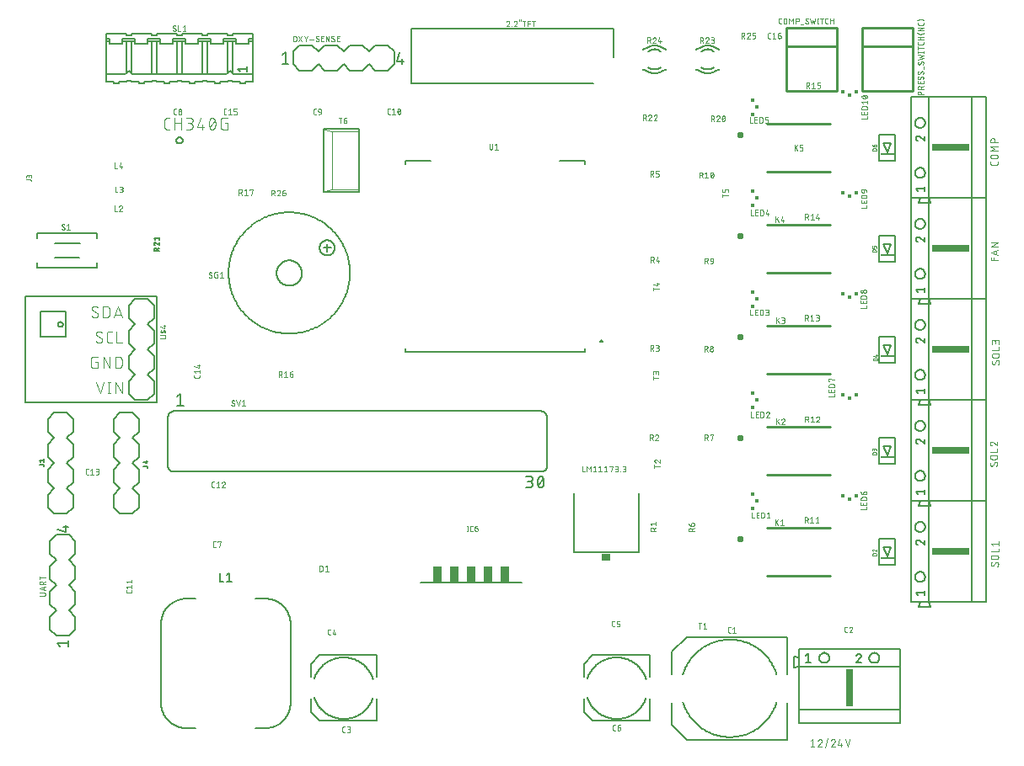
<source format=gto>
G04 EAGLE Gerber RS-274X export*
G75*
%MOMM*%
%FSLAX34Y34*%
%LPD*%
%INSilkscreen Top*%
%IPPOS*%
%AMOC8*
5,1,8,0,0,1.08239X$1,22.5*%
G01*
%ADD10C,0.152400*%
%ADD11C,0.127000*%
%ADD12R,0.762000X3.810000*%
%ADD13C,0.076200*%
%ADD14C,0.200000*%
%ADD15C,0.050800*%
%ADD16C,0.203200*%
%ADD17R,3.810000X0.762000*%
%ADD18C,0.254000*%
%ADD19R,1.400000X0.200000*%
%ADD20C,0.025400*%
%ADD21R,0.965200X1.676400*%
%ADD22C,0.300000*%
%ADD23C,0.177800*%
%ADD24R,0.425000X0.325000*%
%ADD25R,0.350000X0.350000*%
%ADD26R,0.325000X0.425000*%
%ADD27R,0.863600X0.762000*%
%ADD28C,0.101600*%


D10*
X787400Y30480D02*
X787400Y44450D01*
X787400Y105410D02*
X889000Y105410D01*
X889000Y87630D01*
X889000Y30480D02*
X787400Y30480D01*
X787400Y96520D02*
X782320Y97790D01*
X787400Y96520D02*
X787400Y105410D01*
X782320Y97790D02*
X782320Y86360D01*
X787400Y87630D01*
X787400Y96520D01*
X787400Y87630D02*
X889000Y87630D01*
X889000Y44450D01*
X787400Y44450D01*
X787400Y87630D01*
X889000Y44450D02*
X889000Y30480D01*
X858266Y96520D02*
X858268Y96662D01*
X858274Y96805D01*
X858284Y96947D01*
X858298Y97089D01*
X858316Y97230D01*
X858338Y97371D01*
X858364Y97511D01*
X858393Y97650D01*
X858427Y97789D01*
X858465Y97926D01*
X858506Y98063D01*
X858551Y98198D01*
X858600Y98332D01*
X858653Y98464D01*
X858709Y98595D01*
X858769Y98724D01*
X858833Y98852D01*
X858900Y98977D01*
X858971Y99101D01*
X859045Y99223D01*
X859122Y99342D01*
X859203Y99460D01*
X859287Y99575D01*
X859374Y99687D01*
X859465Y99797D01*
X859558Y99905D01*
X859655Y100010D01*
X859754Y100112D01*
X859856Y100211D01*
X859961Y100308D01*
X860069Y100401D01*
X860179Y100492D01*
X860291Y100579D01*
X860406Y100663D01*
X860524Y100744D01*
X860643Y100821D01*
X860765Y100895D01*
X860889Y100966D01*
X861014Y101033D01*
X861142Y101097D01*
X861271Y101157D01*
X861402Y101213D01*
X861534Y101266D01*
X861668Y101315D01*
X861803Y101360D01*
X861940Y101401D01*
X862077Y101439D01*
X862216Y101473D01*
X862355Y101502D01*
X862495Y101528D01*
X862636Y101550D01*
X862777Y101568D01*
X862919Y101582D01*
X863061Y101592D01*
X863204Y101598D01*
X863346Y101600D01*
X863488Y101598D01*
X863631Y101592D01*
X863773Y101582D01*
X863915Y101568D01*
X864056Y101550D01*
X864197Y101528D01*
X864337Y101502D01*
X864476Y101473D01*
X864615Y101439D01*
X864752Y101401D01*
X864889Y101360D01*
X865024Y101315D01*
X865158Y101266D01*
X865290Y101213D01*
X865421Y101157D01*
X865550Y101097D01*
X865678Y101033D01*
X865803Y100966D01*
X865927Y100895D01*
X866049Y100821D01*
X866168Y100744D01*
X866286Y100663D01*
X866401Y100579D01*
X866513Y100492D01*
X866623Y100401D01*
X866731Y100308D01*
X866836Y100211D01*
X866938Y100112D01*
X867037Y100010D01*
X867134Y99905D01*
X867227Y99797D01*
X867318Y99687D01*
X867405Y99575D01*
X867489Y99460D01*
X867570Y99342D01*
X867647Y99223D01*
X867721Y99101D01*
X867792Y98977D01*
X867859Y98852D01*
X867923Y98724D01*
X867983Y98595D01*
X868039Y98464D01*
X868092Y98332D01*
X868141Y98198D01*
X868186Y98063D01*
X868227Y97926D01*
X868265Y97789D01*
X868299Y97650D01*
X868328Y97511D01*
X868354Y97371D01*
X868376Y97230D01*
X868394Y97089D01*
X868408Y96947D01*
X868418Y96805D01*
X868424Y96662D01*
X868426Y96520D01*
X868424Y96378D01*
X868418Y96235D01*
X868408Y96093D01*
X868394Y95951D01*
X868376Y95810D01*
X868354Y95669D01*
X868328Y95529D01*
X868299Y95390D01*
X868265Y95251D01*
X868227Y95114D01*
X868186Y94977D01*
X868141Y94842D01*
X868092Y94708D01*
X868039Y94576D01*
X867983Y94445D01*
X867923Y94316D01*
X867859Y94188D01*
X867792Y94063D01*
X867721Y93939D01*
X867647Y93817D01*
X867570Y93698D01*
X867489Y93580D01*
X867405Y93465D01*
X867318Y93353D01*
X867227Y93243D01*
X867134Y93135D01*
X867037Y93030D01*
X866938Y92928D01*
X866836Y92829D01*
X866731Y92732D01*
X866623Y92639D01*
X866513Y92548D01*
X866401Y92461D01*
X866286Y92377D01*
X866168Y92296D01*
X866049Y92219D01*
X865927Y92145D01*
X865803Y92074D01*
X865678Y92007D01*
X865550Y91943D01*
X865421Y91883D01*
X865290Y91827D01*
X865158Y91774D01*
X865024Y91725D01*
X864889Y91680D01*
X864752Y91639D01*
X864615Y91601D01*
X864476Y91567D01*
X864337Y91538D01*
X864197Y91512D01*
X864056Y91490D01*
X863915Y91472D01*
X863773Y91458D01*
X863631Y91448D01*
X863488Y91442D01*
X863346Y91440D01*
X863204Y91442D01*
X863061Y91448D01*
X862919Y91458D01*
X862777Y91472D01*
X862636Y91490D01*
X862495Y91512D01*
X862355Y91538D01*
X862216Y91567D01*
X862077Y91601D01*
X861940Y91639D01*
X861803Y91680D01*
X861668Y91725D01*
X861534Y91774D01*
X861402Y91827D01*
X861271Y91883D01*
X861142Y91943D01*
X861014Y92007D01*
X860889Y92074D01*
X860765Y92145D01*
X860643Y92219D01*
X860524Y92296D01*
X860406Y92377D01*
X860291Y92461D01*
X860179Y92548D01*
X860069Y92639D01*
X859961Y92732D01*
X859856Y92829D01*
X859754Y92928D01*
X859655Y93030D01*
X859558Y93135D01*
X859465Y93243D01*
X859374Y93353D01*
X859287Y93465D01*
X859203Y93580D01*
X859122Y93698D01*
X859045Y93817D01*
X858971Y93939D01*
X858900Y94063D01*
X858833Y94188D01*
X858769Y94316D01*
X858709Y94445D01*
X858653Y94576D01*
X858600Y94708D01*
X858551Y94842D01*
X858506Y94977D01*
X858465Y95114D01*
X858427Y95251D01*
X858393Y95390D01*
X858364Y95529D01*
X858338Y95669D01*
X858316Y95810D01*
X858298Y95951D01*
X858284Y96093D01*
X858274Y96235D01*
X858268Y96378D01*
X858266Y96520D01*
X807974Y96520D02*
X807976Y96662D01*
X807982Y96805D01*
X807992Y96947D01*
X808006Y97089D01*
X808024Y97230D01*
X808046Y97371D01*
X808072Y97511D01*
X808101Y97650D01*
X808135Y97789D01*
X808173Y97926D01*
X808214Y98063D01*
X808259Y98198D01*
X808308Y98332D01*
X808361Y98464D01*
X808417Y98595D01*
X808477Y98724D01*
X808541Y98852D01*
X808608Y98977D01*
X808679Y99101D01*
X808753Y99223D01*
X808830Y99342D01*
X808911Y99460D01*
X808995Y99575D01*
X809082Y99687D01*
X809173Y99797D01*
X809266Y99905D01*
X809363Y100010D01*
X809462Y100112D01*
X809564Y100211D01*
X809669Y100308D01*
X809777Y100401D01*
X809887Y100492D01*
X809999Y100579D01*
X810114Y100663D01*
X810232Y100744D01*
X810351Y100821D01*
X810473Y100895D01*
X810597Y100966D01*
X810722Y101033D01*
X810850Y101097D01*
X810979Y101157D01*
X811110Y101213D01*
X811242Y101266D01*
X811376Y101315D01*
X811511Y101360D01*
X811648Y101401D01*
X811785Y101439D01*
X811924Y101473D01*
X812063Y101502D01*
X812203Y101528D01*
X812344Y101550D01*
X812485Y101568D01*
X812627Y101582D01*
X812769Y101592D01*
X812912Y101598D01*
X813054Y101600D01*
X813196Y101598D01*
X813339Y101592D01*
X813481Y101582D01*
X813623Y101568D01*
X813764Y101550D01*
X813905Y101528D01*
X814045Y101502D01*
X814184Y101473D01*
X814323Y101439D01*
X814460Y101401D01*
X814597Y101360D01*
X814732Y101315D01*
X814866Y101266D01*
X814998Y101213D01*
X815129Y101157D01*
X815258Y101097D01*
X815386Y101033D01*
X815511Y100966D01*
X815635Y100895D01*
X815757Y100821D01*
X815876Y100744D01*
X815994Y100663D01*
X816109Y100579D01*
X816221Y100492D01*
X816331Y100401D01*
X816439Y100308D01*
X816544Y100211D01*
X816646Y100112D01*
X816745Y100010D01*
X816842Y99905D01*
X816935Y99797D01*
X817026Y99687D01*
X817113Y99575D01*
X817197Y99460D01*
X817278Y99342D01*
X817355Y99223D01*
X817429Y99101D01*
X817500Y98977D01*
X817567Y98852D01*
X817631Y98724D01*
X817691Y98595D01*
X817747Y98464D01*
X817800Y98332D01*
X817849Y98198D01*
X817894Y98063D01*
X817935Y97926D01*
X817973Y97789D01*
X818007Y97650D01*
X818036Y97511D01*
X818062Y97371D01*
X818084Y97230D01*
X818102Y97089D01*
X818116Y96947D01*
X818126Y96805D01*
X818132Y96662D01*
X818134Y96520D01*
X818132Y96378D01*
X818126Y96235D01*
X818116Y96093D01*
X818102Y95951D01*
X818084Y95810D01*
X818062Y95669D01*
X818036Y95529D01*
X818007Y95390D01*
X817973Y95251D01*
X817935Y95114D01*
X817894Y94977D01*
X817849Y94842D01*
X817800Y94708D01*
X817747Y94576D01*
X817691Y94445D01*
X817631Y94316D01*
X817567Y94188D01*
X817500Y94063D01*
X817429Y93939D01*
X817355Y93817D01*
X817278Y93698D01*
X817197Y93580D01*
X817113Y93465D01*
X817026Y93353D01*
X816935Y93243D01*
X816842Y93135D01*
X816745Y93030D01*
X816646Y92928D01*
X816544Y92829D01*
X816439Y92732D01*
X816331Y92639D01*
X816221Y92548D01*
X816109Y92461D01*
X815994Y92377D01*
X815876Y92296D01*
X815757Y92219D01*
X815635Y92145D01*
X815511Y92074D01*
X815386Y92007D01*
X815258Y91943D01*
X815129Y91883D01*
X814998Y91827D01*
X814866Y91774D01*
X814732Y91725D01*
X814597Y91680D01*
X814460Y91639D01*
X814323Y91601D01*
X814184Y91567D01*
X814045Y91538D01*
X813905Y91512D01*
X813764Y91490D01*
X813623Y91472D01*
X813481Y91458D01*
X813339Y91448D01*
X813196Y91442D01*
X813054Y91440D01*
X812912Y91442D01*
X812769Y91448D01*
X812627Y91458D01*
X812485Y91472D01*
X812344Y91490D01*
X812203Y91512D01*
X812063Y91538D01*
X811924Y91567D01*
X811785Y91601D01*
X811648Y91639D01*
X811511Y91680D01*
X811376Y91725D01*
X811242Y91774D01*
X811110Y91827D01*
X810979Y91883D01*
X810850Y91943D01*
X810722Y92007D01*
X810597Y92074D01*
X810473Y92145D01*
X810351Y92219D01*
X810232Y92296D01*
X810114Y92377D01*
X809999Y92461D01*
X809887Y92548D01*
X809777Y92639D01*
X809669Y92732D01*
X809564Y92829D01*
X809462Y92928D01*
X809363Y93030D01*
X809266Y93135D01*
X809173Y93243D01*
X809082Y93353D01*
X808995Y93465D01*
X808911Y93580D01*
X808830Y93698D01*
X808753Y93817D01*
X808679Y93939D01*
X808608Y94063D01*
X808541Y94188D01*
X808477Y94316D01*
X808417Y94445D01*
X808361Y94576D01*
X808308Y94708D01*
X808259Y94842D01*
X808214Y94977D01*
X808173Y95114D01*
X808135Y95251D01*
X808101Y95390D01*
X808072Y95529D01*
X808046Y95669D01*
X808024Y95810D01*
X808006Y95951D01*
X807992Y96093D01*
X807982Y96235D01*
X807976Y96378D01*
X807974Y96520D01*
D11*
X796784Y100711D02*
X794385Y98792D01*
X796784Y100711D02*
X796784Y92075D01*
X794385Y92075D02*
X799183Y92075D01*
X847824Y100711D02*
X847916Y100709D01*
X848007Y100703D01*
X848098Y100694D01*
X848189Y100680D01*
X848279Y100663D01*
X848368Y100641D01*
X848456Y100616D01*
X848543Y100588D01*
X848629Y100555D01*
X848713Y100519D01*
X848796Y100480D01*
X848877Y100437D01*
X848956Y100390D01*
X849033Y100341D01*
X849108Y100288D01*
X849180Y100232D01*
X849250Y100173D01*
X849318Y100111D01*
X849383Y100046D01*
X849445Y99978D01*
X849504Y99908D01*
X849560Y99836D01*
X849613Y99761D01*
X849662Y99684D01*
X849709Y99605D01*
X849752Y99524D01*
X849791Y99441D01*
X849827Y99357D01*
X849860Y99271D01*
X849888Y99184D01*
X849913Y99096D01*
X849935Y99007D01*
X849952Y98917D01*
X849966Y98826D01*
X849975Y98735D01*
X849981Y98644D01*
X849983Y98552D01*
X847824Y100711D02*
X847721Y100709D01*
X847619Y100703D01*
X847517Y100694D01*
X847415Y100681D01*
X847314Y100664D01*
X847213Y100643D01*
X847114Y100619D01*
X847015Y100590D01*
X846918Y100559D01*
X846821Y100523D01*
X846726Y100485D01*
X846633Y100442D01*
X846541Y100396D01*
X846451Y100347D01*
X846363Y100295D01*
X846276Y100239D01*
X846192Y100180D01*
X846111Y100119D01*
X846031Y100054D01*
X845954Y99986D01*
X845879Y99915D01*
X845808Y99842D01*
X845739Y99766D01*
X845672Y99688D01*
X845609Y99607D01*
X845549Y99524D01*
X845492Y99439D01*
X845438Y99352D01*
X845387Y99262D01*
X845340Y99171D01*
X845296Y99079D01*
X845255Y98984D01*
X845218Y98889D01*
X845185Y98792D01*
X849263Y96873D02*
X849330Y96939D01*
X849394Y97008D01*
X849455Y97079D01*
X849513Y97153D01*
X849568Y97229D01*
X849620Y97307D01*
X849669Y97387D01*
X849715Y97469D01*
X849757Y97553D01*
X849796Y97639D01*
X849831Y97726D01*
X849862Y97814D01*
X849890Y97904D01*
X849915Y97994D01*
X849936Y98086D01*
X849953Y98178D01*
X849966Y98271D01*
X849975Y98364D01*
X849981Y98458D01*
X849983Y98552D01*
X849263Y96873D02*
X845185Y92075D01*
X849983Y92075D01*
D12*
X838200Y66040D03*
D13*
X801257Y14605D02*
X799211Y12968D01*
X801257Y14605D02*
X801257Y7239D01*
X799211Y7239D02*
X803303Y7239D01*
X810619Y12764D02*
X810617Y12849D01*
X810611Y12934D01*
X810601Y13018D01*
X810588Y13102D01*
X810570Y13186D01*
X810549Y13268D01*
X810524Y13349D01*
X810495Y13429D01*
X810462Y13508D01*
X810426Y13585D01*
X810386Y13660D01*
X810343Y13734D01*
X810297Y13805D01*
X810247Y13874D01*
X810194Y13941D01*
X810138Y14005D01*
X810079Y14066D01*
X810018Y14125D01*
X809954Y14181D01*
X809887Y14234D01*
X809818Y14284D01*
X809747Y14330D01*
X809673Y14373D01*
X809598Y14413D01*
X809521Y14449D01*
X809442Y14482D01*
X809362Y14511D01*
X809281Y14536D01*
X809199Y14557D01*
X809115Y14575D01*
X809031Y14588D01*
X808947Y14598D01*
X808862Y14604D01*
X808777Y14606D01*
X808777Y14605D02*
X808681Y14603D01*
X808585Y14597D01*
X808490Y14587D01*
X808395Y14574D01*
X808300Y14556D01*
X808207Y14535D01*
X808114Y14510D01*
X808023Y14481D01*
X807932Y14449D01*
X807843Y14413D01*
X807756Y14373D01*
X807670Y14330D01*
X807586Y14284D01*
X807504Y14234D01*
X807424Y14180D01*
X807347Y14124D01*
X807272Y14064D01*
X807199Y14002D01*
X807129Y13936D01*
X807061Y13868D01*
X806996Y13797D01*
X806935Y13724D01*
X806876Y13648D01*
X806820Y13569D01*
X806768Y13489D01*
X806719Y13406D01*
X806673Y13322D01*
X806631Y13236D01*
X806593Y13148D01*
X806558Y13059D01*
X806526Y12968D01*
X810005Y11332D02*
X810065Y11391D01*
X810122Y11453D01*
X810177Y11517D01*
X810228Y11584D01*
X810277Y11653D01*
X810323Y11723D01*
X810366Y11796D01*
X810406Y11870D01*
X810442Y11946D01*
X810475Y12024D01*
X810505Y12103D01*
X810532Y12183D01*
X810555Y12264D01*
X810574Y12346D01*
X810590Y12428D01*
X810603Y12512D01*
X810612Y12596D01*
X810617Y12680D01*
X810619Y12764D01*
X810005Y11331D02*
X806526Y7239D01*
X810618Y7239D01*
X813519Y6421D02*
X816793Y15423D01*
X821944Y14606D02*
X822029Y14604D01*
X822114Y14598D01*
X822198Y14588D01*
X822282Y14575D01*
X822366Y14557D01*
X822448Y14536D01*
X822529Y14511D01*
X822609Y14482D01*
X822688Y14449D01*
X822765Y14413D01*
X822840Y14373D01*
X822914Y14330D01*
X822985Y14284D01*
X823054Y14234D01*
X823121Y14181D01*
X823185Y14125D01*
X823246Y14066D01*
X823305Y14005D01*
X823361Y13941D01*
X823414Y13874D01*
X823464Y13805D01*
X823510Y13734D01*
X823553Y13660D01*
X823593Y13585D01*
X823629Y13508D01*
X823662Y13429D01*
X823691Y13349D01*
X823716Y13268D01*
X823737Y13186D01*
X823755Y13102D01*
X823768Y13018D01*
X823778Y12934D01*
X823784Y12849D01*
X823786Y12764D01*
X821944Y14605D02*
X821848Y14603D01*
X821752Y14597D01*
X821657Y14587D01*
X821562Y14574D01*
X821467Y14556D01*
X821374Y14535D01*
X821281Y14510D01*
X821190Y14481D01*
X821099Y14449D01*
X821010Y14413D01*
X820923Y14373D01*
X820837Y14330D01*
X820753Y14284D01*
X820671Y14234D01*
X820591Y14180D01*
X820514Y14124D01*
X820439Y14064D01*
X820366Y14002D01*
X820296Y13936D01*
X820228Y13868D01*
X820163Y13797D01*
X820102Y13724D01*
X820043Y13648D01*
X819987Y13569D01*
X819935Y13489D01*
X819886Y13406D01*
X819840Y13322D01*
X819798Y13236D01*
X819760Y13148D01*
X819725Y13059D01*
X819693Y12968D01*
X823172Y11332D02*
X823232Y11391D01*
X823289Y11453D01*
X823344Y11517D01*
X823395Y11584D01*
X823444Y11653D01*
X823490Y11723D01*
X823533Y11796D01*
X823573Y11870D01*
X823609Y11946D01*
X823642Y12024D01*
X823672Y12103D01*
X823699Y12183D01*
X823722Y12264D01*
X823741Y12346D01*
X823757Y12428D01*
X823770Y12512D01*
X823779Y12596D01*
X823784Y12680D01*
X823786Y12764D01*
X823172Y11331D02*
X819694Y7239D01*
X823786Y7239D01*
X827009Y8876D02*
X828646Y14605D01*
X827009Y8876D02*
X831101Y8876D01*
X829873Y10513D02*
X829873Y7239D01*
X836370Y7239D02*
X833915Y14605D01*
X838825Y14605D02*
X836370Y7239D01*
D14*
X581406Y674532D02*
X398406Y674532D01*
X398406Y729532D01*
X601406Y729532D01*
X601406Y700532D01*
D15*
X496751Y735711D02*
X496749Y735784D01*
X496743Y735857D01*
X496734Y735930D01*
X496720Y736001D01*
X496703Y736073D01*
X496683Y736143D01*
X496658Y736212D01*
X496630Y736279D01*
X496599Y736345D01*
X496564Y736410D01*
X496526Y736472D01*
X496484Y736532D01*
X496440Y736590D01*
X496392Y736646D01*
X496342Y736699D01*
X496289Y736749D01*
X496233Y736797D01*
X496175Y736841D01*
X496115Y736883D01*
X496053Y736921D01*
X495988Y736956D01*
X495922Y736987D01*
X495855Y737015D01*
X495786Y737040D01*
X495716Y737060D01*
X495644Y737077D01*
X495573Y737091D01*
X495500Y737100D01*
X495427Y737106D01*
X495354Y737108D01*
X495270Y737106D01*
X495187Y737100D01*
X495104Y737091D01*
X495022Y737077D01*
X494940Y737060D01*
X494859Y737038D01*
X494779Y737013D01*
X494701Y736985D01*
X494623Y736953D01*
X494548Y736917D01*
X494474Y736878D01*
X494402Y736835D01*
X494332Y736789D01*
X494265Y736740D01*
X494199Y736687D01*
X494137Y736632D01*
X494077Y736574D01*
X494019Y736513D01*
X493965Y736450D01*
X493913Y736384D01*
X493865Y736316D01*
X493820Y736245D01*
X493778Y736173D01*
X493740Y736098D01*
X493705Y736022D01*
X493674Y735945D01*
X493646Y735866D01*
X496284Y734625D02*
X496338Y734678D01*
X496389Y734735D01*
X496437Y734794D01*
X496482Y734855D01*
X496523Y734918D01*
X496562Y734984D01*
X496597Y735051D01*
X496629Y735120D01*
X496657Y735191D01*
X496681Y735262D01*
X496702Y735335D01*
X496719Y735409D01*
X496733Y735484D01*
X496742Y735559D01*
X496748Y735635D01*
X496750Y735711D01*
X496285Y734624D02*
X493646Y731520D01*
X496751Y731520D01*
X498884Y731520D02*
X498884Y731830D01*
X499194Y731830D01*
X499194Y731520D01*
X498884Y731520D01*
X504432Y735711D02*
X504430Y735784D01*
X504424Y735857D01*
X504415Y735930D01*
X504401Y736001D01*
X504384Y736073D01*
X504364Y736143D01*
X504339Y736212D01*
X504311Y736279D01*
X504280Y736345D01*
X504245Y736410D01*
X504207Y736472D01*
X504165Y736532D01*
X504121Y736590D01*
X504073Y736646D01*
X504023Y736699D01*
X503970Y736749D01*
X503914Y736797D01*
X503856Y736841D01*
X503796Y736883D01*
X503734Y736921D01*
X503669Y736956D01*
X503603Y736987D01*
X503536Y737015D01*
X503467Y737040D01*
X503397Y737060D01*
X503325Y737077D01*
X503254Y737091D01*
X503181Y737100D01*
X503108Y737106D01*
X503035Y737108D01*
X502951Y737106D01*
X502868Y737100D01*
X502785Y737091D01*
X502703Y737077D01*
X502621Y737060D01*
X502540Y737038D01*
X502460Y737013D01*
X502382Y736985D01*
X502304Y736953D01*
X502229Y736917D01*
X502155Y736878D01*
X502083Y736835D01*
X502013Y736789D01*
X501946Y736740D01*
X501880Y736687D01*
X501818Y736632D01*
X501758Y736574D01*
X501700Y736513D01*
X501646Y736450D01*
X501594Y736384D01*
X501546Y736316D01*
X501501Y736245D01*
X501459Y736173D01*
X501421Y736098D01*
X501386Y736022D01*
X501355Y735945D01*
X501327Y735866D01*
X503965Y734625D02*
X504019Y734678D01*
X504070Y734735D01*
X504118Y734794D01*
X504163Y734855D01*
X504204Y734918D01*
X504243Y734984D01*
X504278Y735051D01*
X504310Y735120D01*
X504338Y735191D01*
X504362Y735262D01*
X504383Y735335D01*
X504400Y735409D01*
X504414Y735484D01*
X504423Y735559D01*
X504429Y735635D01*
X504431Y735711D01*
X503966Y734624D02*
X501327Y731520D01*
X504432Y731520D01*
X506492Y737108D02*
X506492Y738350D01*
X508045Y738350D02*
X508045Y737108D01*
X511292Y737108D02*
X511292Y731520D01*
X509740Y737108D02*
X512844Y737108D01*
X515054Y737108D02*
X515054Y731520D01*
X515054Y737108D02*
X517538Y737108D01*
X517538Y734624D02*
X515054Y734624D01*
X520802Y737108D02*
X520802Y731520D01*
X519249Y737108D02*
X522354Y737108D01*
D16*
X674656Y14286D02*
X776156Y14286D01*
X660156Y28786D02*
X660156Y51286D01*
X660156Y80286D02*
X660156Y102786D01*
X674656Y117286D02*
X776156Y117286D01*
X776156Y80286D01*
X776156Y51286D02*
X776156Y14286D01*
X674656Y14286D02*
X660156Y28786D01*
X660156Y102786D02*
X674656Y117286D01*
X671156Y79786D02*
X671511Y80929D01*
X671895Y82063D01*
X672306Y83187D01*
X672744Y84300D01*
X673209Y85403D01*
X673702Y86494D01*
X674220Y87573D01*
X674765Y88638D01*
X675335Y89690D01*
X675932Y90728D01*
X676553Y91751D01*
X677199Y92759D01*
X677869Y93750D01*
X678564Y94725D01*
X679282Y95683D01*
X680023Y96622D01*
X680787Y97544D01*
X681573Y98446D01*
X682381Y99329D01*
X683210Y100192D01*
X684060Y101035D01*
X684930Y101856D01*
X685820Y102656D01*
X686730Y103435D01*
X687658Y104190D01*
X688604Y104923D01*
X689568Y105633D01*
X690549Y106318D01*
X691546Y106980D01*
X692559Y107617D01*
X693588Y108229D01*
X694631Y108816D01*
X695688Y109377D01*
X696759Y109913D01*
X697842Y110422D01*
X698937Y110904D01*
X700044Y111360D01*
X701161Y111788D01*
X702289Y112189D01*
X703426Y112563D01*
X704572Y112908D01*
X705726Y113226D01*
X706887Y113515D01*
X708055Y113776D01*
X709229Y114008D01*
X710409Y114211D01*
X711593Y114386D01*
X712781Y114532D01*
X713972Y114648D01*
X715166Y114736D01*
X716361Y114794D01*
X717558Y114823D01*
X718754Y114823D01*
X719951Y114794D01*
X721146Y114736D01*
X722340Y114648D01*
X723531Y114532D01*
X724719Y114386D01*
X725903Y114211D01*
X727083Y114008D01*
X728257Y113776D01*
X729425Y113515D01*
X730586Y113226D01*
X731740Y112908D01*
X732886Y112563D01*
X734023Y112189D01*
X735151Y111788D01*
X736268Y111360D01*
X737375Y110904D01*
X738470Y110422D01*
X739553Y109913D01*
X740624Y109377D01*
X741681Y108816D01*
X742724Y108229D01*
X743753Y107617D01*
X744766Y106980D01*
X745763Y106318D01*
X746744Y105633D01*
X747708Y104923D01*
X748654Y104190D01*
X749582Y103435D01*
X750492Y102656D01*
X751382Y101856D01*
X752252Y101035D01*
X753102Y100192D01*
X753931Y99329D01*
X754739Y98446D01*
X755525Y97544D01*
X756289Y96622D01*
X757030Y95683D01*
X757748Y94725D01*
X758443Y93750D01*
X759113Y92759D01*
X759759Y91751D01*
X760380Y90728D01*
X760977Y89690D01*
X761547Y88638D01*
X762092Y87573D01*
X762610Y86494D01*
X763103Y85403D01*
X763568Y84300D01*
X764006Y83187D01*
X764417Y82063D01*
X764801Y80929D01*
X765156Y79786D01*
X765156Y51786D02*
X764801Y50643D01*
X764417Y49509D01*
X764006Y48385D01*
X763568Y47272D01*
X763103Y46169D01*
X762610Y45078D01*
X762092Y43999D01*
X761547Y42934D01*
X760977Y41882D01*
X760380Y40844D01*
X759759Y39821D01*
X759113Y38813D01*
X758443Y37822D01*
X757748Y36847D01*
X757030Y35889D01*
X756289Y34950D01*
X755525Y34028D01*
X754739Y33126D01*
X753931Y32243D01*
X753102Y31380D01*
X752252Y30537D01*
X751382Y29716D01*
X750492Y28916D01*
X749582Y28137D01*
X748654Y27382D01*
X747708Y26649D01*
X746744Y25939D01*
X745763Y25254D01*
X744766Y24592D01*
X743753Y23955D01*
X742724Y23343D01*
X741681Y22756D01*
X740624Y22195D01*
X739553Y21659D01*
X738470Y21150D01*
X737375Y20668D01*
X736268Y20212D01*
X735151Y19784D01*
X734023Y19383D01*
X732886Y19009D01*
X731740Y18664D01*
X730586Y18346D01*
X729425Y18057D01*
X728257Y17796D01*
X727083Y17564D01*
X725903Y17361D01*
X724719Y17186D01*
X723531Y17040D01*
X722340Y16924D01*
X721146Y16836D01*
X719951Y16778D01*
X718754Y16749D01*
X717558Y16749D01*
X716361Y16778D01*
X715166Y16836D01*
X713972Y16924D01*
X712781Y17040D01*
X711593Y17186D01*
X710409Y17361D01*
X709229Y17564D01*
X708055Y17796D01*
X706887Y18057D01*
X705726Y18346D01*
X704572Y18664D01*
X703426Y19009D01*
X702289Y19383D01*
X701161Y19784D01*
X700044Y20212D01*
X698937Y20668D01*
X697842Y21150D01*
X696759Y21659D01*
X695688Y22195D01*
X694631Y22756D01*
X693588Y23343D01*
X692559Y23955D01*
X691546Y24592D01*
X690549Y25254D01*
X689568Y25939D01*
X688604Y26649D01*
X687658Y27382D01*
X686730Y28137D01*
X685820Y28916D01*
X684930Y29716D01*
X684060Y30537D01*
X683210Y31380D01*
X682381Y32243D01*
X681573Y33126D01*
X680787Y34028D01*
X680023Y34950D01*
X679282Y35889D01*
X678564Y36847D01*
X677869Y37822D01*
X677199Y38813D01*
X676553Y39821D01*
X675932Y40844D01*
X675335Y41882D01*
X674765Y42934D01*
X674220Y43999D01*
X673702Y45078D01*
X673209Y46169D01*
X672744Y47272D01*
X672306Y48385D01*
X671895Y49509D01*
X671511Y50643D01*
X671156Y51786D01*
D15*
X717665Y121688D02*
X718907Y121688D01*
X717665Y121688D02*
X717595Y121690D01*
X717526Y121696D01*
X717457Y121706D01*
X717389Y121719D01*
X717321Y121737D01*
X717255Y121758D01*
X717190Y121783D01*
X717126Y121811D01*
X717064Y121843D01*
X717004Y121878D01*
X716946Y121917D01*
X716891Y121959D01*
X716837Y122004D01*
X716787Y122052D01*
X716739Y122102D01*
X716694Y122156D01*
X716652Y122211D01*
X716613Y122269D01*
X716578Y122329D01*
X716546Y122391D01*
X716518Y122455D01*
X716493Y122520D01*
X716472Y122586D01*
X716454Y122654D01*
X716441Y122722D01*
X716431Y122791D01*
X716425Y122860D01*
X716423Y122930D01*
X716423Y126034D01*
X716425Y126104D01*
X716431Y126173D01*
X716441Y126242D01*
X716454Y126310D01*
X716472Y126378D01*
X716493Y126444D01*
X716518Y126509D01*
X716546Y126573D01*
X716578Y126635D01*
X716613Y126695D01*
X716652Y126753D01*
X716694Y126808D01*
X716739Y126862D01*
X716787Y126912D01*
X716837Y126960D01*
X716891Y127005D01*
X716946Y127047D01*
X717004Y127086D01*
X717064Y127121D01*
X717126Y127153D01*
X717190Y127181D01*
X717255Y127206D01*
X717321Y127227D01*
X717389Y127245D01*
X717457Y127258D01*
X717526Y127268D01*
X717595Y127274D01*
X717665Y127276D01*
X718907Y127276D01*
X721012Y126034D02*
X722564Y127276D01*
X722564Y121688D01*
X721012Y121688D02*
X724116Y121688D01*
X200350Y267970D02*
X199108Y267970D01*
X199038Y267972D01*
X198969Y267978D01*
X198900Y267988D01*
X198832Y268001D01*
X198764Y268019D01*
X198698Y268040D01*
X198633Y268065D01*
X198569Y268093D01*
X198507Y268125D01*
X198447Y268160D01*
X198389Y268199D01*
X198334Y268241D01*
X198280Y268286D01*
X198230Y268334D01*
X198182Y268384D01*
X198137Y268438D01*
X198095Y268493D01*
X198056Y268551D01*
X198021Y268611D01*
X197989Y268673D01*
X197961Y268737D01*
X197936Y268802D01*
X197915Y268868D01*
X197897Y268936D01*
X197884Y269004D01*
X197874Y269073D01*
X197868Y269142D01*
X197866Y269212D01*
X197866Y272316D01*
X197868Y272386D01*
X197874Y272455D01*
X197884Y272524D01*
X197897Y272592D01*
X197915Y272660D01*
X197936Y272726D01*
X197961Y272791D01*
X197989Y272855D01*
X198021Y272917D01*
X198056Y272977D01*
X198095Y273035D01*
X198137Y273090D01*
X198182Y273144D01*
X198230Y273194D01*
X198280Y273242D01*
X198334Y273287D01*
X198389Y273329D01*
X198447Y273368D01*
X198507Y273403D01*
X198569Y273435D01*
X198633Y273463D01*
X198698Y273488D01*
X198764Y273509D01*
X198832Y273527D01*
X198900Y273540D01*
X198969Y273550D01*
X199038Y273556D01*
X199108Y273558D01*
X200350Y273558D01*
X202454Y272316D02*
X204006Y273558D01*
X204006Y267970D01*
X202454Y267970D02*
X205559Y267970D01*
X211045Y272161D02*
X211043Y272234D01*
X211037Y272307D01*
X211028Y272380D01*
X211014Y272451D01*
X210997Y272523D01*
X210977Y272593D01*
X210952Y272662D01*
X210924Y272729D01*
X210893Y272795D01*
X210858Y272860D01*
X210820Y272922D01*
X210778Y272982D01*
X210734Y273040D01*
X210686Y273096D01*
X210636Y273149D01*
X210583Y273199D01*
X210527Y273247D01*
X210469Y273291D01*
X210409Y273333D01*
X210347Y273371D01*
X210282Y273406D01*
X210216Y273437D01*
X210149Y273465D01*
X210080Y273490D01*
X210010Y273510D01*
X209938Y273527D01*
X209867Y273541D01*
X209794Y273550D01*
X209721Y273556D01*
X209648Y273558D01*
X209564Y273556D01*
X209481Y273550D01*
X209398Y273541D01*
X209316Y273527D01*
X209234Y273510D01*
X209153Y273488D01*
X209073Y273463D01*
X208995Y273435D01*
X208917Y273403D01*
X208842Y273367D01*
X208768Y273328D01*
X208696Y273285D01*
X208626Y273239D01*
X208559Y273190D01*
X208493Y273137D01*
X208431Y273082D01*
X208371Y273024D01*
X208313Y272963D01*
X208259Y272900D01*
X208207Y272834D01*
X208159Y272766D01*
X208114Y272695D01*
X208072Y272623D01*
X208034Y272548D01*
X207999Y272472D01*
X207968Y272395D01*
X207940Y272316D01*
X210579Y271075D02*
X210633Y271128D01*
X210684Y271185D01*
X210732Y271244D01*
X210777Y271305D01*
X210818Y271368D01*
X210857Y271434D01*
X210892Y271501D01*
X210924Y271570D01*
X210952Y271641D01*
X210976Y271712D01*
X210997Y271785D01*
X211014Y271859D01*
X211028Y271934D01*
X211037Y272009D01*
X211043Y272085D01*
X211045Y272161D01*
X210579Y271074D02*
X207941Y267970D01*
X211045Y267970D01*
X117348Y164311D02*
X117348Y163069D01*
X117346Y162999D01*
X117340Y162930D01*
X117330Y162861D01*
X117317Y162793D01*
X117299Y162725D01*
X117278Y162659D01*
X117253Y162594D01*
X117225Y162530D01*
X117193Y162468D01*
X117158Y162408D01*
X117119Y162350D01*
X117077Y162295D01*
X117032Y162241D01*
X116984Y162191D01*
X116934Y162143D01*
X116880Y162098D01*
X116825Y162056D01*
X116767Y162017D01*
X116707Y161982D01*
X116645Y161950D01*
X116581Y161922D01*
X116516Y161897D01*
X116450Y161876D01*
X116382Y161858D01*
X116314Y161845D01*
X116245Y161835D01*
X116176Y161829D01*
X116106Y161827D01*
X113002Y161827D01*
X112932Y161829D01*
X112863Y161835D01*
X112794Y161845D01*
X112726Y161858D01*
X112658Y161876D01*
X112592Y161897D01*
X112527Y161922D01*
X112463Y161950D01*
X112401Y161982D01*
X112341Y162017D01*
X112283Y162056D01*
X112228Y162098D01*
X112174Y162143D01*
X112124Y162191D01*
X112076Y162241D01*
X112031Y162295D01*
X111989Y162350D01*
X111950Y162408D01*
X111915Y162468D01*
X111883Y162530D01*
X111855Y162594D01*
X111830Y162659D01*
X111809Y162725D01*
X111791Y162793D01*
X111778Y162861D01*
X111768Y162930D01*
X111762Y162999D01*
X111760Y163069D01*
X111760Y164311D01*
X113002Y166415D02*
X111760Y167967D01*
X117348Y167967D01*
X117348Y166415D02*
X117348Y169520D01*
X113002Y171902D02*
X111760Y173454D01*
X117348Y173454D01*
X117348Y171902D02*
X117348Y175006D01*
X73633Y280924D02*
X72391Y280924D01*
X72321Y280926D01*
X72252Y280932D01*
X72183Y280942D01*
X72115Y280955D01*
X72047Y280973D01*
X71981Y280994D01*
X71916Y281019D01*
X71852Y281047D01*
X71790Y281079D01*
X71730Y281114D01*
X71672Y281153D01*
X71617Y281195D01*
X71563Y281240D01*
X71513Y281288D01*
X71465Y281338D01*
X71420Y281392D01*
X71378Y281447D01*
X71339Y281505D01*
X71304Y281565D01*
X71272Y281627D01*
X71244Y281691D01*
X71219Y281756D01*
X71198Y281822D01*
X71180Y281890D01*
X71167Y281958D01*
X71157Y282027D01*
X71151Y282096D01*
X71149Y282166D01*
X71149Y285270D01*
X71151Y285340D01*
X71157Y285409D01*
X71167Y285478D01*
X71180Y285546D01*
X71198Y285614D01*
X71219Y285680D01*
X71244Y285745D01*
X71272Y285809D01*
X71304Y285871D01*
X71339Y285931D01*
X71378Y285989D01*
X71420Y286044D01*
X71465Y286098D01*
X71513Y286148D01*
X71563Y286196D01*
X71617Y286241D01*
X71672Y286283D01*
X71730Y286322D01*
X71790Y286357D01*
X71852Y286389D01*
X71916Y286417D01*
X71981Y286442D01*
X72047Y286463D01*
X72115Y286481D01*
X72183Y286494D01*
X72252Y286504D01*
X72321Y286510D01*
X72391Y286512D01*
X73633Y286512D01*
X75737Y285270D02*
X77289Y286512D01*
X77289Y280924D01*
X75737Y280924D02*
X78842Y280924D01*
X81224Y280924D02*
X82776Y280924D01*
X82853Y280926D01*
X82931Y280932D01*
X83007Y280941D01*
X83084Y280955D01*
X83159Y280972D01*
X83233Y280993D01*
X83307Y281018D01*
X83379Y281046D01*
X83449Y281078D01*
X83518Y281113D01*
X83585Y281152D01*
X83650Y281194D01*
X83713Y281239D01*
X83774Y281287D01*
X83832Y281338D01*
X83887Y281392D01*
X83940Y281449D01*
X83989Y281508D01*
X84036Y281570D01*
X84080Y281634D01*
X84120Y281700D01*
X84157Y281768D01*
X84191Y281838D01*
X84221Y281909D01*
X84247Y281982D01*
X84270Y282056D01*
X84289Y282131D01*
X84304Y282206D01*
X84316Y282283D01*
X84324Y282360D01*
X84328Y282437D01*
X84328Y282515D01*
X84324Y282592D01*
X84316Y282669D01*
X84304Y282746D01*
X84289Y282821D01*
X84270Y282896D01*
X84247Y282970D01*
X84221Y283043D01*
X84191Y283114D01*
X84157Y283184D01*
X84120Y283252D01*
X84080Y283318D01*
X84036Y283382D01*
X83989Y283444D01*
X83940Y283503D01*
X83887Y283560D01*
X83832Y283614D01*
X83774Y283665D01*
X83713Y283713D01*
X83650Y283758D01*
X83585Y283800D01*
X83518Y283839D01*
X83449Y283874D01*
X83379Y283906D01*
X83307Y283934D01*
X83233Y283959D01*
X83159Y283980D01*
X83084Y283997D01*
X83007Y284011D01*
X82931Y284020D01*
X82853Y284026D01*
X82776Y284028D01*
X83086Y286512D02*
X81224Y286512D01*
X83086Y286512D02*
X83156Y286510D01*
X83225Y286504D01*
X83294Y286494D01*
X83362Y286481D01*
X83430Y286463D01*
X83496Y286442D01*
X83561Y286417D01*
X83625Y286389D01*
X83687Y286357D01*
X83747Y286322D01*
X83805Y286283D01*
X83860Y286241D01*
X83914Y286196D01*
X83964Y286148D01*
X84012Y286098D01*
X84057Y286044D01*
X84099Y285989D01*
X84138Y285931D01*
X84173Y285871D01*
X84205Y285809D01*
X84233Y285745D01*
X84258Y285680D01*
X84279Y285614D01*
X84297Y285546D01*
X84310Y285478D01*
X84320Y285409D01*
X84326Y285340D01*
X84328Y285270D01*
X84326Y285200D01*
X84320Y285131D01*
X84310Y285062D01*
X84297Y284994D01*
X84279Y284926D01*
X84258Y284860D01*
X84233Y284795D01*
X84205Y284731D01*
X84173Y284669D01*
X84138Y284609D01*
X84099Y284551D01*
X84057Y284496D01*
X84012Y284442D01*
X83964Y284392D01*
X83914Y284344D01*
X83860Y284299D01*
X83805Y284257D01*
X83747Y284218D01*
X83687Y284183D01*
X83625Y284151D01*
X83561Y284123D01*
X83496Y284098D01*
X83430Y284077D01*
X83362Y284059D01*
X83294Y284046D01*
X83225Y284036D01*
X83156Y284030D01*
X83086Y284028D01*
X81844Y284028D01*
X185674Y379448D02*
X185674Y380690D01*
X185674Y379448D02*
X185672Y379378D01*
X185666Y379309D01*
X185656Y379240D01*
X185643Y379172D01*
X185625Y379104D01*
X185604Y379038D01*
X185579Y378973D01*
X185551Y378909D01*
X185519Y378847D01*
X185484Y378787D01*
X185445Y378729D01*
X185403Y378674D01*
X185358Y378620D01*
X185310Y378570D01*
X185260Y378522D01*
X185206Y378477D01*
X185151Y378435D01*
X185093Y378396D01*
X185033Y378361D01*
X184971Y378329D01*
X184907Y378301D01*
X184842Y378276D01*
X184776Y378255D01*
X184708Y378237D01*
X184640Y378224D01*
X184571Y378214D01*
X184502Y378208D01*
X184432Y378206D01*
X181328Y378206D01*
X181258Y378208D01*
X181189Y378214D01*
X181120Y378224D01*
X181052Y378237D01*
X180984Y378255D01*
X180918Y378276D01*
X180853Y378301D01*
X180789Y378329D01*
X180727Y378361D01*
X180667Y378396D01*
X180609Y378435D01*
X180554Y378477D01*
X180500Y378522D01*
X180450Y378570D01*
X180402Y378620D01*
X180357Y378674D01*
X180315Y378729D01*
X180276Y378787D01*
X180241Y378847D01*
X180209Y378909D01*
X180181Y378973D01*
X180156Y379038D01*
X180135Y379104D01*
X180117Y379172D01*
X180104Y379240D01*
X180094Y379309D01*
X180088Y379378D01*
X180086Y379448D01*
X180086Y380690D01*
X181328Y382794D02*
X180086Y384346D01*
X185674Y384346D01*
X185674Y382794D02*
X185674Y385899D01*
X184432Y388281D02*
X180086Y389522D01*
X184432Y388281D02*
X184432Y391385D01*
X183190Y390454D02*
X185674Y390454D01*
D16*
X306200Y99040D02*
X363200Y99040D01*
X363200Y77040D01*
X363200Y55040D02*
X363200Y33040D01*
X306200Y33040D01*
X297200Y42040D02*
X297200Y55040D01*
X297200Y77040D02*
X297200Y90040D01*
X306200Y99040D01*
X297200Y42040D02*
X306200Y33040D01*
X300701Y75540D02*
X300941Y76254D01*
X301198Y76962D01*
X301473Y77663D01*
X301765Y78358D01*
X302073Y79045D01*
X302398Y79724D01*
X302740Y80396D01*
X303098Y81058D01*
X303472Y81712D01*
X303861Y82357D01*
X304267Y82992D01*
X304687Y83617D01*
X305123Y84231D01*
X305574Y84835D01*
X306039Y85427D01*
X306518Y86008D01*
X307012Y86577D01*
X307519Y87134D01*
X308040Y87679D01*
X308573Y88210D01*
X309120Y88729D01*
X309679Y89233D01*
X310250Y89725D01*
X310833Y90202D01*
X311427Y90664D01*
X312033Y91113D01*
X312649Y91546D01*
X313275Y91964D01*
X313912Y92367D01*
X314558Y92754D01*
X315213Y93125D01*
X315878Y93480D01*
X316550Y93819D01*
X317231Y94141D01*
X317920Y94447D01*
X318615Y94736D01*
X319318Y95008D01*
X320027Y95262D01*
X320742Y95500D01*
X321462Y95719D01*
X322188Y95922D01*
X322918Y96106D01*
X323653Y96273D01*
X324391Y96421D01*
X325133Y96552D01*
X325878Y96664D01*
X326625Y96759D01*
X327375Y96835D01*
X328126Y96892D01*
X328878Y96932D01*
X329631Y96953D01*
X330384Y96956D01*
X331137Y96940D01*
X331890Y96906D01*
X332641Y96854D01*
X333391Y96784D01*
X334139Y96695D01*
X334885Y96588D01*
X335627Y96463D01*
X336367Y96320D01*
X337103Y96159D01*
X337834Y95980D01*
X338562Y95783D01*
X339284Y95568D01*
X340000Y95336D01*
X340711Y95087D01*
X341416Y94820D01*
X342113Y94537D01*
X342804Y94236D01*
X343487Y93919D01*
X344162Y93585D01*
X344829Y93235D01*
X345487Y92868D01*
X346136Y92486D01*
X346776Y92088D01*
X347406Y91675D01*
X348025Y91246D01*
X348634Y90802D01*
X349232Y90344D01*
X349818Y89871D01*
X350393Y89384D01*
X350955Y88884D01*
X351506Y88369D01*
X352043Y87842D01*
X352568Y87301D01*
X353079Y86748D01*
X353577Y86183D01*
X354061Y85605D01*
X354530Y85016D01*
X354985Y84416D01*
X355426Y83805D01*
X355851Y83183D01*
X356261Y82551D01*
X356655Y81910D01*
X357034Y81258D01*
X357397Y80598D01*
X357743Y79929D01*
X358074Y79252D01*
X358387Y78568D01*
X358684Y77875D01*
X358964Y77176D01*
X359227Y76470D01*
X359472Y75758D01*
X359700Y75040D01*
X359699Y56540D02*
X359459Y55826D01*
X359202Y55118D01*
X358927Y54417D01*
X358635Y53722D01*
X358327Y53035D01*
X358002Y52356D01*
X357660Y51684D01*
X357302Y51022D01*
X356928Y50368D01*
X356539Y49723D01*
X356133Y49088D01*
X355713Y48463D01*
X355277Y47849D01*
X354826Y47245D01*
X354361Y46653D01*
X353882Y46072D01*
X353388Y45503D01*
X352881Y44946D01*
X352360Y44401D01*
X351827Y43870D01*
X351280Y43351D01*
X350721Y42847D01*
X350150Y42355D01*
X349567Y41878D01*
X348973Y41416D01*
X348367Y40967D01*
X347751Y40534D01*
X347125Y40116D01*
X346488Y39713D01*
X345842Y39326D01*
X345187Y38955D01*
X344522Y38600D01*
X343850Y38261D01*
X343169Y37939D01*
X342480Y37633D01*
X341785Y37344D01*
X341082Y37072D01*
X340373Y36818D01*
X339658Y36580D01*
X338938Y36361D01*
X338212Y36158D01*
X337482Y35974D01*
X336747Y35807D01*
X336009Y35659D01*
X335267Y35528D01*
X334522Y35416D01*
X333775Y35321D01*
X333025Y35245D01*
X332274Y35188D01*
X331522Y35148D01*
X330769Y35127D01*
X330016Y35124D01*
X329263Y35140D01*
X328510Y35174D01*
X327759Y35226D01*
X327009Y35296D01*
X326261Y35385D01*
X325515Y35492D01*
X324773Y35617D01*
X324033Y35760D01*
X323297Y35921D01*
X322566Y36100D01*
X321838Y36297D01*
X321116Y36512D01*
X320400Y36744D01*
X319689Y36993D01*
X318984Y37260D01*
X318287Y37543D01*
X317596Y37844D01*
X316913Y38161D01*
X316238Y38495D01*
X315571Y38845D01*
X314913Y39212D01*
X314264Y39594D01*
X313624Y39992D01*
X312994Y40405D01*
X312375Y40834D01*
X311766Y41278D01*
X311168Y41736D01*
X310582Y42209D01*
X310007Y42696D01*
X309445Y43196D01*
X308894Y43711D01*
X308357Y44238D01*
X307832Y44779D01*
X307321Y45332D01*
X306823Y45897D01*
X306339Y46475D01*
X305870Y47064D01*
X305415Y47664D01*
X304974Y48275D01*
X304549Y48897D01*
X304139Y49529D01*
X303745Y50170D01*
X303366Y50822D01*
X303003Y51482D01*
X302657Y52151D01*
X302326Y52828D01*
X302013Y53512D01*
X301716Y54205D01*
X301436Y54904D01*
X301173Y55610D01*
X300928Y56322D01*
X300700Y57040D01*
D15*
X330353Y21590D02*
X331595Y21590D01*
X330353Y21590D02*
X330283Y21592D01*
X330214Y21598D01*
X330145Y21608D01*
X330077Y21621D01*
X330009Y21639D01*
X329943Y21660D01*
X329878Y21685D01*
X329814Y21713D01*
X329752Y21745D01*
X329692Y21780D01*
X329634Y21819D01*
X329579Y21861D01*
X329525Y21906D01*
X329475Y21954D01*
X329427Y22004D01*
X329382Y22058D01*
X329340Y22113D01*
X329301Y22171D01*
X329266Y22231D01*
X329234Y22293D01*
X329206Y22357D01*
X329181Y22422D01*
X329160Y22488D01*
X329142Y22556D01*
X329129Y22624D01*
X329119Y22693D01*
X329113Y22762D01*
X329111Y22832D01*
X329111Y25936D01*
X329113Y26006D01*
X329119Y26075D01*
X329129Y26144D01*
X329142Y26212D01*
X329160Y26280D01*
X329181Y26346D01*
X329206Y26411D01*
X329234Y26475D01*
X329266Y26537D01*
X329301Y26597D01*
X329340Y26655D01*
X329382Y26710D01*
X329427Y26764D01*
X329475Y26814D01*
X329525Y26862D01*
X329579Y26907D01*
X329634Y26949D01*
X329692Y26988D01*
X329752Y27023D01*
X329814Y27055D01*
X329878Y27083D01*
X329943Y27108D01*
X330009Y27129D01*
X330077Y27147D01*
X330145Y27160D01*
X330214Y27170D01*
X330283Y27176D01*
X330353Y27178D01*
X331595Y27178D01*
X333700Y21590D02*
X335252Y21590D01*
X335329Y21592D01*
X335407Y21598D01*
X335483Y21607D01*
X335560Y21621D01*
X335635Y21638D01*
X335709Y21659D01*
X335783Y21684D01*
X335855Y21712D01*
X335925Y21744D01*
X335994Y21779D01*
X336061Y21818D01*
X336126Y21860D01*
X336189Y21905D01*
X336250Y21953D01*
X336308Y22004D01*
X336363Y22058D01*
X336416Y22115D01*
X336465Y22174D01*
X336512Y22236D01*
X336556Y22300D01*
X336596Y22366D01*
X336633Y22434D01*
X336667Y22504D01*
X336697Y22575D01*
X336723Y22648D01*
X336746Y22722D01*
X336765Y22797D01*
X336780Y22872D01*
X336792Y22949D01*
X336800Y23026D01*
X336804Y23103D01*
X336804Y23181D01*
X336800Y23258D01*
X336792Y23335D01*
X336780Y23412D01*
X336765Y23487D01*
X336746Y23562D01*
X336723Y23636D01*
X336697Y23709D01*
X336667Y23780D01*
X336633Y23850D01*
X336596Y23918D01*
X336556Y23984D01*
X336512Y24048D01*
X336465Y24110D01*
X336416Y24169D01*
X336363Y24226D01*
X336308Y24280D01*
X336250Y24331D01*
X336189Y24379D01*
X336126Y24424D01*
X336061Y24466D01*
X335994Y24505D01*
X335925Y24540D01*
X335855Y24572D01*
X335783Y24600D01*
X335709Y24625D01*
X335635Y24646D01*
X335560Y24663D01*
X335483Y24677D01*
X335407Y24686D01*
X335329Y24692D01*
X335252Y24694D01*
X335562Y27178D02*
X333700Y27178D01*
X335562Y27178D02*
X335632Y27176D01*
X335701Y27170D01*
X335770Y27160D01*
X335838Y27147D01*
X335906Y27129D01*
X335972Y27108D01*
X336037Y27083D01*
X336101Y27055D01*
X336163Y27023D01*
X336223Y26988D01*
X336281Y26949D01*
X336336Y26907D01*
X336390Y26862D01*
X336440Y26814D01*
X336488Y26764D01*
X336533Y26710D01*
X336575Y26655D01*
X336614Y26597D01*
X336649Y26537D01*
X336681Y26475D01*
X336709Y26411D01*
X336734Y26346D01*
X336755Y26280D01*
X336773Y26212D01*
X336786Y26144D01*
X336796Y26075D01*
X336802Y26006D01*
X336804Y25936D01*
X336802Y25866D01*
X336796Y25797D01*
X336786Y25728D01*
X336773Y25660D01*
X336755Y25592D01*
X336734Y25526D01*
X336709Y25461D01*
X336681Y25397D01*
X336649Y25335D01*
X336614Y25275D01*
X336575Y25217D01*
X336533Y25162D01*
X336488Y25108D01*
X336440Y25058D01*
X336390Y25010D01*
X336336Y24965D01*
X336281Y24923D01*
X336223Y24884D01*
X336163Y24849D01*
X336101Y24817D01*
X336037Y24789D01*
X335972Y24764D01*
X335906Y24743D01*
X335838Y24725D01*
X335770Y24712D01*
X335701Y24702D01*
X335632Y24696D01*
X335562Y24694D01*
X334320Y24694D01*
X375384Y643382D02*
X376626Y643382D01*
X375384Y643382D02*
X375314Y643384D01*
X375245Y643390D01*
X375176Y643400D01*
X375108Y643413D01*
X375040Y643431D01*
X374974Y643452D01*
X374909Y643477D01*
X374845Y643505D01*
X374783Y643537D01*
X374723Y643572D01*
X374665Y643611D01*
X374610Y643653D01*
X374556Y643698D01*
X374506Y643746D01*
X374458Y643796D01*
X374413Y643850D01*
X374371Y643905D01*
X374332Y643963D01*
X374297Y644023D01*
X374265Y644085D01*
X374237Y644149D01*
X374212Y644214D01*
X374191Y644280D01*
X374173Y644348D01*
X374160Y644416D01*
X374150Y644485D01*
X374144Y644554D01*
X374142Y644624D01*
X374142Y647728D01*
X374144Y647798D01*
X374150Y647867D01*
X374160Y647936D01*
X374173Y648004D01*
X374191Y648072D01*
X374212Y648138D01*
X374237Y648203D01*
X374265Y648267D01*
X374297Y648329D01*
X374332Y648389D01*
X374371Y648447D01*
X374413Y648502D01*
X374458Y648556D01*
X374506Y648606D01*
X374556Y648654D01*
X374610Y648699D01*
X374665Y648741D01*
X374723Y648780D01*
X374783Y648815D01*
X374845Y648847D01*
X374909Y648875D01*
X374974Y648900D01*
X375040Y648921D01*
X375108Y648939D01*
X375176Y648952D01*
X375245Y648962D01*
X375314Y648968D01*
X375384Y648970D01*
X376626Y648970D01*
X378730Y647728D02*
X380282Y648970D01*
X380282Y643382D01*
X378730Y643382D02*
X381835Y643382D01*
X384217Y646176D02*
X384219Y646307D01*
X384224Y646437D01*
X384234Y646567D01*
X384247Y646697D01*
X384263Y646827D01*
X384283Y646956D01*
X384307Y647084D01*
X384335Y647211D01*
X384366Y647338D01*
X384401Y647464D01*
X384439Y647589D01*
X384481Y647713D01*
X384526Y647835D01*
X384575Y647956D01*
X384627Y648076D01*
X384683Y648194D01*
X384682Y648194D02*
X384705Y648254D01*
X384731Y648314D01*
X384760Y648371D01*
X384793Y648427D01*
X384829Y648481D01*
X384867Y648533D01*
X384909Y648583D01*
X384953Y648630D01*
X385000Y648675D01*
X385050Y648717D01*
X385101Y648756D01*
X385155Y648792D01*
X385211Y648825D01*
X385268Y648855D01*
X385327Y648882D01*
X385388Y648905D01*
X385449Y648925D01*
X385512Y648941D01*
X385576Y648954D01*
X385640Y648963D01*
X385704Y648968D01*
X385769Y648970D01*
X385834Y648968D01*
X385898Y648963D01*
X385962Y648954D01*
X386026Y648941D01*
X386089Y648925D01*
X386150Y648905D01*
X386211Y648882D01*
X386270Y648855D01*
X386327Y648825D01*
X386383Y648792D01*
X386437Y648756D01*
X386488Y648717D01*
X386538Y648675D01*
X386585Y648630D01*
X386629Y648583D01*
X386671Y648533D01*
X386709Y648481D01*
X386745Y648427D01*
X386778Y648371D01*
X386807Y648314D01*
X386833Y648254D01*
X386856Y648194D01*
X386855Y648194D02*
X386911Y648076D01*
X386963Y647956D01*
X387012Y647835D01*
X387057Y647713D01*
X387099Y647589D01*
X387137Y647464D01*
X387172Y647338D01*
X387203Y647212D01*
X387231Y647084D01*
X387255Y646956D01*
X387275Y646827D01*
X387291Y646697D01*
X387304Y646567D01*
X387314Y646437D01*
X387319Y646307D01*
X387321Y646176D01*
X384217Y646176D02*
X384219Y646045D01*
X384224Y645915D01*
X384234Y645785D01*
X384247Y645655D01*
X384263Y645525D01*
X384283Y645396D01*
X384307Y645268D01*
X384335Y645141D01*
X384366Y645014D01*
X384401Y644888D01*
X384439Y644763D01*
X384481Y644639D01*
X384526Y644517D01*
X384575Y644396D01*
X384627Y644276D01*
X384683Y644158D01*
X384682Y644158D02*
X384705Y644098D01*
X384731Y644038D01*
X384760Y643981D01*
X384793Y643925D01*
X384829Y643871D01*
X384867Y643819D01*
X384909Y643769D01*
X384953Y643722D01*
X385000Y643677D01*
X385050Y643635D01*
X385101Y643596D01*
X385155Y643560D01*
X385211Y643527D01*
X385268Y643497D01*
X385327Y643470D01*
X385388Y643447D01*
X385449Y643427D01*
X385512Y643411D01*
X385576Y643398D01*
X385640Y643389D01*
X385704Y643384D01*
X385769Y643382D01*
X386855Y644158D02*
X386911Y644276D01*
X386963Y644396D01*
X387012Y644517D01*
X387057Y644639D01*
X387099Y644763D01*
X387137Y644888D01*
X387172Y645014D01*
X387203Y645140D01*
X387231Y645268D01*
X387255Y645396D01*
X387275Y645525D01*
X387291Y645655D01*
X387304Y645785D01*
X387314Y645915D01*
X387319Y646045D01*
X387321Y646176D01*
X386856Y644158D02*
X386833Y644098D01*
X386807Y644038D01*
X386778Y643981D01*
X386745Y643925D01*
X386709Y643871D01*
X386671Y643819D01*
X386629Y643769D01*
X386585Y643722D01*
X386538Y643677D01*
X386488Y643635D01*
X386437Y643596D01*
X386383Y643560D01*
X386327Y643527D01*
X386270Y643497D01*
X386211Y643470D01*
X386150Y643447D01*
X386089Y643427D01*
X386026Y643411D01*
X385962Y643398D01*
X385898Y643389D01*
X385834Y643384D01*
X385769Y643382D01*
X384527Y644624D02*
X387011Y647728D01*
X302458Y643128D02*
X301216Y643128D01*
X301146Y643130D01*
X301077Y643136D01*
X301008Y643146D01*
X300940Y643159D01*
X300872Y643177D01*
X300806Y643198D01*
X300741Y643223D01*
X300677Y643251D01*
X300615Y643283D01*
X300555Y643318D01*
X300497Y643357D01*
X300442Y643399D01*
X300388Y643444D01*
X300338Y643492D01*
X300290Y643542D01*
X300245Y643596D01*
X300203Y643651D01*
X300164Y643709D01*
X300129Y643769D01*
X300097Y643831D01*
X300069Y643895D01*
X300044Y643960D01*
X300023Y644026D01*
X300005Y644094D01*
X299992Y644162D01*
X299982Y644231D01*
X299976Y644300D01*
X299974Y644370D01*
X299974Y647474D01*
X299976Y647544D01*
X299982Y647613D01*
X299992Y647682D01*
X300005Y647750D01*
X300023Y647818D01*
X300044Y647884D01*
X300069Y647949D01*
X300097Y648013D01*
X300129Y648075D01*
X300164Y648135D01*
X300203Y648193D01*
X300245Y648248D01*
X300290Y648302D01*
X300338Y648352D01*
X300388Y648400D01*
X300442Y648445D01*
X300497Y648487D01*
X300555Y648526D01*
X300615Y648561D01*
X300677Y648593D01*
X300741Y648621D01*
X300806Y648646D01*
X300872Y648667D01*
X300940Y648685D01*
X301008Y648698D01*
X301077Y648708D01*
X301146Y648714D01*
X301216Y648716D01*
X302458Y648716D01*
X305804Y645612D02*
X307667Y645612D01*
X305804Y645611D02*
X305734Y645613D01*
X305665Y645619D01*
X305596Y645629D01*
X305528Y645642D01*
X305460Y645660D01*
X305394Y645681D01*
X305329Y645706D01*
X305265Y645734D01*
X305203Y645766D01*
X305143Y645801D01*
X305085Y645840D01*
X305030Y645882D01*
X304976Y645927D01*
X304926Y645975D01*
X304878Y646025D01*
X304833Y646079D01*
X304791Y646134D01*
X304752Y646192D01*
X304717Y646252D01*
X304685Y646314D01*
X304657Y646378D01*
X304632Y646443D01*
X304611Y646509D01*
X304593Y646577D01*
X304580Y646645D01*
X304570Y646714D01*
X304564Y646783D01*
X304562Y646853D01*
X304562Y647164D01*
X304564Y647241D01*
X304570Y647319D01*
X304579Y647395D01*
X304593Y647472D01*
X304610Y647547D01*
X304631Y647621D01*
X304656Y647695D01*
X304684Y647767D01*
X304716Y647837D01*
X304751Y647906D01*
X304790Y647973D01*
X304832Y648038D01*
X304877Y648101D01*
X304925Y648162D01*
X304976Y648220D01*
X305030Y648275D01*
X305087Y648328D01*
X305146Y648377D01*
X305208Y648424D01*
X305272Y648468D01*
X305338Y648508D01*
X305406Y648545D01*
X305476Y648579D01*
X305547Y648609D01*
X305620Y648635D01*
X305694Y648658D01*
X305769Y648677D01*
X305844Y648692D01*
X305921Y648704D01*
X305998Y648712D01*
X306075Y648716D01*
X306153Y648716D01*
X306230Y648712D01*
X306307Y648704D01*
X306384Y648692D01*
X306459Y648677D01*
X306534Y648658D01*
X306608Y648635D01*
X306681Y648609D01*
X306752Y648579D01*
X306822Y648545D01*
X306890Y648508D01*
X306956Y648468D01*
X307020Y648424D01*
X307082Y648377D01*
X307141Y648328D01*
X307198Y648275D01*
X307252Y648220D01*
X307303Y648162D01*
X307351Y648101D01*
X307396Y648038D01*
X307438Y647973D01*
X307477Y647906D01*
X307512Y647837D01*
X307544Y647767D01*
X307572Y647695D01*
X307597Y647621D01*
X307618Y647547D01*
X307635Y647472D01*
X307649Y647395D01*
X307658Y647319D01*
X307664Y647241D01*
X307666Y647164D01*
X307667Y647164D02*
X307667Y645612D01*
X307665Y645514D01*
X307659Y645417D01*
X307650Y645320D01*
X307636Y645223D01*
X307619Y645127D01*
X307598Y645032D01*
X307574Y644938D01*
X307545Y644844D01*
X307513Y644752D01*
X307478Y644661D01*
X307439Y644572D01*
X307396Y644484D01*
X307350Y644398D01*
X307301Y644314D01*
X307248Y644232D01*
X307193Y644152D01*
X307134Y644074D01*
X307072Y643999D01*
X307007Y643926D01*
X306939Y643856D01*
X306869Y643788D01*
X306796Y643723D01*
X306721Y643661D01*
X306643Y643602D01*
X306563Y643547D01*
X306481Y643494D01*
X306397Y643445D01*
X306311Y643399D01*
X306223Y643356D01*
X306134Y643317D01*
X306043Y643282D01*
X305951Y643250D01*
X305857Y643221D01*
X305763Y643197D01*
X305668Y643176D01*
X305572Y643159D01*
X305475Y643145D01*
X305378Y643136D01*
X305280Y643130D01*
X305183Y643128D01*
X601190Y128016D02*
X602432Y128016D01*
X601190Y128016D02*
X601120Y128018D01*
X601051Y128024D01*
X600982Y128034D01*
X600914Y128047D01*
X600846Y128065D01*
X600780Y128086D01*
X600715Y128111D01*
X600651Y128139D01*
X600589Y128171D01*
X600529Y128206D01*
X600471Y128245D01*
X600416Y128287D01*
X600362Y128332D01*
X600312Y128380D01*
X600264Y128430D01*
X600219Y128484D01*
X600177Y128539D01*
X600138Y128597D01*
X600103Y128657D01*
X600071Y128719D01*
X600043Y128783D01*
X600018Y128848D01*
X599997Y128914D01*
X599979Y128982D01*
X599966Y129050D01*
X599956Y129119D01*
X599950Y129188D01*
X599948Y129258D01*
X599948Y132362D01*
X599950Y132432D01*
X599956Y132501D01*
X599966Y132570D01*
X599979Y132638D01*
X599997Y132706D01*
X600018Y132772D01*
X600043Y132837D01*
X600071Y132901D01*
X600103Y132963D01*
X600138Y133023D01*
X600177Y133081D01*
X600219Y133136D01*
X600264Y133190D01*
X600312Y133240D01*
X600362Y133288D01*
X600416Y133333D01*
X600471Y133375D01*
X600529Y133414D01*
X600589Y133449D01*
X600651Y133481D01*
X600715Y133509D01*
X600780Y133534D01*
X600846Y133555D01*
X600914Y133573D01*
X600982Y133586D01*
X601051Y133596D01*
X601120Y133602D01*
X601190Y133604D01*
X602432Y133604D01*
X604536Y128016D02*
X606399Y128016D01*
X606469Y128018D01*
X606538Y128024D01*
X606607Y128034D01*
X606675Y128047D01*
X606743Y128065D01*
X606809Y128086D01*
X606874Y128111D01*
X606938Y128139D01*
X607000Y128171D01*
X607060Y128206D01*
X607118Y128245D01*
X607173Y128287D01*
X607227Y128332D01*
X607277Y128380D01*
X607325Y128430D01*
X607370Y128484D01*
X607412Y128539D01*
X607451Y128597D01*
X607486Y128657D01*
X607518Y128719D01*
X607546Y128783D01*
X607571Y128848D01*
X607592Y128914D01*
X607610Y128982D01*
X607623Y129050D01*
X607633Y129119D01*
X607639Y129188D01*
X607641Y129258D01*
X607641Y129879D01*
X607639Y129949D01*
X607633Y130018D01*
X607623Y130087D01*
X607610Y130155D01*
X607592Y130223D01*
X607571Y130289D01*
X607546Y130354D01*
X607518Y130418D01*
X607486Y130480D01*
X607451Y130540D01*
X607412Y130598D01*
X607370Y130653D01*
X607325Y130707D01*
X607277Y130757D01*
X607227Y130805D01*
X607173Y130850D01*
X607118Y130892D01*
X607060Y130931D01*
X607000Y130966D01*
X606938Y130998D01*
X606874Y131026D01*
X606809Y131051D01*
X606743Y131072D01*
X606675Y131090D01*
X606607Y131103D01*
X606538Y131113D01*
X606469Y131119D01*
X606399Y131121D01*
X606399Y131120D02*
X604536Y131120D01*
X604536Y133604D01*
X607641Y133604D01*
D16*
X580520Y99040D02*
X637520Y99040D01*
X637520Y77040D01*
X637520Y55040D02*
X637520Y33040D01*
X580520Y33040D01*
X571520Y42040D02*
X571520Y55040D01*
X571520Y77040D02*
X571520Y90040D01*
X580520Y99040D01*
X571520Y42040D02*
X580520Y33040D01*
X575021Y75540D02*
X575261Y76254D01*
X575518Y76962D01*
X575793Y77663D01*
X576085Y78358D01*
X576393Y79045D01*
X576718Y79724D01*
X577060Y80396D01*
X577418Y81058D01*
X577792Y81712D01*
X578181Y82357D01*
X578587Y82992D01*
X579007Y83617D01*
X579443Y84231D01*
X579894Y84835D01*
X580359Y85427D01*
X580838Y86008D01*
X581332Y86577D01*
X581839Y87134D01*
X582360Y87679D01*
X582893Y88210D01*
X583440Y88729D01*
X583999Y89233D01*
X584570Y89725D01*
X585153Y90202D01*
X585747Y90664D01*
X586353Y91113D01*
X586969Y91546D01*
X587595Y91964D01*
X588232Y92367D01*
X588878Y92754D01*
X589533Y93125D01*
X590198Y93480D01*
X590870Y93819D01*
X591551Y94141D01*
X592240Y94447D01*
X592935Y94736D01*
X593638Y95008D01*
X594347Y95262D01*
X595062Y95500D01*
X595782Y95719D01*
X596508Y95922D01*
X597238Y96106D01*
X597973Y96273D01*
X598711Y96421D01*
X599453Y96552D01*
X600198Y96664D01*
X600945Y96759D01*
X601695Y96835D01*
X602446Y96892D01*
X603198Y96932D01*
X603951Y96953D01*
X604704Y96956D01*
X605457Y96940D01*
X606210Y96906D01*
X606961Y96854D01*
X607711Y96784D01*
X608459Y96695D01*
X609205Y96588D01*
X609947Y96463D01*
X610687Y96320D01*
X611423Y96159D01*
X612154Y95980D01*
X612882Y95783D01*
X613604Y95568D01*
X614320Y95336D01*
X615031Y95087D01*
X615736Y94820D01*
X616433Y94537D01*
X617124Y94236D01*
X617807Y93919D01*
X618482Y93585D01*
X619149Y93235D01*
X619807Y92868D01*
X620456Y92486D01*
X621096Y92088D01*
X621726Y91675D01*
X622345Y91246D01*
X622954Y90802D01*
X623552Y90344D01*
X624138Y89871D01*
X624713Y89384D01*
X625275Y88884D01*
X625826Y88369D01*
X626363Y87842D01*
X626888Y87301D01*
X627399Y86748D01*
X627897Y86183D01*
X628381Y85605D01*
X628850Y85016D01*
X629305Y84416D01*
X629746Y83805D01*
X630171Y83183D01*
X630581Y82551D01*
X630975Y81910D01*
X631354Y81258D01*
X631717Y80598D01*
X632063Y79929D01*
X632394Y79252D01*
X632707Y78568D01*
X633004Y77875D01*
X633284Y77176D01*
X633547Y76470D01*
X633792Y75758D01*
X634020Y75040D01*
X634019Y56540D02*
X633779Y55826D01*
X633522Y55118D01*
X633247Y54417D01*
X632955Y53722D01*
X632647Y53035D01*
X632322Y52356D01*
X631980Y51684D01*
X631622Y51022D01*
X631248Y50368D01*
X630859Y49723D01*
X630453Y49088D01*
X630033Y48463D01*
X629597Y47849D01*
X629146Y47245D01*
X628681Y46653D01*
X628202Y46072D01*
X627708Y45503D01*
X627201Y44946D01*
X626680Y44401D01*
X626147Y43870D01*
X625600Y43351D01*
X625041Y42847D01*
X624470Y42355D01*
X623887Y41878D01*
X623293Y41416D01*
X622687Y40967D01*
X622071Y40534D01*
X621445Y40116D01*
X620808Y39713D01*
X620162Y39326D01*
X619507Y38955D01*
X618842Y38600D01*
X618170Y38261D01*
X617489Y37939D01*
X616800Y37633D01*
X616105Y37344D01*
X615402Y37072D01*
X614693Y36818D01*
X613978Y36580D01*
X613258Y36361D01*
X612532Y36158D01*
X611802Y35974D01*
X611067Y35807D01*
X610329Y35659D01*
X609587Y35528D01*
X608842Y35416D01*
X608095Y35321D01*
X607345Y35245D01*
X606594Y35188D01*
X605842Y35148D01*
X605089Y35127D01*
X604336Y35124D01*
X603583Y35140D01*
X602830Y35174D01*
X602079Y35226D01*
X601329Y35296D01*
X600581Y35385D01*
X599835Y35492D01*
X599093Y35617D01*
X598353Y35760D01*
X597617Y35921D01*
X596886Y36100D01*
X596158Y36297D01*
X595436Y36512D01*
X594720Y36744D01*
X594009Y36993D01*
X593304Y37260D01*
X592607Y37543D01*
X591916Y37844D01*
X591233Y38161D01*
X590558Y38495D01*
X589891Y38845D01*
X589233Y39212D01*
X588584Y39594D01*
X587944Y39992D01*
X587314Y40405D01*
X586695Y40834D01*
X586086Y41278D01*
X585488Y41736D01*
X584902Y42209D01*
X584327Y42696D01*
X583765Y43196D01*
X583214Y43711D01*
X582677Y44238D01*
X582152Y44779D01*
X581641Y45332D01*
X581143Y45897D01*
X580659Y46475D01*
X580190Y47064D01*
X579735Y47664D01*
X579294Y48275D01*
X578869Y48897D01*
X578459Y49529D01*
X578065Y50170D01*
X577686Y50822D01*
X577323Y51482D01*
X576977Y52151D01*
X576646Y52828D01*
X576333Y53512D01*
X576036Y54205D01*
X575756Y54904D01*
X575493Y55610D01*
X575248Y56322D01*
X575020Y57040D01*
D15*
X601997Y23390D02*
X603239Y23390D01*
X601997Y23390D02*
X601927Y23392D01*
X601858Y23398D01*
X601789Y23408D01*
X601721Y23421D01*
X601653Y23439D01*
X601587Y23460D01*
X601522Y23485D01*
X601458Y23513D01*
X601396Y23545D01*
X601336Y23580D01*
X601278Y23619D01*
X601223Y23661D01*
X601169Y23706D01*
X601119Y23754D01*
X601071Y23804D01*
X601026Y23858D01*
X600984Y23913D01*
X600945Y23971D01*
X600910Y24031D01*
X600878Y24093D01*
X600850Y24157D01*
X600825Y24222D01*
X600804Y24288D01*
X600786Y24356D01*
X600773Y24424D01*
X600763Y24493D01*
X600757Y24562D01*
X600755Y24632D01*
X600755Y27736D01*
X600757Y27806D01*
X600763Y27875D01*
X600773Y27944D01*
X600786Y28012D01*
X600804Y28080D01*
X600825Y28146D01*
X600850Y28211D01*
X600878Y28275D01*
X600910Y28337D01*
X600945Y28397D01*
X600984Y28455D01*
X601026Y28510D01*
X601071Y28564D01*
X601119Y28614D01*
X601169Y28662D01*
X601223Y28707D01*
X601278Y28749D01*
X601336Y28788D01*
X601396Y28823D01*
X601458Y28855D01*
X601522Y28883D01*
X601587Y28908D01*
X601653Y28929D01*
X601721Y28947D01*
X601789Y28960D01*
X601858Y28970D01*
X601927Y28976D01*
X601997Y28978D01*
X603239Y28978D01*
X605344Y26494D02*
X607206Y26494D01*
X607206Y26495D02*
X607276Y26493D01*
X607345Y26487D01*
X607414Y26477D01*
X607482Y26464D01*
X607550Y26446D01*
X607616Y26425D01*
X607681Y26400D01*
X607745Y26372D01*
X607807Y26340D01*
X607867Y26305D01*
X607925Y26266D01*
X607980Y26224D01*
X608034Y26179D01*
X608084Y26131D01*
X608132Y26081D01*
X608177Y26027D01*
X608219Y25972D01*
X608258Y25914D01*
X608293Y25854D01*
X608325Y25792D01*
X608353Y25728D01*
X608378Y25663D01*
X608399Y25597D01*
X608417Y25529D01*
X608430Y25461D01*
X608440Y25392D01*
X608446Y25323D01*
X608448Y25253D01*
X608448Y24942D01*
X608446Y24865D01*
X608440Y24787D01*
X608431Y24711D01*
X608417Y24634D01*
X608400Y24559D01*
X608379Y24485D01*
X608354Y24411D01*
X608326Y24339D01*
X608294Y24269D01*
X608259Y24200D01*
X608220Y24133D01*
X608178Y24068D01*
X608133Y24005D01*
X608085Y23944D01*
X608034Y23886D01*
X607980Y23831D01*
X607923Y23778D01*
X607864Y23729D01*
X607802Y23682D01*
X607738Y23638D01*
X607672Y23598D01*
X607604Y23561D01*
X607534Y23527D01*
X607463Y23497D01*
X607390Y23471D01*
X607316Y23448D01*
X607241Y23429D01*
X607166Y23414D01*
X607089Y23402D01*
X607012Y23394D01*
X606935Y23390D01*
X606857Y23390D01*
X606780Y23394D01*
X606703Y23402D01*
X606626Y23414D01*
X606551Y23429D01*
X606476Y23448D01*
X606402Y23471D01*
X606329Y23497D01*
X606258Y23527D01*
X606188Y23561D01*
X606120Y23598D01*
X606054Y23638D01*
X605990Y23682D01*
X605928Y23729D01*
X605869Y23778D01*
X605812Y23831D01*
X605758Y23886D01*
X605707Y23944D01*
X605659Y24005D01*
X605614Y24068D01*
X605572Y24133D01*
X605533Y24200D01*
X605498Y24269D01*
X605466Y24339D01*
X605438Y24411D01*
X605413Y24485D01*
X605392Y24559D01*
X605375Y24634D01*
X605361Y24711D01*
X605352Y24787D01*
X605346Y24865D01*
X605344Y24942D01*
X605344Y26494D01*
X605343Y26494D02*
X605345Y26592D01*
X605351Y26689D01*
X605360Y26786D01*
X605374Y26883D01*
X605391Y26979D01*
X605412Y27074D01*
X605436Y27168D01*
X605465Y27262D01*
X605497Y27354D01*
X605532Y27445D01*
X605571Y27534D01*
X605614Y27622D01*
X605660Y27708D01*
X605709Y27792D01*
X605762Y27874D01*
X605817Y27954D01*
X605876Y28032D01*
X605938Y28107D01*
X606003Y28180D01*
X606071Y28250D01*
X606141Y28318D01*
X606214Y28383D01*
X606289Y28445D01*
X606367Y28504D01*
X606447Y28559D01*
X606529Y28612D01*
X606613Y28661D01*
X606699Y28707D01*
X606787Y28750D01*
X606876Y28789D01*
X606967Y28824D01*
X607059Y28856D01*
X607153Y28885D01*
X607247Y28909D01*
X607342Y28930D01*
X607438Y28947D01*
X607535Y28961D01*
X607632Y28970D01*
X607729Y28976D01*
X607827Y28978D01*
X201366Y208026D02*
X200124Y208026D01*
X200054Y208028D01*
X199985Y208034D01*
X199916Y208044D01*
X199848Y208057D01*
X199780Y208075D01*
X199714Y208096D01*
X199649Y208121D01*
X199585Y208149D01*
X199523Y208181D01*
X199463Y208216D01*
X199405Y208255D01*
X199350Y208297D01*
X199296Y208342D01*
X199246Y208390D01*
X199198Y208440D01*
X199153Y208494D01*
X199111Y208549D01*
X199072Y208607D01*
X199037Y208667D01*
X199005Y208729D01*
X198977Y208793D01*
X198952Y208858D01*
X198931Y208924D01*
X198913Y208992D01*
X198900Y209060D01*
X198890Y209129D01*
X198884Y209198D01*
X198882Y209268D01*
X198882Y212372D01*
X198884Y212442D01*
X198890Y212511D01*
X198900Y212580D01*
X198913Y212648D01*
X198931Y212716D01*
X198952Y212782D01*
X198977Y212847D01*
X199005Y212911D01*
X199037Y212973D01*
X199072Y213033D01*
X199111Y213091D01*
X199153Y213146D01*
X199198Y213200D01*
X199246Y213250D01*
X199296Y213298D01*
X199350Y213343D01*
X199405Y213385D01*
X199463Y213424D01*
X199523Y213459D01*
X199585Y213491D01*
X199649Y213519D01*
X199714Y213544D01*
X199780Y213565D01*
X199848Y213583D01*
X199916Y213596D01*
X199985Y213606D01*
X200054Y213612D01*
X200124Y213614D01*
X201366Y213614D01*
X203470Y213614D02*
X203470Y212993D01*
X203470Y213614D02*
X206575Y213614D01*
X205022Y208026D01*
X162177Y643128D02*
X160935Y643128D01*
X160865Y643130D01*
X160796Y643136D01*
X160727Y643146D01*
X160659Y643159D01*
X160591Y643177D01*
X160525Y643198D01*
X160460Y643223D01*
X160396Y643251D01*
X160334Y643283D01*
X160274Y643318D01*
X160216Y643357D01*
X160161Y643399D01*
X160107Y643444D01*
X160057Y643492D01*
X160009Y643542D01*
X159964Y643596D01*
X159922Y643651D01*
X159883Y643709D01*
X159848Y643769D01*
X159816Y643831D01*
X159788Y643895D01*
X159763Y643960D01*
X159742Y644026D01*
X159724Y644094D01*
X159711Y644162D01*
X159701Y644231D01*
X159695Y644300D01*
X159693Y644370D01*
X159693Y647474D01*
X159695Y647544D01*
X159701Y647613D01*
X159711Y647682D01*
X159724Y647750D01*
X159742Y647818D01*
X159763Y647884D01*
X159788Y647949D01*
X159816Y648013D01*
X159848Y648075D01*
X159883Y648135D01*
X159922Y648193D01*
X159964Y648248D01*
X160009Y648302D01*
X160057Y648352D01*
X160107Y648400D01*
X160161Y648445D01*
X160216Y648487D01*
X160274Y648526D01*
X160334Y648561D01*
X160396Y648593D01*
X160460Y648621D01*
X160525Y648646D01*
X160591Y648667D01*
X160659Y648685D01*
X160727Y648698D01*
X160796Y648708D01*
X160865Y648714D01*
X160935Y648716D01*
X162177Y648716D01*
X164282Y644680D02*
X164284Y644757D01*
X164290Y644835D01*
X164299Y644911D01*
X164313Y644988D01*
X164330Y645063D01*
X164351Y645137D01*
X164376Y645211D01*
X164404Y645283D01*
X164436Y645353D01*
X164471Y645422D01*
X164510Y645489D01*
X164552Y645554D01*
X164597Y645617D01*
X164645Y645678D01*
X164696Y645736D01*
X164750Y645791D01*
X164807Y645844D01*
X164866Y645893D01*
X164928Y645940D01*
X164992Y645984D01*
X165058Y646024D01*
X165126Y646061D01*
X165196Y646095D01*
X165267Y646125D01*
X165340Y646151D01*
X165414Y646174D01*
X165489Y646193D01*
X165564Y646208D01*
X165641Y646220D01*
X165718Y646228D01*
X165795Y646232D01*
X165873Y646232D01*
X165950Y646228D01*
X166027Y646220D01*
X166104Y646208D01*
X166179Y646193D01*
X166254Y646174D01*
X166328Y646151D01*
X166401Y646125D01*
X166472Y646095D01*
X166542Y646061D01*
X166610Y646024D01*
X166676Y645984D01*
X166740Y645940D01*
X166802Y645893D01*
X166861Y645844D01*
X166918Y645791D01*
X166972Y645736D01*
X167023Y645678D01*
X167071Y645617D01*
X167116Y645554D01*
X167158Y645489D01*
X167197Y645422D01*
X167232Y645353D01*
X167264Y645283D01*
X167292Y645211D01*
X167317Y645137D01*
X167338Y645063D01*
X167355Y644988D01*
X167369Y644911D01*
X167378Y644835D01*
X167384Y644757D01*
X167386Y644680D01*
X167384Y644603D01*
X167378Y644525D01*
X167369Y644449D01*
X167355Y644372D01*
X167338Y644297D01*
X167317Y644223D01*
X167292Y644149D01*
X167264Y644077D01*
X167232Y644007D01*
X167197Y643938D01*
X167158Y643871D01*
X167116Y643806D01*
X167071Y643743D01*
X167023Y643682D01*
X166972Y643624D01*
X166918Y643569D01*
X166861Y643516D01*
X166802Y643467D01*
X166740Y643420D01*
X166676Y643376D01*
X166610Y643336D01*
X166542Y643299D01*
X166472Y643265D01*
X166401Y643235D01*
X166328Y643209D01*
X166254Y643186D01*
X166179Y643167D01*
X166104Y643152D01*
X166027Y643140D01*
X165950Y643132D01*
X165873Y643128D01*
X165795Y643128D01*
X165718Y643132D01*
X165641Y643140D01*
X165564Y643152D01*
X165489Y643167D01*
X165414Y643186D01*
X165340Y643209D01*
X165267Y643235D01*
X165196Y643265D01*
X165126Y643299D01*
X165058Y643336D01*
X164992Y643376D01*
X164928Y643420D01*
X164866Y643467D01*
X164807Y643516D01*
X164750Y643569D01*
X164696Y643624D01*
X164645Y643682D01*
X164597Y643743D01*
X164552Y643806D01*
X164510Y643871D01*
X164471Y643938D01*
X164436Y644007D01*
X164404Y644077D01*
X164376Y644149D01*
X164351Y644223D01*
X164330Y644297D01*
X164313Y644372D01*
X164299Y644449D01*
X164290Y644525D01*
X164284Y644603D01*
X164282Y644680D01*
X164592Y647474D02*
X164594Y647544D01*
X164600Y647613D01*
X164610Y647682D01*
X164623Y647750D01*
X164641Y647818D01*
X164662Y647884D01*
X164687Y647949D01*
X164715Y648013D01*
X164747Y648075D01*
X164782Y648135D01*
X164821Y648193D01*
X164863Y648248D01*
X164908Y648302D01*
X164956Y648352D01*
X165006Y648400D01*
X165060Y648445D01*
X165115Y648487D01*
X165173Y648526D01*
X165233Y648561D01*
X165295Y648593D01*
X165359Y648621D01*
X165424Y648646D01*
X165490Y648667D01*
X165558Y648685D01*
X165626Y648698D01*
X165695Y648708D01*
X165764Y648714D01*
X165834Y648716D01*
X165904Y648714D01*
X165973Y648708D01*
X166042Y648698D01*
X166110Y648685D01*
X166178Y648667D01*
X166244Y648646D01*
X166309Y648621D01*
X166373Y648593D01*
X166435Y648561D01*
X166495Y648526D01*
X166553Y648487D01*
X166608Y648445D01*
X166662Y648400D01*
X166712Y648352D01*
X166760Y648302D01*
X166805Y648248D01*
X166847Y648193D01*
X166886Y648135D01*
X166921Y648075D01*
X166953Y648013D01*
X166981Y647949D01*
X167006Y647884D01*
X167027Y647818D01*
X167045Y647750D01*
X167058Y647682D01*
X167068Y647613D01*
X167074Y647544D01*
X167076Y647474D01*
X167074Y647404D01*
X167068Y647335D01*
X167058Y647266D01*
X167045Y647198D01*
X167027Y647130D01*
X167006Y647064D01*
X166981Y646999D01*
X166953Y646935D01*
X166921Y646873D01*
X166886Y646813D01*
X166847Y646755D01*
X166805Y646700D01*
X166760Y646646D01*
X166712Y646596D01*
X166662Y646548D01*
X166608Y646503D01*
X166553Y646461D01*
X166495Y646422D01*
X166435Y646387D01*
X166373Y646355D01*
X166309Y646327D01*
X166244Y646302D01*
X166178Y646281D01*
X166110Y646263D01*
X166042Y646250D01*
X165973Y646240D01*
X165904Y646234D01*
X165834Y646232D01*
X165764Y646234D01*
X165695Y646240D01*
X165626Y646250D01*
X165558Y646263D01*
X165490Y646281D01*
X165424Y646302D01*
X165359Y646327D01*
X165295Y646355D01*
X165233Y646387D01*
X165173Y646422D01*
X165115Y646461D01*
X165060Y646503D01*
X165006Y646548D01*
X164956Y646596D01*
X164908Y646646D01*
X164863Y646700D01*
X164821Y646755D01*
X164782Y646813D01*
X164747Y646873D01*
X164715Y646935D01*
X164687Y646999D01*
X164662Y647064D01*
X164641Y647130D01*
X164623Y647198D01*
X164610Y647266D01*
X164600Y647335D01*
X164594Y647404D01*
X164592Y647474D01*
X834870Y122174D02*
X836112Y122174D01*
X834870Y122174D02*
X834800Y122176D01*
X834731Y122182D01*
X834662Y122192D01*
X834594Y122205D01*
X834526Y122223D01*
X834460Y122244D01*
X834395Y122269D01*
X834331Y122297D01*
X834269Y122329D01*
X834209Y122364D01*
X834151Y122403D01*
X834096Y122445D01*
X834042Y122490D01*
X833992Y122538D01*
X833944Y122588D01*
X833899Y122642D01*
X833857Y122697D01*
X833818Y122755D01*
X833783Y122815D01*
X833751Y122877D01*
X833723Y122941D01*
X833698Y123006D01*
X833677Y123072D01*
X833659Y123140D01*
X833646Y123208D01*
X833636Y123277D01*
X833630Y123346D01*
X833628Y123416D01*
X833628Y126520D01*
X833630Y126590D01*
X833636Y126659D01*
X833646Y126728D01*
X833659Y126796D01*
X833677Y126864D01*
X833698Y126930D01*
X833723Y126995D01*
X833751Y127059D01*
X833783Y127121D01*
X833818Y127181D01*
X833857Y127239D01*
X833899Y127294D01*
X833944Y127348D01*
X833992Y127398D01*
X834042Y127446D01*
X834096Y127491D01*
X834151Y127533D01*
X834209Y127572D01*
X834269Y127607D01*
X834331Y127639D01*
X834395Y127667D01*
X834460Y127692D01*
X834526Y127713D01*
X834594Y127731D01*
X834662Y127744D01*
X834731Y127754D01*
X834800Y127760D01*
X834870Y127762D01*
X836112Y127762D01*
X839924Y127762D02*
X839997Y127760D01*
X840070Y127754D01*
X840143Y127745D01*
X840214Y127731D01*
X840286Y127714D01*
X840356Y127694D01*
X840425Y127669D01*
X840492Y127641D01*
X840558Y127610D01*
X840623Y127575D01*
X840685Y127537D01*
X840745Y127495D01*
X840803Y127451D01*
X840859Y127403D01*
X840912Y127353D01*
X840962Y127300D01*
X841010Y127244D01*
X841054Y127186D01*
X841096Y127126D01*
X841134Y127064D01*
X841169Y126999D01*
X841200Y126933D01*
X841228Y126866D01*
X841253Y126797D01*
X841273Y126727D01*
X841290Y126655D01*
X841304Y126584D01*
X841313Y126511D01*
X841319Y126438D01*
X841321Y126365D01*
X839924Y127762D02*
X839840Y127760D01*
X839757Y127754D01*
X839674Y127745D01*
X839592Y127731D01*
X839510Y127714D01*
X839429Y127692D01*
X839349Y127667D01*
X839271Y127639D01*
X839193Y127607D01*
X839118Y127571D01*
X839044Y127532D01*
X838972Y127489D01*
X838902Y127443D01*
X838835Y127394D01*
X838769Y127341D01*
X838707Y127286D01*
X838647Y127228D01*
X838589Y127167D01*
X838535Y127104D01*
X838483Y127038D01*
X838435Y126970D01*
X838390Y126899D01*
X838348Y126827D01*
X838310Y126752D01*
X838275Y126676D01*
X838244Y126599D01*
X838216Y126520D01*
X840854Y125279D02*
X840908Y125332D01*
X840959Y125389D01*
X841007Y125448D01*
X841052Y125509D01*
X841093Y125572D01*
X841132Y125638D01*
X841167Y125705D01*
X841199Y125774D01*
X841227Y125845D01*
X841251Y125916D01*
X841272Y125989D01*
X841289Y126063D01*
X841303Y126138D01*
X841312Y126213D01*
X841318Y126289D01*
X841320Y126365D01*
X840855Y125278D02*
X838216Y122174D01*
X841321Y122174D01*
X317190Y119634D02*
X315948Y119634D01*
X315878Y119636D01*
X315809Y119642D01*
X315740Y119652D01*
X315672Y119665D01*
X315604Y119683D01*
X315538Y119704D01*
X315473Y119729D01*
X315409Y119757D01*
X315347Y119789D01*
X315287Y119824D01*
X315229Y119863D01*
X315174Y119905D01*
X315120Y119950D01*
X315070Y119998D01*
X315022Y120048D01*
X314977Y120102D01*
X314935Y120157D01*
X314896Y120215D01*
X314861Y120275D01*
X314829Y120337D01*
X314801Y120401D01*
X314776Y120466D01*
X314755Y120532D01*
X314737Y120600D01*
X314724Y120668D01*
X314714Y120737D01*
X314708Y120806D01*
X314706Y120876D01*
X314706Y123980D01*
X314708Y124050D01*
X314714Y124119D01*
X314724Y124188D01*
X314737Y124256D01*
X314755Y124324D01*
X314776Y124390D01*
X314801Y124455D01*
X314829Y124519D01*
X314861Y124581D01*
X314896Y124641D01*
X314935Y124699D01*
X314977Y124754D01*
X315022Y124808D01*
X315070Y124858D01*
X315120Y124906D01*
X315174Y124951D01*
X315229Y124993D01*
X315287Y125032D01*
X315347Y125067D01*
X315409Y125099D01*
X315473Y125127D01*
X315538Y125152D01*
X315604Y125173D01*
X315672Y125191D01*
X315740Y125204D01*
X315809Y125214D01*
X315878Y125220D01*
X315948Y125222D01*
X317190Y125222D01*
X320536Y125222D02*
X319294Y120876D01*
X322399Y120876D01*
X321467Y122118D02*
X321467Y119634D01*
D10*
X961390Y558800D02*
X975360Y558800D01*
X900430Y558800D02*
X900430Y660400D01*
X918210Y660400D01*
X975360Y660400D02*
X975360Y558800D01*
X909320Y558800D02*
X908050Y553720D01*
X909320Y558800D02*
X900430Y558800D01*
X908050Y553720D02*
X919480Y553720D01*
X918210Y558800D01*
X909320Y558800D01*
X918210Y558800D02*
X918210Y660400D01*
X961390Y660400D01*
X961390Y558800D01*
X918210Y558800D01*
X961390Y660400D02*
X975360Y660400D01*
X904240Y634746D02*
X904242Y634888D01*
X904248Y635031D01*
X904258Y635173D01*
X904272Y635315D01*
X904290Y635456D01*
X904312Y635597D01*
X904338Y635737D01*
X904367Y635876D01*
X904401Y636015D01*
X904439Y636152D01*
X904480Y636289D01*
X904525Y636424D01*
X904574Y636558D01*
X904627Y636690D01*
X904683Y636821D01*
X904743Y636950D01*
X904807Y637078D01*
X904874Y637203D01*
X904945Y637327D01*
X905019Y637449D01*
X905096Y637568D01*
X905177Y637686D01*
X905261Y637801D01*
X905348Y637913D01*
X905439Y638023D01*
X905532Y638131D01*
X905629Y638236D01*
X905728Y638338D01*
X905830Y638437D01*
X905935Y638534D01*
X906043Y638627D01*
X906153Y638718D01*
X906265Y638805D01*
X906380Y638889D01*
X906498Y638970D01*
X906617Y639047D01*
X906739Y639121D01*
X906863Y639192D01*
X906988Y639259D01*
X907116Y639323D01*
X907245Y639383D01*
X907376Y639439D01*
X907508Y639492D01*
X907642Y639541D01*
X907777Y639586D01*
X907914Y639627D01*
X908051Y639665D01*
X908190Y639699D01*
X908329Y639728D01*
X908469Y639754D01*
X908610Y639776D01*
X908751Y639794D01*
X908893Y639808D01*
X909035Y639818D01*
X909178Y639824D01*
X909320Y639826D01*
X909462Y639824D01*
X909605Y639818D01*
X909747Y639808D01*
X909889Y639794D01*
X910030Y639776D01*
X910171Y639754D01*
X910311Y639728D01*
X910450Y639699D01*
X910589Y639665D01*
X910726Y639627D01*
X910863Y639586D01*
X910998Y639541D01*
X911132Y639492D01*
X911264Y639439D01*
X911395Y639383D01*
X911524Y639323D01*
X911652Y639259D01*
X911777Y639192D01*
X911901Y639121D01*
X912023Y639047D01*
X912142Y638970D01*
X912260Y638889D01*
X912375Y638805D01*
X912487Y638718D01*
X912597Y638627D01*
X912705Y638534D01*
X912810Y638437D01*
X912912Y638338D01*
X913011Y638236D01*
X913108Y638131D01*
X913201Y638023D01*
X913292Y637913D01*
X913379Y637801D01*
X913463Y637686D01*
X913544Y637568D01*
X913621Y637449D01*
X913695Y637327D01*
X913766Y637203D01*
X913833Y637078D01*
X913897Y636950D01*
X913957Y636821D01*
X914013Y636690D01*
X914066Y636558D01*
X914115Y636424D01*
X914160Y636289D01*
X914201Y636152D01*
X914239Y636015D01*
X914273Y635876D01*
X914302Y635737D01*
X914328Y635597D01*
X914350Y635456D01*
X914368Y635315D01*
X914382Y635173D01*
X914392Y635031D01*
X914398Y634888D01*
X914400Y634746D01*
X914398Y634604D01*
X914392Y634461D01*
X914382Y634319D01*
X914368Y634177D01*
X914350Y634036D01*
X914328Y633895D01*
X914302Y633755D01*
X914273Y633616D01*
X914239Y633477D01*
X914201Y633340D01*
X914160Y633203D01*
X914115Y633068D01*
X914066Y632934D01*
X914013Y632802D01*
X913957Y632671D01*
X913897Y632542D01*
X913833Y632414D01*
X913766Y632289D01*
X913695Y632165D01*
X913621Y632043D01*
X913544Y631924D01*
X913463Y631806D01*
X913379Y631691D01*
X913292Y631579D01*
X913201Y631469D01*
X913108Y631361D01*
X913011Y631256D01*
X912912Y631154D01*
X912810Y631055D01*
X912705Y630958D01*
X912597Y630865D01*
X912487Y630774D01*
X912375Y630687D01*
X912260Y630603D01*
X912142Y630522D01*
X912023Y630445D01*
X911901Y630371D01*
X911777Y630300D01*
X911652Y630233D01*
X911524Y630169D01*
X911395Y630109D01*
X911264Y630053D01*
X911132Y630000D01*
X910998Y629951D01*
X910863Y629906D01*
X910726Y629865D01*
X910589Y629827D01*
X910450Y629793D01*
X910311Y629764D01*
X910171Y629738D01*
X910030Y629716D01*
X909889Y629698D01*
X909747Y629684D01*
X909605Y629674D01*
X909462Y629668D01*
X909320Y629666D01*
X909178Y629668D01*
X909035Y629674D01*
X908893Y629684D01*
X908751Y629698D01*
X908610Y629716D01*
X908469Y629738D01*
X908329Y629764D01*
X908190Y629793D01*
X908051Y629827D01*
X907914Y629865D01*
X907777Y629906D01*
X907642Y629951D01*
X907508Y630000D01*
X907376Y630053D01*
X907245Y630109D01*
X907116Y630169D01*
X906988Y630233D01*
X906863Y630300D01*
X906739Y630371D01*
X906617Y630445D01*
X906498Y630522D01*
X906380Y630603D01*
X906265Y630687D01*
X906153Y630774D01*
X906043Y630865D01*
X905935Y630958D01*
X905830Y631055D01*
X905728Y631154D01*
X905629Y631256D01*
X905532Y631361D01*
X905439Y631469D01*
X905348Y631579D01*
X905261Y631691D01*
X905177Y631806D01*
X905096Y631924D01*
X905019Y632043D01*
X904945Y632165D01*
X904874Y632289D01*
X904807Y632414D01*
X904743Y632542D01*
X904683Y632671D01*
X904627Y632802D01*
X904574Y632934D01*
X904525Y633068D01*
X904480Y633203D01*
X904439Y633340D01*
X904401Y633477D01*
X904367Y633616D01*
X904338Y633755D01*
X904312Y633895D01*
X904290Y634036D01*
X904272Y634177D01*
X904258Y634319D01*
X904248Y634461D01*
X904242Y634604D01*
X904240Y634746D01*
X904240Y584454D02*
X904242Y584596D01*
X904248Y584739D01*
X904258Y584881D01*
X904272Y585023D01*
X904290Y585164D01*
X904312Y585305D01*
X904338Y585445D01*
X904367Y585584D01*
X904401Y585723D01*
X904439Y585860D01*
X904480Y585997D01*
X904525Y586132D01*
X904574Y586266D01*
X904627Y586398D01*
X904683Y586529D01*
X904743Y586658D01*
X904807Y586786D01*
X904874Y586911D01*
X904945Y587035D01*
X905019Y587157D01*
X905096Y587276D01*
X905177Y587394D01*
X905261Y587509D01*
X905348Y587621D01*
X905439Y587731D01*
X905532Y587839D01*
X905629Y587944D01*
X905728Y588046D01*
X905830Y588145D01*
X905935Y588242D01*
X906043Y588335D01*
X906153Y588426D01*
X906265Y588513D01*
X906380Y588597D01*
X906498Y588678D01*
X906617Y588755D01*
X906739Y588829D01*
X906863Y588900D01*
X906988Y588967D01*
X907116Y589031D01*
X907245Y589091D01*
X907376Y589147D01*
X907508Y589200D01*
X907642Y589249D01*
X907777Y589294D01*
X907914Y589335D01*
X908051Y589373D01*
X908190Y589407D01*
X908329Y589436D01*
X908469Y589462D01*
X908610Y589484D01*
X908751Y589502D01*
X908893Y589516D01*
X909035Y589526D01*
X909178Y589532D01*
X909320Y589534D01*
X909462Y589532D01*
X909605Y589526D01*
X909747Y589516D01*
X909889Y589502D01*
X910030Y589484D01*
X910171Y589462D01*
X910311Y589436D01*
X910450Y589407D01*
X910589Y589373D01*
X910726Y589335D01*
X910863Y589294D01*
X910998Y589249D01*
X911132Y589200D01*
X911264Y589147D01*
X911395Y589091D01*
X911524Y589031D01*
X911652Y588967D01*
X911777Y588900D01*
X911901Y588829D01*
X912023Y588755D01*
X912142Y588678D01*
X912260Y588597D01*
X912375Y588513D01*
X912487Y588426D01*
X912597Y588335D01*
X912705Y588242D01*
X912810Y588145D01*
X912912Y588046D01*
X913011Y587944D01*
X913108Y587839D01*
X913201Y587731D01*
X913292Y587621D01*
X913379Y587509D01*
X913463Y587394D01*
X913544Y587276D01*
X913621Y587157D01*
X913695Y587035D01*
X913766Y586911D01*
X913833Y586786D01*
X913897Y586658D01*
X913957Y586529D01*
X914013Y586398D01*
X914066Y586266D01*
X914115Y586132D01*
X914160Y585997D01*
X914201Y585860D01*
X914239Y585723D01*
X914273Y585584D01*
X914302Y585445D01*
X914328Y585305D01*
X914350Y585164D01*
X914368Y585023D01*
X914382Y584881D01*
X914392Y584739D01*
X914398Y584596D01*
X914400Y584454D01*
X914398Y584312D01*
X914392Y584169D01*
X914382Y584027D01*
X914368Y583885D01*
X914350Y583744D01*
X914328Y583603D01*
X914302Y583463D01*
X914273Y583324D01*
X914239Y583185D01*
X914201Y583048D01*
X914160Y582911D01*
X914115Y582776D01*
X914066Y582642D01*
X914013Y582510D01*
X913957Y582379D01*
X913897Y582250D01*
X913833Y582122D01*
X913766Y581997D01*
X913695Y581873D01*
X913621Y581751D01*
X913544Y581632D01*
X913463Y581514D01*
X913379Y581399D01*
X913292Y581287D01*
X913201Y581177D01*
X913108Y581069D01*
X913011Y580964D01*
X912912Y580862D01*
X912810Y580763D01*
X912705Y580666D01*
X912597Y580573D01*
X912487Y580482D01*
X912375Y580395D01*
X912260Y580311D01*
X912142Y580230D01*
X912023Y580153D01*
X911901Y580079D01*
X911777Y580008D01*
X911652Y579941D01*
X911524Y579877D01*
X911395Y579817D01*
X911264Y579761D01*
X911132Y579708D01*
X910998Y579659D01*
X910863Y579614D01*
X910726Y579573D01*
X910589Y579535D01*
X910450Y579501D01*
X910311Y579472D01*
X910171Y579446D01*
X910030Y579424D01*
X909889Y579406D01*
X909747Y579392D01*
X909605Y579382D01*
X909462Y579376D01*
X909320Y579374D01*
X909178Y579376D01*
X909035Y579382D01*
X908893Y579392D01*
X908751Y579406D01*
X908610Y579424D01*
X908469Y579446D01*
X908329Y579472D01*
X908190Y579501D01*
X908051Y579535D01*
X907914Y579573D01*
X907777Y579614D01*
X907642Y579659D01*
X907508Y579708D01*
X907376Y579761D01*
X907245Y579817D01*
X907116Y579877D01*
X906988Y579941D01*
X906863Y580008D01*
X906739Y580079D01*
X906617Y580153D01*
X906498Y580230D01*
X906380Y580311D01*
X906265Y580395D01*
X906153Y580482D01*
X906043Y580573D01*
X905935Y580666D01*
X905830Y580763D01*
X905728Y580862D01*
X905629Y580964D01*
X905532Y581069D01*
X905439Y581177D01*
X905348Y581287D01*
X905261Y581399D01*
X905177Y581514D01*
X905096Y581632D01*
X905019Y581751D01*
X904945Y581873D01*
X904874Y581997D01*
X904807Y582122D01*
X904743Y582250D01*
X904683Y582379D01*
X904627Y582510D01*
X904574Y582642D01*
X904525Y582776D01*
X904480Y582911D01*
X904439Y583048D01*
X904401Y583185D01*
X904367Y583324D01*
X904338Y583463D01*
X904312Y583603D01*
X904290Y583744D01*
X904272Y583885D01*
X904258Y584027D01*
X904248Y584169D01*
X904242Y584312D01*
X904240Y584454D01*
D11*
X905129Y568184D02*
X907048Y565785D01*
X905129Y568184D02*
X913765Y568184D01*
X913765Y565785D02*
X913765Y570583D01*
X905129Y619224D02*
X905131Y619316D01*
X905137Y619407D01*
X905146Y619498D01*
X905160Y619589D01*
X905177Y619679D01*
X905199Y619768D01*
X905224Y619856D01*
X905252Y619943D01*
X905285Y620029D01*
X905321Y620113D01*
X905360Y620196D01*
X905403Y620277D01*
X905450Y620356D01*
X905499Y620433D01*
X905552Y620508D01*
X905608Y620580D01*
X905667Y620650D01*
X905729Y620718D01*
X905794Y620783D01*
X905862Y620845D01*
X905932Y620904D01*
X906004Y620960D01*
X906079Y621013D01*
X906156Y621062D01*
X906235Y621109D01*
X906316Y621152D01*
X906399Y621191D01*
X906483Y621227D01*
X906569Y621260D01*
X906656Y621288D01*
X906744Y621313D01*
X906833Y621335D01*
X906923Y621352D01*
X907014Y621366D01*
X907105Y621375D01*
X907196Y621381D01*
X907288Y621383D01*
X905129Y619224D02*
X905131Y619121D01*
X905137Y619019D01*
X905146Y618917D01*
X905159Y618815D01*
X905176Y618714D01*
X905197Y618613D01*
X905221Y618514D01*
X905250Y618415D01*
X905281Y618318D01*
X905317Y618221D01*
X905355Y618126D01*
X905398Y618033D01*
X905444Y617941D01*
X905493Y617851D01*
X905545Y617763D01*
X905601Y617676D01*
X905660Y617592D01*
X905721Y617511D01*
X905786Y617431D01*
X905854Y617354D01*
X905925Y617279D01*
X905998Y617208D01*
X906074Y617139D01*
X906152Y617072D01*
X906233Y617009D01*
X906316Y616949D01*
X906401Y616892D01*
X906488Y616838D01*
X906578Y616787D01*
X906669Y616740D01*
X906761Y616696D01*
X906856Y616655D01*
X906951Y616618D01*
X907048Y616585D01*
X908967Y620663D02*
X908901Y620730D01*
X908832Y620794D01*
X908761Y620855D01*
X908687Y620913D01*
X908611Y620968D01*
X908533Y621020D01*
X908453Y621069D01*
X908371Y621115D01*
X908287Y621157D01*
X908201Y621196D01*
X908114Y621231D01*
X908026Y621262D01*
X907936Y621290D01*
X907846Y621315D01*
X907754Y621336D01*
X907662Y621353D01*
X907569Y621366D01*
X907476Y621375D01*
X907382Y621381D01*
X907288Y621383D01*
X908967Y620663D02*
X913765Y616585D01*
X913765Y621383D01*
D17*
X939800Y609600D03*
D13*
X987425Y595729D02*
X987425Y594092D01*
X987423Y594014D01*
X987418Y593936D01*
X987408Y593859D01*
X987395Y593782D01*
X987379Y593706D01*
X987359Y593631D01*
X987335Y593557D01*
X987308Y593484D01*
X987277Y593412D01*
X987243Y593342D01*
X987206Y593274D01*
X987165Y593207D01*
X987121Y593142D01*
X987075Y593080D01*
X987025Y593020D01*
X986973Y592962D01*
X986918Y592907D01*
X986860Y592855D01*
X986800Y592805D01*
X986738Y592759D01*
X986673Y592715D01*
X986607Y592674D01*
X986538Y592637D01*
X986468Y592603D01*
X986396Y592572D01*
X986323Y592545D01*
X986249Y592521D01*
X986174Y592501D01*
X986098Y592485D01*
X986021Y592472D01*
X985944Y592462D01*
X985866Y592457D01*
X985788Y592455D01*
X981696Y592455D01*
X981616Y592457D01*
X981536Y592463D01*
X981456Y592473D01*
X981377Y592486D01*
X981298Y592504D01*
X981221Y592525D01*
X981145Y592551D01*
X981070Y592580D01*
X980996Y592612D01*
X980924Y592648D01*
X980854Y592688D01*
X980787Y592731D01*
X980721Y592777D01*
X980658Y592827D01*
X980597Y592879D01*
X980538Y592934D01*
X980483Y592993D01*
X980431Y593053D01*
X980381Y593117D01*
X980335Y593182D01*
X980292Y593250D01*
X980252Y593320D01*
X980216Y593392D01*
X980184Y593466D01*
X980155Y593540D01*
X980130Y593617D01*
X980108Y593694D01*
X980090Y593773D01*
X980077Y593852D01*
X980067Y593931D01*
X980061Y594012D01*
X980059Y594092D01*
X980059Y595729D01*
X982105Y598574D02*
X985379Y598574D01*
X982105Y598574D02*
X982016Y598576D01*
X981927Y598582D01*
X981838Y598592D01*
X981750Y598605D01*
X981662Y598622D01*
X981575Y598644D01*
X981490Y598669D01*
X981405Y598697D01*
X981322Y598730D01*
X981240Y598766D01*
X981160Y598805D01*
X981082Y598848D01*
X981006Y598894D01*
X980931Y598944D01*
X980859Y598997D01*
X980790Y599053D01*
X980723Y599112D01*
X980658Y599173D01*
X980597Y599238D01*
X980538Y599305D01*
X980482Y599374D01*
X980429Y599446D01*
X980379Y599521D01*
X980333Y599597D01*
X980290Y599675D01*
X980251Y599755D01*
X980215Y599837D01*
X980182Y599920D01*
X980154Y600005D01*
X980129Y600090D01*
X980107Y600177D01*
X980090Y600265D01*
X980077Y600353D01*
X980067Y600442D01*
X980061Y600531D01*
X980059Y600620D01*
X980061Y600709D01*
X980067Y600798D01*
X980077Y600887D01*
X980090Y600975D01*
X980107Y601063D01*
X980129Y601150D01*
X980154Y601235D01*
X980182Y601320D01*
X980215Y601403D01*
X980251Y601485D01*
X980290Y601565D01*
X980333Y601643D01*
X980379Y601719D01*
X980429Y601794D01*
X980482Y601866D01*
X980538Y601935D01*
X980597Y602002D01*
X980658Y602067D01*
X980723Y602128D01*
X980790Y602187D01*
X980859Y602243D01*
X980931Y602296D01*
X981006Y602346D01*
X981082Y602392D01*
X981160Y602435D01*
X981240Y602474D01*
X981322Y602510D01*
X981405Y602543D01*
X981490Y602571D01*
X981575Y602596D01*
X981662Y602618D01*
X981750Y602635D01*
X981838Y602648D01*
X981927Y602658D01*
X982016Y602664D01*
X982105Y602666D01*
X985379Y602666D01*
X985468Y602664D01*
X985557Y602658D01*
X985646Y602648D01*
X985734Y602635D01*
X985822Y602618D01*
X985909Y602596D01*
X985994Y602571D01*
X986079Y602543D01*
X986162Y602510D01*
X986244Y602474D01*
X986324Y602435D01*
X986402Y602392D01*
X986478Y602346D01*
X986553Y602296D01*
X986625Y602243D01*
X986694Y602187D01*
X986761Y602128D01*
X986826Y602067D01*
X986887Y602002D01*
X986946Y601935D01*
X987002Y601866D01*
X987055Y601794D01*
X987105Y601719D01*
X987151Y601643D01*
X987194Y601565D01*
X987233Y601485D01*
X987269Y601403D01*
X987302Y601320D01*
X987330Y601235D01*
X987355Y601150D01*
X987377Y601063D01*
X987394Y600975D01*
X987407Y600887D01*
X987417Y600798D01*
X987423Y600709D01*
X987425Y600620D01*
X987423Y600531D01*
X987417Y600442D01*
X987407Y600353D01*
X987394Y600265D01*
X987377Y600177D01*
X987355Y600090D01*
X987330Y600005D01*
X987302Y599920D01*
X987269Y599837D01*
X987233Y599755D01*
X987194Y599675D01*
X987151Y599597D01*
X987105Y599521D01*
X987055Y599446D01*
X987002Y599374D01*
X986946Y599305D01*
X986887Y599238D01*
X986826Y599173D01*
X986761Y599112D01*
X986694Y599053D01*
X986625Y598997D01*
X986553Y598944D01*
X986478Y598894D01*
X986402Y598848D01*
X986324Y598805D01*
X986244Y598766D01*
X986162Y598730D01*
X986079Y598697D01*
X985994Y598669D01*
X985909Y598644D01*
X985822Y598622D01*
X985734Y598605D01*
X985646Y598592D01*
X985557Y598582D01*
X985468Y598576D01*
X985379Y598574D01*
X987425Y606212D02*
X980059Y606212D01*
X984151Y608667D01*
X980059Y611122D01*
X987425Y611122D01*
X987425Y615029D02*
X980059Y615029D01*
X980059Y617075D01*
X980061Y617164D01*
X980067Y617253D01*
X980077Y617342D01*
X980090Y617430D01*
X980107Y617518D01*
X980129Y617605D01*
X980154Y617690D01*
X980182Y617775D01*
X980215Y617858D01*
X980251Y617940D01*
X980290Y618020D01*
X980333Y618098D01*
X980379Y618174D01*
X980429Y618249D01*
X980482Y618321D01*
X980538Y618390D01*
X980597Y618457D01*
X980658Y618522D01*
X980723Y618583D01*
X980790Y618642D01*
X980859Y618698D01*
X980931Y618751D01*
X981006Y618801D01*
X981082Y618847D01*
X981160Y618890D01*
X981240Y618929D01*
X981322Y618965D01*
X981405Y618998D01*
X981490Y619026D01*
X981575Y619051D01*
X981662Y619073D01*
X981750Y619090D01*
X981838Y619103D01*
X981927Y619113D01*
X982016Y619119D01*
X982105Y619121D01*
X982194Y619119D01*
X982283Y619113D01*
X982372Y619103D01*
X982460Y619090D01*
X982548Y619073D01*
X982635Y619051D01*
X982720Y619026D01*
X982805Y618998D01*
X982888Y618965D01*
X982970Y618929D01*
X983050Y618890D01*
X983128Y618847D01*
X983204Y618801D01*
X983279Y618751D01*
X983351Y618698D01*
X983420Y618642D01*
X983487Y618583D01*
X983552Y618522D01*
X983613Y618457D01*
X983672Y618390D01*
X983728Y618321D01*
X983781Y618249D01*
X983831Y618174D01*
X983877Y618098D01*
X983920Y618020D01*
X983959Y617940D01*
X983995Y617858D01*
X984028Y617775D01*
X984056Y617690D01*
X984081Y617605D01*
X984103Y617518D01*
X984120Y617430D01*
X984133Y617342D01*
X984143Y617253D01*
X984149Y617164D01*
X984151Y617075D01*
X984151Y615029D01*
D18*
X825500Y730250D02*
X774700Y730250D01*
X825500Y730250D02*
X825500Y711200D01*
X825500Y666750D01*
X774700Y666750D01*
X774700Y711200D01*
X774700Y730250D01*
X774700Y711200D02*
X825500Y711200D01*
D15*
X770072Y734314D02*
X768830Y734314D01*
X768760Y734316D01*
X768691Y734322D01*
X768622Y734332D01*
X768554Y734345D01*
X768486Y734363D01*
X768420Y734384D01*
X768355Y734409D01*
X768291Y734437D01*
X768229Y734469D01*
X768169Y734504D01*
X768111Y734543D01*
X768056Y734585D01*
X768002Y734630D01*
X767952Y734678D01*
X767904Y734728D01*
X767859Y734782D01*
X767817Y734837D01*
X767778Y734895D01*
X767743Y734955D01*
X767711Y735017D01*
X767683Y735081D01*
X767658Y735146D01*
X767637Y735212D01*
X767619Y735280D01*
X767606Y735348D01*
X767596Y735417D01*
X767590Y735486D01*
X767588Y735556D01*
X767588Y738660D01*
X767590Y738730D01*
X767596Y738799D01*
X767606Y738868D01*
X767619Y738936D01*
X767637Y739004D01*
X767658Y739070D01*
X767683Y739135D01*
X767711Y739199D01*
X767743Y739261D01*
X767778Y739321D01*
X767817Y739379D01*
X767859Y739434D01*
X767904Y739488D01*
X767952Y739538D01*
X768002Y739586D01*
X768056Y739631D01*
X768111Y739673D01*
X768169Y739712D01*
X768229Y739747D01*
X768291Y739779D01*
X768355Y739807D01*
X768420Y739832D01*
X768486Y739853D01*
X768554Y739871D01*
X768622Y739884D01*
X768691Y739894D01*
X768760Y739900D01*
X768830Y739902D01*
X770072Y739902D01*
X772176Y738350D02*
X772176Y735866D01*
X772176Y738350D02*
X772178Y738427D01*
X772184Y738505D01*
X772193Y738581D01*
X772207Y738658D01*
X772224Y738733D01*
X772245Y738807D01*
X772270Y738881D01*
X772298Y738953D01*
X772330Y739023D01*
X772365Y739092D01*
X772404Y739159D01*
X772446Y739224D01*
X772491Y739287D01*
X772539Y739348D01*
X772590Y739406D01*
X772644Y739461D01*
X772701Y739514D01*
X772760Y739563D01*
X772822Y739610D01*
X772886Y739654D01*
X772952Y739694D01*
X773020Y739731D01*
X773090Y739765D01*
X773161Y739795D01*
X773234Y739821D01*
X773308Y739844D01*
X773383Y739863D01*
X773458Y739878D01*
X773535Y739890D01*
X773612Y739898D01*
X773689Y739902D01*
X773767Y739902D01*
X773844Y739898D01*
X773921Y739890D01*
X773998Y739878D01*
X774073Y739863D01*
X774148Y739844D01*
X774222Y739821D01*
X774295Y739795D01*
X774366Y739765D01*
X774436Y739731D01*
X774504Y739694D01*
X774570Y739654D01*
X774634Y739610D01*
X774696Y739563D01*
X774755Y739514D01*
X774812Y739461D01*
X774866Y739406D01*
X774917Y739348D01*
X774965Y739287D01*
X775010Y739224D01*
X775052Y739159D01*
X775091Y739092D01*
X775126Y739023D01*
X775158Y738953D01*
X775186Y738881D01*
X775211Y738807D01*
X775232Y738733D01*
X775249Y738658D01*
X775263Y738581D01*
X775272Y738505D01*
X775278Y738427D01*
X775280Y738350D01*
X775281Y738350D02*
X775281Y735866D01*
X775280Y735866D02*
X775278Y735789D01*
X775272Y735711D01*
X775263Y735635D01*
X775249Y735558D01*
X775232Y735483D01*
X775211Y735409D01*
X775186Y735335D01*
X775158Y735263D01*
X775126Y735193D01*
X775091Y735124D01*
X775052Y735057D01*
X775010Y734992D01*
X774965Y734929D01*
X774917Y734868D01*
X774866Y734810D01*
X774812Y734755D01*
X774755Y734702D01*
X774696Y734653D01*
X774634Y734606D01*
X774570Y734562D01*
X774504Y734522D01*
X774436Y734485D01*
X774366Y734451D01*
X774295Y734421D01*
X774222Y734395D01*
X774148Y734372D01*
X774073Y734353D01*
X773998Y734338D01*
X773921Y734326D01*
X773844Y734318D01*
X773767Y734314D01*
X773689Y734314D01*
X773612Y734318D01*
X773535Y734326D01*
X773458Y734338D01*
X773383Y734353D01*
X773308Y734372D01*
X773234Y734395D01*
X773161Y734421D01*
X773090Y734451D01*
X773020Y734485D01*
X772952Y734522D01*
X772886Y734562D01*
X772822Y734606D01*
X772760Y734653D01*
X772701Y734702D01*
X772644Y734755D01*
X772590Y734810D01*
X772539Y734868D01*
X772491Y734929D01*
X772446Y734992D01*
X772404Y735057D01*
X772365Y735124D01*
X772330Y735193D01*
X772298Y735263D01*
X772270Y735335D01*
X772245Y735409D01*
X772224Y735483D01*
X772207Y735558D01*
X772193Y735635D01*
X772184Y735711D01*
X772178Y735789D01*
X772176Y735866D01*
X777901Y734314D02*
X777901Y739902D01*
X779763Y736798D01*
X781626Y739902D01*
X781626Y734314D01*
X784512Y734314D02*
X784512Y739902D01*
X786064Y739902D01*
X786141Y739900D01*
X786219Y739894D01*
X786295Y739885D01*
X786372Y739871D01*
X786447Y739854D01*
X786521Y739833D01*
X786595Y739808D01*
X786667Y739780D01*
X786737Y739748D01*
X786806Y739713D01*
X786873Y739674D01*
X786938Y739632D01*
X787001Y739587D01*
X787062Y739539D01*
X787120Y739488D01*
X787175Y739434D01*
X787228Y739377D01*
X787277Y739318D01*
X787324Y739256D01*
X787368Y739192D01*
X787408Y739126D01*
X787445Y739058D01*
X787479Y738988D01*
X787509Y738917D01*
X787535Y738844D01*
X787558Y738770D01*
X787577Y738695D01*
X787592Y738620D01*
X787604Y738543D01*
X787612Y738466D01*
X787616Y738389D01*
X787616Y738311D01*
X787612Y738234D01*
X787604Y738157D01*
X787592Y738080D01*
X787577Y738005D01*
X787558Y737930D01*
X787535Y737856D01*
X787509Y737783D01*
X787479Y737712D01*
X787445Y737642D01*
X787408Y737574D01*
X787368Y737508D01*
X787324Y737444D01*
X787277Y737382D01*
X787228Y737323D01*
X787175Y737266D01*
X787120Y737212D01*
X787062Y737161D01*
X787001Y737113D01*
X786938Y737068D01*
X786873Y737026D01*
X786806Y736987D01*
X786737Y736952D01*
X786667Y736920D01*
X786595Y736892D01*
X786521Y736867D01*
X786447Y736846D01*
X786372Y736829D01*
X786295Y736815D01*
X786219Y736806D01*
X786141Y736800D01*
X786064Y736798D01*
X784512Y736798D01*
X789494Y733693D02*
X791978Y733693D01*
X795802Y734314D02*
X795872Y734316D01*
X795941Y734322D01*
X796010Y734332D01*
X796078Y734345D01*
X796146Y734363D01*
X796212Y734384D01*
X796277Y734409D01*
X796341Y734437D01*
X796403Y734469D01*
X796463Y734504D01*
X796521Y734543D01*
X796576Y734585D01*
X796630Y734630D01*
X796680Y734678D01*
X796728Y734728D01*
X796773Y734782D01*
X796815Y734837D01*
X796854Y734895D01*
X796889Y734955D01*
X796921Y735017D01*
X796949Y735081D01*
X796974Y735146D01*
X796995Y735212D01*
X797013Y735280D01*
X797026Y735348D01*
X797036Y735417D01*
X797042Y735486D01*
X797044Y735556D01*
X795802Y734314D02*
X795703Y734316D01*
X795605Y734321D01*
X795507Y734331D01*
X795409Y734344D01*
X795312Y734360D01*
X795215Y734380D01*
X795120Y734404D01*
X795025Y734432D01*
X794931Y734463D01*
X794839Y734497D01*
X794748Y734535D01*
X794658Y734576D01*
X794570Y734621D01*
X794484Y734669D01*
X794400Y734720D01*
X794318Y734774D01*
X794237Y734832D01*
X794159Y734892D01*
X794084Y734955D01*
X794010Y735021D01*
X793940Y735090D01*
X794094Y738660D02*
X794096Y738730D01*
X794102Y738799D01*
X794112Y738868D01*
X794125Y738936D01*
X794143Y739004D01*
X794164Y739070D01*
X794189Y739135D01*
X794217Y739199D01*
X794249Y739261D01*
X794284Y739321D01*
X794323Y739379D01*
X794365Y739434D01*
X794410Y739488D01*
X794458Y739538D01*
X794508Y739586D01*
X794562Y739631D01*
X794617Y739673D01*
X794675Y739712D01*
X794735Y739747D01*
X794797Y739779D01*
X794861Y739807D01*
X794926Y739832D01*
X794992Y739853D01*
X795060Y739871D01*
X795128Y739884D01*
X795197Y739894D01*
X795266Y739900D01*
X795336Y739902D01*
X795430Y739900D01*
X795523Y739894D01*
X795616Y739885D01*
X795709Y739872D01*
X795801Y739855D01*
X795892Y739835D01*
X795983Y739810D01*
X796072Y739783D01*
X796160Y739751D01*
X796247Y739716D01*
X796333Y739678D01*
X796416Y739636D01*
X796498Y739591D01*
X796579Y739543D01*
X796657Y739491D01*
X796733Y739436D01*
X794715Y737574D02*
X794656Y737610D01*
X794600Y737650D01*
X794546Y737693D01*
X794494Y737738D01*
X794445Y737787D01*
X794399Y737838D01*
X794356Y737891D01*
X794315Y737947D01*
X794278Y738005D01*
X794243Y738065D01*
X794213Y738126D01*
X794185Y738189D01*
X794161Y738254D01*
X794141Y738320D01*
X794124Y738387D01*
X794111Y738454D01*
X794102Y738522D01*
X794096Y738591D01*
X794094Y738660D01*
X796422Y736642D02*
X796481Y736606D01*
X796537Y736566D01*
X796591Y736523D01*
X796643Y736478D01*
X796692Y736429D01*
X796738Y736378D01*
X796781Y736325D01*
X796822Y736269D01*
X796859Y736211D01*
X796894Y736151D01*
X796924Y736090D01*
X796952Y736027D01*
X796976Y735962D01*
X796996Y735896D01*
X797013Y735829D01*
X797026Y735762D01*
X797035Y735694D01*
X797041Y735625D01*
X797043Y735556D01*
X796422Y736642D02*
X794715Y737574D01*
X799043Y739902D02*
X800284Y734314D01*
X801526Y738039D01*
X802768Y734314D01*
X804010Y739902D01*
X806647Y739902D02*
X806647Y734314D01*
X806026Y734314D02*
X807268Y734314D01*
X807268Y739902D02*
X806026Y739902D01*
X810670Y739902D02*
X810670Y734314D01*
X809118Y739902D02*
X812222Y739902D01*
X815464Y734314D02*
X816706Y734314D01*
X815464Y734314D02*
X815394Y734316D01*
X815325Y734322D01*
X815256Y734332D01*
X815188Y734345D01*
X815120Y734363D01*
X815054Y734384D01*
X814989Y734409D01*
X814925Y734437D01*
X814863Y734469D01*
X814803Y734504D01*
X814745Y734543D01*
X814690Y734585D01*
X814636Y734630D01*
X814586Y734678D01*
X814538Y734728D01*
X814493Y734782D01*
X814451Y734837D01*
X814412Y734895D01*
X814377Y734955D01*
X814345Y735017D01*
X814317Y735081D01*
X814292Y735146D01*
X814271Y735212D01*
X814253Y735280D01*
X814240Y735348D01*
X814230Y735417D01*
X814224Y735486D01*
X814222Y735556D01*
X814222Y738660D01*
X814224Y738730D01*
X814230Y738799D01*
X814240Y738868D01*
X814253Y738936D01*
X814271Y739004D01*
X814292Y739070D01*
X814317Y739135D01*
X814345Y739199D01*
X814377Y739261D01*
X814412Y739321D01*
X814451Y739379D01*
X814493Y739434D01*
X814538Y739488D01*
X814586Y739538D01*
X814636Y739586D01*
X814690Y739631D01*
X814745Y739673D01*
X814803Y739712D01*
X814863Y739747D01*
X814925Y739779D01*
X814989Y739807D01*
X815054Y739832D01*
X815120Y739853D01*
X815188Y739871D01*
X815256Y739884D01*
X815325Y739894D01*
X815394Y739900D01*
X815464Y739902D01*
X816706Y739902D01*
X818993Y739902D02*
X818993Y734314D01*
X818993Y737418D02*
X822098Y737418D01*
X822098Y739902D02*
X822098Y734314D01*
X306070Y189230D02*
X306070Y183642D01*
X306070Y189230D02*
X307622Y189230D01*
X307698Y189228D01*
X307774Y189223D01*
X307850Y189213D01*
X307925Y189200D01*
X307999Y189183D01*
X308073Y189163D01*
X308145Y189139D01*
X308216Y189112D01*
X308286Y189081D01*
X308354Y189047D01*
X308420Y189009D01*
X308484Y188968D01*
X308547Y188925D01*
X308607Y188878D01*
X308664Y188828D01*
X308719Y188775D01*
X308772Y188720D01*
X308822Y188663D01*
X308869Y188603D01*
X308912Y188540D01*
X308953Y188476D01*
X308991Y188410D01*
X309025Y188342D01*
X309056Y188272D01*
X309083Y188201D01*
X309107Y188128D01*
X309127Y188055D01*
X309144Y187981D01*
X309157Y187906D01*
X309167Y187830D01*
X309172Y187754D01*
X309174Y187678D01*
X309174Y185194D01*
X309172Y185115D01*
X309166Y185037D01*
X309156Y184959D01*
X309142Y184882D01*
X309124Y184805D01*
X309103Y184729D01*
X309077Y184655D01*
X309048Y184582D01*
X309015Y184511D01*
X308979Y184441D01*
X308939Y184373D01*
X308896Y184307D01*
X308849Y184244D01*
X308800Y184183D01*
X308747Y184125D01*
X308691Y184069D01*
X308633Y184016D01*
X308572Y183967D01*
X308509Y183920D01*
X308443Y183877D01*
X308375Y183837D01*
X308306Y183801D01*
X308234Y183768D01*
X308161Y183739D01*
X308087Y183713D01*
X308011Y183692D01*
X307934Y183674D01*
X307857Y183660D01*
X307779Y183650D01*
X307701Y183644D01*
X307622Y183642D01*
X306070Y183642D01*
X311739Y187988D02*
X313291Y189230D01*
X313291Y183642D01*
X311739Y183642D02*
X314844Y183642D01*
D10*
X872300Y208200D02*
X876300Y198200D01*
X872300Y208200D02*
X880300Y208200D01*
X876300Y198200D01*
D11*
X868050Y189700D02*
X868050Y216700D01*
X884550Y216700D01*
X884550Y189700D01*
X868050Y189700D01*
D19*
X876300Y197200D03*
D20*
X865411Y199693D02*
X861601Y199693D01*
X861601Y200751D01*
X861603Y200815D01*
X861609Y200879D01*
X861618Y200942D01*
X861632Y201004D01*
X861649Y201066D01*
X861670Y201126D01*
X861694Y201185D01*
X861722Y201243D01*
X861754Y201298D01*
X861788Y201352D01*
X861826Y201403D01*
X861867Y201453D01*
X861911Y201499D01*
X861957Y201543D01*
X862007Y201584D01*
X862058Y201622D01*
X862112Y201656D01*
X862167Y201688D01*
X862225Y201716D01*
X862284Y201740D01*
X862344Y201761D01*
X862406Y201778D01*
X862468Y201792D01*
X862532Y201801D01*
X862595Y201807D01*
X862659Y201809D01*
X862659Y201810D02*
X864353Y201810D01*
X864353Y201809D02*
X864417Y201807D01*
X864481Y201801D01*
X864544Y201792D01*
X864606Y201778D01*
X864668Y201761D01*
X864728Y201740D01*
X864787Y201716D01*
X864845Y201688D01*
X864900Y201656D01*
X864954Y201622D01*
X865005Y201584D01*
X865055Y201543D01*
X865101Y201499D01*
X865145Y201453D01*
X865186Y201403D01*
X865224Y201352D01*
X865258Y201298D01*
X865290Y201243D01*
X865318Y201185D01*
X865342Y201126D01*
X865363Y201066D01*
X865380Y201004D01*
X865394Y200942D01*
X865403Y200879D01*
X865409Y200815D01*
X865411Y200751D01*
X865411Y199693D01*
X861601Y204637D02*
X861603Y204697D01*
X861609Y204756D01*
X861618Y204816D01*
X861631Y204874D01*
X861648Y204931D01*
X861668Y204988D01*
X861692Y205043D01*
X861719Y205096D01*
X861749Y205148D01*
X861783Y205197D01*
X861820Y205244D01*
X861859Y205289D01*
X861902Y205332D01*
X861947Y205371D01*
X861994Y205408D01*
X862043Y205442D01*
X862095Y205472D01*
X862148Y205499D01*
X862203Y205523D01*
X862260Y205543D01*
X862317Y205560D01*
X862375Y205573D01*
X862435Y205582D01*
X862494Y205588D01*
X862554Y205590D01*
X861601Y204637D02*
X861603Y204570D01*
X861608Y204503D01*
X861617Y204437D01*
X861630Y204371D01*
X861646Y204307D01*
X861666Y204243D01*
X861690Y204180D01*
X861716Y204118D01*
X861746Y204059D01*
X861779Y204001D01*
X861816Y203944D01*
X861855Y203890D01*
X861897Y203838D01*
X861942Y203789D01*
X861990Y203742D01*
X862040Y203698D01*
X862093Y203656D01*
X862148Y203618D01*
X862204Y203582D01*
X862263Y203550D01*
X862323Y203521D01*
X862385Y203495D01*
X862448Y203473D01*
X863295Y205271D02*
X863253Y205313D01*
X863208Y205352D01*
X863162Y205389D01*
X863113Y205423D01*
X863063Y205453D01*
X863011Y205481D01*
X862957Y205506D01*
X862902Y205528D01*
X862846Y205547D01*
X862789Y205562D01*
X862731Y205574D01*
X862672Y205582D01*
X862613Y205587D01*
X862554Y205589D01*
X863294Y205272D02*
X865411Y203473D01*
X865411Y205589D01*
D10*
X876300Y299800D02*
X872300Y309800D01*
X880300Y309800D01*
X876300Y299800D01*
D11*
X868050Y291300D02*
X868050Y318300D01*
X884550Y318300D01*
X884550Y291300D01*
X868050Y291300D01*
D19*
X876300Y298800D03*
D20*
X865157Y301039D02*
X861347Y301039D01*
X861347Y302097D01*
X861349Y302161D01*
X861355Y302225D01*
X861364Y302288D01*
X861378Y302350D01*
X861395Y302412D01*
X861416Y302472D01*
X861440Y302531D01*
X861468Y302589D01*
X861500Y302644D01*
X861534Y302698D01*
X861572Y302749D01*
X861613Y302799D01*
X861657Y302845D01*
X861703Y302889D01*
X861753Y302930D01*
X861804Y302968D01*
X861858Y303002D01*
X861913Y303034D01*
X861971Y303062D01*
X862030Y303086D01*
X862090Y303107D01*
X862152Y303124D01*
X862214Y303138D01*
X862278Y303147D01*
X862341Y303153D01*
X862405Y303155D01*
X862405Y303156D02*
X864099Y303156D01*
X864099Y303155D02*
X864163Y303153D01*
X864227Y303147D01*
X864290Y303138D01*
X864352Y303124D01*
X864414Y303107D01*
X864474Y303086D01*
X864533Y303062D01*
X864591Y303034D01*
X864646Y303002D01*
X864700Y302968D01*
X864751Y302930D01*
X864801Y302889D01*
X864847Y302845D01*
X864891Y302799D01*
X864932Y302749D01*
X864970Y302698D01*
X865004Y302644D01*
X865036Y302589D01*
X865064Y302531D01*
X865088Y302472D01*
X865109Y302412D01*
X865126Y302350D01*
X865140Y302288D01*
X865149Y302225D01*
X865155Y302161D01*
X865157Y302097D01*
X865157Y301039D01*
X865157Y304819D02*
X865157Y305877D01*
X865155Y305941D01*
X865149Y306005D01*
X865140Y306068D01*
X865126Y306130D01*
X865109Y306192D01*
X865088Y306252D01*
X865064Y306311D01*
X865036Y306369D01*
X865004Y306424D01*
X864970Y306478D01*
X864932Y306529D01*
X864891Y306579D01*
X864847Y306625D01*
X864801Y306669D01*
X864751Y306710D01*
X864700Y306748D01*
X864646Y306782D01*
X864591Y306814D01*
X864533Y306842D01*
X864474Y306866D01*
X864414Y306887D01*
X864352Y306904D01*
X864290Y306918D01*
X864227Y306927D01*
X864163Y306933D01*
X864099Y306935D01*
X864035Y306933D01*
X863971Y306927D01*
X863908Y306918D01*
X863846Y306904D01*
X863784Y306887D01*
X863724Y306866D01*
X863665Y306842D01*
X863607Y306814D01*
X863552Y306782D01*
X863498Y306748D01*
X863447Y306710D01*
X863397Y306669D01*
X863351Y306625D01*
X863307Y306579D01*
X863266Y306529D01*
X863228Y306478D01*
X863194Y306424D01*
X863162Y306369D01*
X863134Y306311D01*
X863110Y306252D01*
X863089Y306192D01*
X863072Y306130D01*
X863058Y306068D01*
X863049Y306005D01*
X863043Y305941D01*
X863041Y305877D01*
X861347Y306089D02*
X861347Y304819D01*
X861347Y306089D02*
X861349Y306146D01*
X861355Y306202D01*
X861364Y306258D01*
X861377Y306313D01*
X861394Y306367D01*
X861414Y306420D01*
X861438Y306471D01*
X861465Y306521D01*
X861496Y306568D01*
X861529Y306614D01*
X861566Y306657D01*
X861605Y306698D01*
X861647Y306736D01*
X861692Y306771D01*
X861738Y306803D01*
X861787Y306832D01*
X861837Y306857D01*
X861890Y306879D01*
X861943Y306898D01*
X861998Y306913D01*
X862053Y306924D01*
X862109Y306932D01*
X862166Y306936D01*
X862222Y306936D01*
X862279Y306932D01*
X862335Y306924D01*
X862390Y306913D01*
X862445Y306898D01*
X862498Y306879D01*
X862551Y306857D01*
X862601Y306832D01*
X862650Y306803D01*
X862696Y306771D01*
X862741Y306736D01*
X862783Y306698D01*
X862822Y306657D01*
X862859Y306614D01*
X862892Y306568D01*
X862923Y306521D01*
X862950Y306471D01*
X862974Y306420D01*
X862994Y306367D01*
X863011Y306313D01*
X863024Y306258D01*
X863033Y306202D01*
X863039Y306146D01*
X863041Y306089D01*
X863040Y306089D02*
X863040Y305242D01*
D10*
X876300Y401400D02*
X872300Y411400D01*
X880300Y411400D01*
X876300Y401400D01*
D11*
X868050Y392900D02*
X868050Y419900D01*
X884550Y419900D01*
X884550Y392900D01*
X868050Y392900D01*
D19*
X876300Y400400D03*
D20*
X866173Y395527D02*
X862363Y395527D01*
X862363Y396585D01*
X862365Y396649D01*
X862371Y396713D01*
X862380Y396776D01*
X862394Y396838D01*
X862411Y396900D01*
X862432Y396960D01*
X862456Y397019D01*
X862484Y397077D01*
X862516Y397132D01*
X862550Y397186D01*
X862588Y397237D01*
X862629Y397287D01*
X862673Y397333D01*
X862719Y397377D01*
X862769Y397418D01*
X862820Y397456D01*
X862874Y397490D01*
X862929Y397522D01*
X862987Y397550D01*
X863046Y397574D01*
X863106Y397595D01*
X863168Y397612D01*
X863230Y397626D01*
X863294Y397635D01*
X863357Y397641D01*
X863421Y397643D01*
X863421Y397644D02*
X865115Y397644D01*
X865115Y397643D02*
X865179Y397641D01*
X865243Y397635D01*
X865306Y397626D01*
X865368Y397612D01*
X865430Y397595D01*
X865490Y397574D01*
X865549Y397550D01*
X865607Y397522D01*
X865662Y397490D01*
X865716Y397456D01*
X865767Y397418D01*
X865817Y397377D01*
X865863Y397333D01*
X865907Y397287D01*
X865948Y397237D01*
X865986Y397186D01*
X866020Y397132D01*
X866052Y397077D01*
X866080Y397019D01*
X866104Y396960D01*
X866125Y396900D01*
X866142Y396838D01*
X866156Y396776D01*
X866165Y396713D01*
X866171Y396649D01*
X866173Y396585D01*
X866173Y395527D01*
X865326Y399307D02*
X862363Y400153D01*
X865326Y399307D02*
X865326Y401423D01*
X864480Y400788D02*
X866173Y400788D01*
D10*
X876300Y503000D02*
X872300Y513000D01*
X880300Y513000D01*
X876300Y503000D01*
D11*
X868050Y494500D02*
X868050Y521500D01*
X884550Y521500D01*
X884550Y494500D01*
X868050Y494500D01*
D19*
X876300Y502000D03*
D20*
X865157Y505001D02*
X861347Y505001D01*
X861347Y506059D01*
X861349Y506123D01*
X861355Y506187D01*
X861364Y506250D01*
X861378Y506312D01*
X861395Y506374D01*
X861416Y506434D01*
X861440Y506493D01*
X861468Y506551D01*
X861500Y506606D01*
X861534Y506660D01*
X861572Y506711D01*
X861613Y506761D01*
X861657Y506807D01*
X861703Y506851D01*
X861753Y506892D01*
X861804Y506930D01*
X861858Y506964D01*
X861913Y506996D01*
X861971Y507024D01*
X862030Y507048D01*
X862090Y507069D01*
X862152Y507086D01*
X862214Y507100D01*
X862278Y507109D01*
X862341Y507115D01*
X862405Y507117D01*
X862405Y507118D02*
X864099Y507118D01*
X864099Y507117D02*
X864163Y507115D01*
X864227Y507109D01*
X864290Y507100D01*
X864352Y507086D01*
X864414Y507069D01*
X864474Y507048D01*
X864533Y507024D01*
X864591Y506996D01*
X864646Y506964D01*
X864700Y506930D01*
X864751Y506892D01*
X864801Y506851D01*
X864847Y506807D01*
X864891Y506761D01*
X864932Y506711D01*
X864970Y506660D01*
X865004Y506606D01*
X865036Y506551D01*
X865064Y506493D01*
X865088Y506434D01*
X865109Y506374D01*
X865126Y506312D01*
X865140Y506250D01*
X865149Y506187D01*
X865155Y506123D01*
X865157Y506059D01*
X865157Y505001D01*
X865157Y508781D02*
X865157Y510051D01*
X865155Y510106D01*
X865150Y510162D01*
X865141Y510216D01*
X865128Y510270D01*
X865112Y510323D01*
X865093Y510375D01*
X865070Y510426D01*
X865044Y510475D01*
X865014Y510522D01*
X864982Y510567D01*
X864947Y510609D01*
X864909Y510650D01*
X864868Y510688D01*
X864826Y510723D01*
X864781Y510755D01*
X864734Y510785D01*
X864685Y510811D01*
X864634Y510834D01*
X864582Y510853D01*
X864529Y510869D01*
X864475Y510882D01*
X864421Y510891D01*
X864365Y510896D01*
X864310Y510898D01*
X864310Y510897D02*
X863887Y510897D01*
X863829Y510895D01*
X863772Y510889D01*
X863715Y510879D01*
X863658Y510866D01*
X863603Y510848D01*
X863550Y510827D01*
X863497Y510802D01*
X863447Y510774D01*
X863399Y510742D01*
X863352Y510707D01*
X863309Y510669D01*
X863268Y510628D01*
X863230Y510585D01*
X863195Y510538D01*
X863163Y510490D01*
X863135Y510440D01*
X863110Y510387D01*
X863089Y510334D01*
X863071Y510279D01*
X863058Y510222D01*
X863048Y510165D01*
X863042Y510108D01*
X863040Y510050D01*
X863040Y510051D02*
X863040Y508781D01*
X861347Y508781D01*
X861347Y510897D01*
D10*
X876300Y604600D02*
X872300Y614600D01*
X880300Y614600D01*
X876300Y604600D01*
D11*
X868050Y596100D02*
X868050Y623100D01*
X884550Y623100D01*
X884550Y596100D01*
X868050Y596100D01*
D19*
X876300Y603600D03*
D20*
X865411Y606855D02*
X861601Y606855D01*
X861601Y607913D01*
X861603Y607977D01*
X861609Y608041D01*
X861618Y608104D01*
X861632Y608166D01*
X861649Y608228D01*
X861670Y608288D01*
X861694Y608347D01*
X861722Y608405D01*
X861754Y608460D01*
X861788Y608514D01*
X861826Y608565D01*
X861867Y608615D01*
X861911Y608661D01*
X861957Y608705D01*
X862007Y608746D01*
X862058Y608784D01*
X862112Y608818D01*
X862167Y608850D01*
X862225Y608878D01*
X862284Y608902D01*
X862344Y608923D01*
X862406Y608940D01*
X862468Y608954D01*
X862532Y608963D01*
X862595Y608969D01*
X862659Y608971D01*
X862659Y608972D02*
X864353Y608972D01*
X864353Y608971D02*
X864417Y608969D01*
X864481Y608963D01*
X864544Y608954D01*
X864606Y608940D01*
X864668Y608923D01*
X864728Y608902D01*
X864787Y608878D01*
X864845Y608850D01*
X864900Y608818D01*
X864954Y608784D01*
X865005Y608746D01*
X865055Y608705D01*
X865101Y608661D01*
X865145Y608615D01*
X865186Y608565D01*
X865224Y608514D01*
X865258Y608460D01*
X865290Y608405D01*
X865318Y608347D01*
X865342Y608288D01*
X865363Y608228D01*
X865380Y608166D01*
X865394Y608104D01*
X865403Y608041D01*
X865409Y607977D01*
X865411Y607913D01*
X865411Y606855D01*
X863294Y610635D02*
X863294Y611905D01*
X863296Y611960D01*
X863301Y612016D01*
X863310Y612070D01*
X863323Y612124D01*
X863339Y612177D01*
X863358Y612229D01*
X863381Y612280D01*
X863407Y612329D01*
X863437Y612376D01*
X863469Y612421D01*
X863504Y612463D01*
X863542Y612504D01*
X863583Y612542D01*
X863625Y612577D01*
X863670Y612609D01*
X863718Y612639D01*
X863766Y612665D01*
X863817Y612688D01*
X863869Y612707D01*
X863922Y612723D01*
X863976Y612736D01*
X864030Y612745D01*
X864086Y612750D01*
X864141Y612752D01*
X864141Y612751D02*
X864353Y612751D01*
X864417Y612749D01*
X864481Y612743D01*
X864544Y612734D01*
X864606Y612720D01*
X864668Y612703D01*
X864728Y612682D01*
X864787Y612658D01*
X864845Y612630D01*
X864900Y612598D01*
X864954Y612564D01*
X865005Y612526D01*
X865055Y612485D01*
X865101Y612441D01*
X865145Y612395D01*
X865186Y612345D01*
X865224Y612294D01*
X865258Y612240D01*
X865290Y612185D01*
X865318Y612127D01*
X865342Y612068D01*
X865363Y612008D01*
X865380Y611946D01*
X865394Y611884D01*
X865403Y611821D01*
X865409Y611757D01*
X865411Y611693D01*
X865409Y611629D01*
X865403Y611565D01*
X865394Y611502D01*
X865380Y611440D01*
X865363Y611378D01*
X865342Y611318D01*
X865318Y611259D01*
X865290Y611201D01*
X865258Y611146D01*
X865224Y611092D01*
X865186Y611041D01*
X865145Y610991D01*
X865101Y610945D01*
X865055Y610901D01*
X865005Y610860D01*
X864954Y610822D01*
X864900Y610788D01*
X864845Y610756D01*
X864787Y610728D01*
X864728Y610704D01*
X864668Y610683D01*
X864606Y610666D01*
X864544Y610652D01*
X864481Y610643D01*
X864417Y610637D01*
X864353Y610635D01*
X863294Y610635D01*
X863213Y610637D01*
X863133Y610643D01*
X863053Y610652D01*
X862974Y610666D01*
X862895Y610683D01*
X862817Y610704D01*
X862740Y610728D01*
X862665Y610756D01*
X862591Y610788D01*
X862518Y610823D01*
X862448Y610862D01*
X862379Y610904D01*
X862312Y610949D01*
X862247Y610997D01*
X862185Y611048D01*
X862126Y611103D01*
X862069Y611160D01*
X862015Y611219D01*
X861963Y611281D01*
X861915Y611346D01*
X861870Y611413D01*
X861828Y611481D01*
X861789Y611552D01*
X861754Y611625D01*
X861722Y611699D01*
X861694Y611774D01*
X861670Y611851D01*
X861649Y611929D01*
X861632Y612008D01*
X861618Y612087D01*
X861609Y612167D01*
X861603Y612247D01*
X861601Y612328D01*
D10*
X961390Y457200D02*
X975360Y457200D01*
X900430Y457200D02*
X900430Y558800D01*
X918210Y558800D01*
X975360Y558800D02*
X975360Y457200D01*
X909320Y457200D02*
X908050Y452120D01*
X909320Y457200D02*
X900430Y457200D01*
X908050Y452120D02*
X919480Y452120D01*
X918210Y457200D01*
X909320Y457200D01*
X918210Y457200D02*
X918210Y558800D01*
X961390Y558800D01*
X961390Y457200D01*
X918210Y457200D01*
X961390Y558800D02*
X975360Y558800D01*
X904240Y533146D02*
X904242Y533288D01*
X904248Y533431D01*
X904258Y533573D01*
X904272Y533715D01*
X904290Y533856D01*
X904312Y533997D01*
X904338Y534137D01*
X904367Y534276D01*
X904401Y534415D01*
X904439Y534552D01*
X904480Y534689D01*
X904525Y534824D01*
X904574Y534958D01*
X904627Y535090D01*
X904683Y535221D01*
X904743Y535350D01*
X904807Y535478D01*
X904874Y535603D01*
X904945Y535727D01*
X905019Y535849D01*
X905096Y535968D01*
X905177Y536086D01*
X905261Y536201D01*
X905348Y536313D01*
X905439Y536423D01*
X905532Y536531D01*
X905629Y536636D01*
X905728Y536738D01*
X905830Y536837D01*
X905935Y536934D01*
X906043Y537027D01*
X906153Y537118D01*
X906265Y537205D01*
X906380Y537289D01*
X906498Y537370D01*
X906617Y537447D01*
X906739Y537521D01*
X906863Y537592D01*
X906988Y537659D01*
X907116Y537723D01*
X907245Y537783D01*
X907376Y537839D01*
X907508Y537892D01*
X907642Y537941D01*
X907777Y537986D01*
X907914Y538027D01*
X908051Y538065D01*
X908190Y538099D01*
X908329Y538128D01*
X908469Y538154D01*
X908610Y538176D01*
X908751Y538194D01*
X908893Y538208D01*
X909035Y538218D01*
X909178Y538224D01*
X909320Y538226D01*
X909462Y538224D01*
X909605Y538218D01*
X909747Y538208D01*
X909889Y538194D01*
X910030Y538176D01*
X910171Y538154D01*
X910311Y538128D01*
X910450Y538099D01*
X910589Y538065D01*
X910726Y538027D01*
X910863Y537986D01*
X910998Y537941D01*
X911132Y537892D01*
X911264Y537839D01*
X911395Y537783D01*
X911524Y537723D01*
X911652Y537659D01*
X911777Y537592D01*
X911901Y537521D01*
X912023Y537447D01*
X912142Y537370D01*
X912260Y537289D01*
X912375Y537205D01*
X912487Y537118D01*
X912597Y537027D01*
X912705Y536934D01*
X912810Y536837D01*
X912912Y536738D01*
X913011Y536636D01*
X913108Y536531D01*
X913201Y536423D01*
X913292Y536313D01*
X913379Y536201D01*
X913463Y536086D01*
X913544Y535968D01*
X913621Y535849D01*
X913695Y535727D01*
X913766Y535603D01*
X913833Y535478D01*
X913897Y535350D01*
X913957Y535221D01*
X914013Y535090D01*
X914066Y534958D01*
X914115Y534824D01*
X914160Y534689D01*
X914201Y534552D01*
X914239Y534415D01*
X914273Y534276D01*
X914302Y534137D01*
X914328Y533997D01*
X914350Y533856D01*
X914368Y533715D01*
X914382Y533573D01*
X914392Y533431D01*
X914398Y533288D01*
X914400Y533146D01*
X914398Y533004D01*
X914392Y532861D01*
X914382Y532719D01*
X914368Y532577D01*
X914350Y532436D01*
X914328Y532295D01*
X914302Y532155D01*
X914273Y532016D01*
X914239Y531877D01*
X914201Y531740D01*
X914160Y531603D01*
X914115Y531468D01*
X914066Y531334D01*
X914013Y531202D01*
X913957Y531071D01*
X913897Y530942D01*
X913833Y530814D01*
X913766Y530689D01*
X913695Y530565D01*
X913621Y530443D01*
X913544Y530324D01*
X913463Y530206D01*
X913379Y530091D01*
X913292Y529979D01*
X913201Y529869D01*
X913108Y529761D01*
X913011Y529656D01*
X912912Y529554D01*
X912810Y529455D01*
X912705Y529358D01*
X912597Y529265D01*
X912487Y529174D01*
X912375Y529087D01*
X912260Y529003D01*
X912142Y528922D01*
X912023Y528845D01*
X911901Y528771D01*
X911777Y528700D01*
X911652Y528633D01*
X911524Y528569D01*
X911395Y528509D01*
X911264Y528453D01*
X911132Y528400D01*
X910998Y528351D01*
X910863Y528306D01*
X910726Y528265D01*
X910589Y528227D01*
X910450Y528193D01*
X910311Y528164D01*
X910171Y528138D01*
X910030Y528116D01*
X909889Y528098D01*
X909747Y528084D01*
X909605Y528074D01*
X909462Y528068D01*
X909320Y528066D01*
X909178Y528068D01*
X909035Y528074D01*
X908893Y528084D01*
X908751Y528098D01*
X908610Y528116D01*
X908469Y528138D01*
X908329Y528164D01*
X908190Y528193D01*
X908051Y528227D01*
X907914Y528265D01*
X907777Y528306D01*
X907642Y528351D01*
X907508Y528400D01*
X907376Y528453D01*
X907245Y528509D01*
X907116Y528569D01*
X906988Y528633D01*
X906863Y528700D01*
X906739Y528771D01*
X906617Y528845D01*
X906498Y528922D01*
X906380Y529003D01*
X906265Y529087D01*
X906153Y529174D01*
X906043Y529265D01*
X905935Y529358D01*
X905830Y529455D01*
X905728Y529554D01*
X905629Y529656D01*
X905532Y529761D01*
X905439Y529869D01*
X905348Y529979D01*
X905261Y530091D01*
X905177Y530206D01*
X905096Y530324D01*
X905019Y530443D01*
X904945Y530565D01*
X904874Y530689D01*
X904807Y530814D01*
X904743Y530942D01*
X904683Y531071D01*
X904627Y531202D01*
X904574Y531334D01*
X904525Y531468D01*
X904480Y531603D01*
X904439Y531740D01*
X904401Y531877D01*
X904367Y532016D01*
X904338Y532155D01*
X904312Y532295D01*
X904290Y532436D01*
X904272Y532577D01*
X904258Y532719D01*
X904248Y532861D01*
X904242Y533004D01*
X904240Y533146D01*
X904240Y482854D02*
X904242Y482996D01*
X904248Y483139D01*
X904258Y483281D01*
X904272Y483423D01*
X904290Y483564D01*
X904312Y483705D01*
X904338Y483845D01*
X904367Y483984D01*
X904401Y484123D01*
X904439Y484260D01*
X904480Y484397D01*
X904525Y484532D01*
X904574Y484666D01*
X904627Y484798D01*
X904683Y484929D01*
X904743Y485058D01*
X904807Y485186D01*
X904874Y485311D01*
X904945Y485435D01*
X905019Y485557D01*
X905096Y485676D01*
X905177Y485794D01*
X905261Y485909D01*
X905348Y486021D01*
X905439Y486131D01*
X905532Y486239D01*
X905629Y486344D01*
X905728Y486446D01*
X905830Y486545D01*
X905935Y486642D01*
X906043Y486735D01*
X906153Y486826D01*
X906265Y486913D01*
X906380Y486997D01*
X906498Y487078D01*
X906617Y487155D01*
X906739Y487229D01*
X906863Y487300D01*
X906988Y487367D01*
X907116Y487431D01*
X907245Y487491D01*
X907376Y487547D01*
X907508Y487600D01*
X907642Y487649D01*
X907777Y487694D01*
X907914Y487735D01*
X908051Y487773D01*
X908190Y487807D01*
X908329Y487836D01*
X908469Y487862D01*
X908610Y487884D01*
X908751Y487902D01*
X908893Y487916D01*
X909035Y487926D01*
X909178Y487932D01*
X909320Y487934D01*
X909462Y487932D01*
X909605Y487926D01*
X909747Y487916D01*
X909889Y487902D01*
X910030Y487884D01*
X910171Y487862D01*
X910311Y487836D01*
X910450Y487807D01*
X910589Y487773D01*
X910726Y487735D01*
X910863Y487694D01*
X910998Y487649D01*
X911132Y487600D01*
X911264Y487547D01*
X911395Y487491D01*
X911524Y487431D01*
X911652Y487367D01*
X911777Y487300D01*
X911901Y487229D01*
X912023Y487155D01*
X912142Y487078D01*
X912260Y486997D01*
X912375Y486913D01*
X912487Y486826D01*
X912597Y486735D01*
X912705Y486642D01*
X912810Y486545D01*
X912912Y486446D01*
X913011Y486344D01*
X913108Y486239D01*
X913201Y486131D01*
X913292Y486021D01*
X913379Y485909D01*
X913463Y485794D01*
X913544Y485676D01*
X913621Y485557D01*
X913695Y485435D01*
X913766Y485311D01*
X913833Y485186D01*
X913897Y485058D01*
X913957Y484929D01*
X914013Y484798D01*
X914066Y484666D01*
X914115Y484532D01*
X914160Y484397D01*
X914201Y484260D01*
X914239Y484123D01*
X914273Y483984D01*
X914302Y483845D01*
X914328Y483705D01*
X914350Y483564D01*
X914368Y483423D01*
X914382Y483281D01*
X914392Y483139D01*
X914398Y482996D01*
X914400Y482854D01*
X914398Y482712D01*
X914392Y482569D01*
X914382Y482427D01*
X914368Y482285D01*
X914350Y482144D01*
X914328Y482003D01*
X914302Y481863D01*
X914273Y481724D01*
X914239Y481585D01*
X914201Y481448D01*
X914160Y481311D01*
X914115Y481176D01*
X914066Y481042D01*
X914013Y480910D01*
X913957Y480779D01*
X913897Y480650D01*
X913833Y480522D01*
X913766Y480397D01*
X913695Y480273D01*
X913621Y480151D01*
X913544Y480032D01*
X913463Y479914D01*
X913379Y479799D01*
X913292Y479687D01*
X913201Y479577D01*
X913108Y479469D01*
X913011Y479364D01*
X912912Y479262D01*
X912810Y479163D01*
X912705Y479066D01*
X912597Y478973D01*
X912487Y478882D01*
X912375Y478795D01*
X912260Y478711D01*
X912142Y478630D01*
X912023Y478553D01*
X911901Y478479D01*
X911777Y478408D01*
X911652Y478341D01*
X911524Y478277D01*
X911395Y478217D01*
X911264Y478161D01*
X911132Y478108D01*
X910998Y478059D01*
X910863Y478014D01*
X910726Y477973D01*
X910589Y477935D01*
X910450Y477901D01*
X910311Y477872D01*
X910171Y477846D01*
X910030Y477824D01*
X909889Y477806D01*
X909747Y477792D01*
X909605Y477782D01*
X909462Y477776D01*
X909320Y477774D01*
X909178Y477776D01*
X909035Y477782D01*
X908893Y477792D01*
X908751Y477806D01*
X908610Y477824D01*
X908469Y477846D01*
X908329Y477872D01*
X908190Y477901D01*
X908051Y477935D01*
X907914Y477973D01*
X907777Y478014D01*
X907642Y478059D01*
X907508Y478108D01*
X907376Y478161D01*
X907245Y478217D01*
X907116Y478277D01*
X906988Y478341D01*
X906863Y478408D01*
X906739Y478479D01*
X906617Y478553D01*
X906498Y478630D01*
X906380Y478711D01*
X906265Y478795D01*
X906153Y478882D01*
X906043Y478973D01*
X905935Y479066D01*
X905830Y479163D01*
X905728Y479262D01*
X905629Y479364D01*
X905532Y479469D01*
X905439Y479577D01*
X905348Y479687D01*
X905261Y479799D01*
X905177Y479914D01*
X905096Y480032D01*
X905019Y480151D01*
X904945Y480273D01*
X904874Y480397D01*
X904807Y480522D01*
X904743Y480650D01*
X904683Y480779D01*
X904627Y480910D01*
X904574Y481042D01*
X904525Y481176D01*
X904480Y481311D01*
X904439Y481448D01*
X904401Y481585D01*
X904367Y481724D01*
X904338Y481863D01*
X904312Y482003D01*
X904290Y482144D01*
X904272Y482285D01*
X904258Y482427D01*
X904248Y482569D01*
X904242Y482712D01*
X904240Y482854D01*
D11*
X905129Y466584D02*
X907048Y464185D01*
X905129Y466584D02*
X913765Y466584D01*
X913765Y464185D02*
X913765Y468983D01*
X905129Y517624D02*
X905131Y517716D01*
X905137Y517807D01*
X905146Y517898D01*
X905160Y517989D01*
X905177Y518079D01*
X905199Y518168D01*
X905224Y518256D01*
X905252Y518343D01*
X905285Y518429D01*
X905321Y518513D01*
X905360Y518596D01*
X905403Y518677D01*
X905450Y518756D01*
X905499Y518833D01*
X905552Y518908D01*
X905608Y518980D01*
X905667Y519050D01*
X905729Y519118D01*
X905794Y519183D01*
X905862Y519245D01*
X905932Y519304D01*
X906004Y519360D01*
X906079Y519413D01*
X906156Y519462D01*
X906235Y519509D01*
X906316Y519552D01*
X906399Y519591D01*
X906483Y519627D01*
X906569Y519660D01*
X906656Y519688D01*
X906744Y519713D01*
X906833Y519735D01*
X906923Y519752D01*
X907014Y519766D01*
X907105Y519775D01*
X907196Y519781D01*
X907288Y519783D01*
X905129Y517624D02*
X905131Y517521D01*
X905137Y517419D01*
X905146Y517317D01*
X905159Y517215D01*
X905176Y517114D01*
X905197Y517013D01*
X905221Y516914D01*
X905250Y516815D01*
X905281Y516718D01*
X905317Y516621D01*
X905355Y516526D01*
X905398Y516433D01*
X905444Y516341D01*
X905493Y516251D01*
X905545Y516163D01*
X905601Y516076D01*
X905660Y515992D01*
X905721Y515911D01*
X905786Y515831D01*
X905854Y515754D01*
X905925Y515679D01*
X905998Y515608D01*
X906074Y515539D01*
X906152Y515472D01*
X906233Y515409D01*
X906316Y515349D01*
X906401Y515292D01*
X906488Y515238D01*
X906578Y515187D01*
X906669Y515140D01*
X906761Y515096D01*
X906856Y515055D01*
X906951Y515018D01*
X907048Y514985D01*
X908967Y519063D02*
X908901Y519130D01*
X908832Y519194D01*
X908761Y519255D01*
X908687Y519313D01*
X908611Y519368D01*
X908533Y519420D01*
X908453Y519469D01*
X908371Y519515D01*
X908287Y519557D01*
X908201Y519596D01*
X908114Y519631D01*
X908026Y519662D01*
X907936Y519690D01*
X907846Y519715D01*
X907754Y519736D01*
X907662Y519753D01*
X907569Y519766D01*
X907476Y519775D01*
X907382Y519781D01*
X907288Y519783D01*
X908967Y519063D02*
X913765Y514985D01*
X913765Y519783D01*
D17*
X939800Y508000D03*
D13*
X980313Y496189D02*
X987679Y496189D01*
X980313Y496189D02*
X980313Y499463D01*
X983587Y499463D02*
X983587Y496189D01*
X987679Y501860D02*
X980313Y504315D01*
X987679Y506771D01*
X985838Y506157D02*
X985838Y502474D01*
X987679Y509828D02*
X980313Y509828D01*
X987679Y513920D01*
X980313Y513920D01*
D16*
X509156Y172564D02*
X407276Y172564D01*
D21*
X492252Y180086D03*
X475234Y180086D03*
X458216Y180086D03*
X441198Y180086D03*
X424180Y180086D03*
D15*
X454519Y223774D02*
X454519Y229362D01*
X453898Y223774D02*
X455140Y223774D01*
X455140Y229362D02*
X453898Y229362D01*
X458581Y223774D02*
X459823Y223774D01*
X458581Y223774D02*
X458511Y223776D01*
X458442Y223782D01*
X458373Y223792D01*
X458305Y223805D01*
X458237Y223823D01*
X458171Y223844D01*
X458106Y223869D01*
X458042Y223897D01*
X457980Y223929D01*
X457920Y223964D01*
X457862Y224003D01*
X457807Y224045D01*
X457753Y224090D01*
X457703Y224138D01*
X457655Y224188D01*
X457610Y224242D01*
X457568Y224297D01*
X457529Y224355D01*
X457494Y224415D01*
X457462Y224477D01*
X457434Y224541D01*
X457409Y224606D01*
X457388Y224672D01*
X457370Y224740D01*
X457357Y224808D01*
X457347Y224877D01*
X457341Y224946D01*
X457339Y225016D01*
X457339Y228120D01*
X457341Y228190D01*
X457347Y228259D01*
X457357Y228328D01*
X457370Y228396D01*
X457388Y228464D01*
X457409Y228530D01*
X457434Y228595D01*
X457462Y228659D01*
X457494Y228721D01*
X457529Y228781D01*
X457568Y228839D01*
X457610Y228894D01*
X457655Y228948D01*
X457703Y228998D01*
X457753Y229046D01*
X457807Y229091D01*
X457862Y229133D01*
X457920Y229172D01*
X457980Y229207D01*
X458042Y229239D01*
X458106Y229267D01*
X458171Y229292D01*
X458237Y229313D01*
X458305Y229331D01*
X458373Y229344D01*
X458442Y229354D01*
X458511Y229360D01*
X458581Y229362D01*
X459823Y229362D01*
X461928Y226878D02*
X463790Y226878D01*
X463790Y226879D02*
X463860Y226877D01*
X463929Y226871D01*
X463998Y226861D01*
X464066Y226848D01*
X464134Y226830D01*
X464200Y226809D01*
X464265Y226784D01*
X464329Y226756D01*
X464391Y226724D01*
X464451Y226689D01*
X464509Y226650D01*
X464564Y226608D01*
X464618Y226563D01*
X464668Y226515D01*
X464716Y226465D01*
X464761Y226411D01*
X464803Y226356D01*
X464842Y226298D01*
X464877Y226238D01*
X464909Y226176D01*
X464937Y226112D01*
X464962Y226047D01*
X464983Y225981D01*
X465001Y225913D01*
X465014Y225845D01*
X465024Y225776D01*
X465030Y225707D01*
X465032Y225637D01*
X465032Y225326D01*
X465030Y225249D01*
X465024Y225171D01*
X465015Y225095D01*
X465001Y225018D01*
X464984Y224943D01*
X464963Y224869D01*
X464938Y224795D01*
X464910Y224723D01*
X464878Y224653D01*
X464843Y224584D01*
X464804Y224517D01*
X464762Y224452D01*
X464717Y224389D01*
X464669Y224328D01*
X464618Y224270D01*
X464564Y224215D01*
X464507Y224162D01*
X464448Y224113D01*
X464386Y224066D01*
X464322Y224022D01*
X464256Y223982D01*
X464188Y223945D01*
X464118Y223911D01*
X464047Y223881D01*
X463974Y223855D01*
X463900Y223832D01*
X463825Y223813D01*
X463750Y223798D01*
X463673Y223786D01*
X463596Y223778D01*
X463519Y223774D01*
X463441Y223774D01*
X463364Y223778D01*
X463287Y223786D01*
X463210Y223798D01*
X463135Y223813D01*
X463060Y223832D01*
X462986Y223855D01*
X462913Y223881D01*
X462842Y223911D01*
X462772Y223945D01*
X462704Y223982D01*
X462638Y224022D01*
X462574Y224066D01*
X462512Y224113D01*
X462453Y224162D01*
X462396Y224215D01*
X462342Y224270D01*
X462291Y224328D01*
X462243Y224389D01*
X462198Y224452D01*
X462156Y224517D01*
X462117Y224584D01*
X462082Y224653D01*
X462050Y224723D01*
X462022Y224795D01*
X461997Y224869D01*
X461976Y224943D01*
X461959Y225018D01*
X461945Y225095D01*
X461936Y225171D01*
X461930Y225249D01*
X461928Y225326D01*
X461928Y226878D01*
X461927Y226878D02*
X461929Y226976D01*
X461935Y227073D01*
X461944Y227170D01*
X461958Y227267D01*
X461975Y227363D01*
X461996Y227458D01*
X462020Y227552D01*
X462049Y227646D01*
X462081Y227738D01*
X462116Y227829D01*
X462155Y227918D01*
X462198Y228006D01*
X462244Y228092D01*
X462293Y228176D01*
X462346Y228258D01*
X462401Y228338D01*
X462460Y228416D01*
X462522Y228491D01*
X462587Y228564D01*
X462655Y228634D01*
X462725Y228702D01*
X462798Y228767D01*
X462873Y228829D01*
X462951Y228888D01*
X463031Y228943D01*
X463113Y228996D01*
X463197Y229045D01*
X463283Y229091D01*
X463371Y229134D01*
X463460Y229173D01*
X463551Y229208D01*
X463643Y229240D01*
X463737Y229269D01*
X463831Y229293D01*
X463926Y229314D01*
X464022Y229331D01*
X464119Y229345D01*
X464216Y229354D01*
X464313Y229360D01*
X464411Y229362D01*
X15240Y577465D02*
X11684Y577465D01*
X15240Y577465D02*
X15301Y577463D01*
X15362Y577458D01*
X15423Y577448D01*
X15483Y577435D01*
X15542Y577419D01*
X15600Y577399D01*
X15657Y577375D01*
X15712Y577349D01*
X15766Y577318D01*
X15817Y577285D01*
X15867Y577249D01*
X15914Y577209D01*
X15958Y577167D01*
X16000Y577123D01*
X16040Y577076D01*
X16076Y577026D01*
X16109Y576975D01*
X16140Y576921D01*
X16166Y576866D01*
X16190Y576809D01*
X16210Y576751D01*
X16226Y576692D01*
X16239Y576632D01*
X16249Y576571D01*
X16254Y576510D01*
X16256Y576449D01*
X16256Y575941D01*
X16256Y579628D02*
X16256Y580898D01*
X16254Y580968D01*
X16248Y581038D01*
X16239Y581107D01*
X16225Y581176D01*
X16208Y581244D01*
X16187Y581310D01*
X16163Y581376D01*
X16135Y581440D01*
X16103Y581502D01*
X16068Y581563D01*
X16030Y581622D01*
X15988Y581678D01*
X15944Y581732D01*
X15896Y581784D01*
X15846Y581832D01*
X15793Y581878D01*
X15738Y581921D01*
X15681Y581961D01*
X15621Y581998D01*
X15559Y582031D01*
X15496Y582061D01*
X15431Y582087D01*
X15365Y582110D01*
X15298Y582129D01*
X15229Y582144D01*
X15160Y582156D01*
X15091Y582164D01*
X15021Y582168D01*
X14951Y582168D01*
X14881Y582164D01*
X14812Y582156D01*
X14743Y582144D01*
X14674Y582129D01*
X14607Y582110D01*
X14541Y582087D01*
X14476Y582061D01*
X14413Y582031D01*
X14351Y581998D01*
X14291Y581961D01*
X14234Y581921D01*
X14179Y581878D01*
X14126Y581832D01*
X14076Y581784D01*
X14028Y581732D01*
X13984Y581678D01*
X13942Y581622D01*
X13904Y581563D01*
X13869Y581502D01*
X13837Y581440D01*
X13809Y581376D01*
X13785Y581310D01*
X13764Y581244D01*
X13747Y581176D01*
X13733Y581107D01*
X13724Y581038D01*
X13718Y580968D01*
X13716Y580898D01*
X11684Y581152D02*
X11684Y579628D01*
X11684Y581152D02*
X11686Y581215D01*
X11692Y581277D01*
X11701Y581339D01*
X11715Y581400D01*
X11732Y581460D01*
X11753Y581519D01*
X11777Y581577D01*
X11805Y581633D01*
X11836Y581687D01*
X11871Y581739D01*
X11908Y581789D01*
X11949Y581836D01*
X11993Y581881D01*
X12039Y581924D01*
X12088Y581963D01*
X12139Y581999D01*
X12192Y582032D01*
X12247Y582061D01*
X12304Y582088D01*
X12362Y582110D01*
X12422Y582129D01*
X12483Y582144D01*
X12544Y582156D01*
X12606Y582164D01*
X12669Y582168D01*
X12731Y582168D01*
X12794Y582164D01*
X12856Y582156D01*
X12917Y582144D01*
X12978Y582129D01*
X13038Y582110D01*
X13096Y582088D01*
X13153Y582061D01*
X13208Y582032D01*
X13261Y581999D01*
X13312Y581963D01*
X13361Y581924D01*
X13407Y581881D01*
X13451Y581836D01*
X13492Y581789D01*
X13529Y581739D01*
X13564Y581687D01*
X13595Y581633D01*
X13623Y581577D01*
X13647Y581519D01*
X13668Y581460D01*
X13685Y581400D01*
X13699Y581339D01*
X13708Y581277D01*
X13714Y581215D01*
X13716Y581152D01*
X13716Y580136D01*
D18*
X755400Y227100D02*
X819400Y227100D01*
X819400Y179300D02*
X755400Y179300D01*
D22*
X727380Y215880D02*
X727382Y215958D01*
X727388Y216037D01*
X727398Y216114D01*
X727411Y216192D01*
X727429Y216268D01*
X727450Y216343D01*
X727476Y216418D01*
X727504Y216491D01*
X727537Y216562D01*
X727573Y216632D01*
X727612Y216699D01*
X727655Y216765D01*
X727701Y216828D01*
X727751Y216889D01*
X727803Y216948D01*
X727858Y217004D01*
X727916Y217057D01*
X727976Y217107D01*
X728039Y217153D01*
X728104Y217197D01*
X728171Y217237D01*
X728241Y217274D01*
X728311Y217308D01*
X728384Y217338D01*
X728458Y217364D01*
X728533Y217386D01*
X728609Y217405D01*
X728686Y217419D01*
X728764Y217430D01*
X728842Y217437D01*
X728920Y217440D01*
X728999Y217439D01*
X729077Y217434D01*
X729155Y217425D01*
X729232Y217412D01*
X729309Y217396D01*
X729385Y217375D01*
X729459Y217351D01*
X729532Y217323D01*
X729604Y217292D01*
X729674Y217256D01*
X729743Y217218D01*
X729809Y217176D01*
X729873Y217130D01*
X729934Y217082D01*
X729994Y217031D01*
X730050Y216976D01*
X730104Y216919D01*
X730154Y216859D01*
X730202Y216797D01*
X730247Y216732D01*
X730288Y216666D01*
X730325Y216597D01*
X730360Y216526D01*
X730390Y216454D01*
X730417Y216381D01*
X730441Y216306D01*
X730460Y216230D01*
X730476Y216153D01*
X730488Y216076D01*
X730496Y215998D01*
X730500Y215919D01*
X730500Y215841D01*
X730496Y215762D01*
X730488Y215684D01*
X730476Y215607D01*
X730460Y215530D01*
X730441Y215454D01*
X730417Y215379D01*
X730390Y215306D01*
X730360Y215234D01*
X730325Y215163D01*
X730288Y215094D01*
X730247Y215028D01*
X730202Y214963D01*
X730154Y214901D01*
X730104Y214841D01*
X730050Y214784D01*
X729994Y214729D01*
X729934Y214678D01*
X729873Y214630D01*
X729809Y214584D01*
X729743Y214542D01*
X729674Y214504D01*
X729604Y214468D01*
X729532Y214437D01*
X729459Y214409D01*
X729385Y214385D01*
X729309Y214364D01*
X729232Y214348D01*
X729155Y214335D01*
X729077Y214326D01*
X728999Y214321D01*
X728920Y214320D01*
X728842Y214323D01*
X728764Y214330D01*
X728686Y214341D01*
X728609Y214355D01*
X728533Y214374D01*
X728458Y214396D01*
X728384Y214422D01*
X728311Y214452D01*
X728241Y214486D01*
X728171Y214523D01*
X728104Y214563D01*
X728039Y214607D01*
X727976Y214653D01*
X727916Y214703D01*
X727858Y214756D01*
X727803Y214812D01*
X727751Y214871D01*
X727701Y214932D01*
X727655Y214995D01*
X727612Y215061D01*
X727573Y215128D01*
X727537Y215198D01*
X727504Y215269D01*
X727476Y215342D01*
X727450Y215417D01*
X727429Y215492D01*
X727411Y215568D01*
X727398Y215646D01*
X727388Y215723D01*
X727382Y215802D01*
X727380Y215880D01*
D15*
X763764Y230078D02*
X763764Y235666D01*
X766868Y235666D02*
X763764Y232251D01*
X765005Y233493D02*
X766868Y230078D01*
X768984Y234424D02*
X770536Y235666D01*
X770536Y230078D01*
X768984Y230078D02*
X772088Y230078D01*
D18*
X755400Y328700D02*
X819400Y328700D01*
X819400Y280900D02*
X755400Y280900D01*
D22*
X727380Y317480D02*
X727382Y317558D01*
X727388Y317637D01*
X727398Y317714D01*
X727411Y317792D01*
X727429Y317868D01*
X727450Y317943D01*
X727476Y318018D01*
X727504Y318091D01*
X727537Y318162D01*
X727573Y318232D01*
X727612Y318299D01*
X727655Y318365D01*
X727701Y318428D01*
X727751Y318489D01*
X727803Y318548D01*
X727858Y318604D01*
X727916Y318657D01*
X727976Y318707D01*
X728039Y318753D01*
X728104Y318797D01*
X728171Y318837D01*
X728241Y318874D01*
X728311Y318908D01*
X728384Y318938D01*
X728458Y318964D01*
X728533Y318986D01*
X728609Y319005D01*
X728686Y319019D01*
X728764Y319030D01*
X728842Y319037D01*
X728920Y319040D01*
X728999Y319039D01*
X729077Y319034D01*
X729155Y319025D01*
X729232Y319012D01*
X729309Y318996D01*
X729385Y318975D01*
X729459Y318951D01*
X729532Y318923D01*
X729604Y318892D01*
X729674Y318856D01*
X729743Y318818D01*
X729809Y318776D01*
X729873Y318730D01*
X729934Y318682D01*
X729994Y318631D01*
X730050Y318576D01*
X730104Y318519D01*
X730154Y318459D01*
X730202Y318397D01*
X730247Y318332D01*
X730288Y318266D01*
X730325Y318197D01*
X730360Y318126D01*
X730390Y318054D01*
X730417Y317981D01*
X730441Y317906D01*
X730460Y317830D01*
X730476Y317753D01*
X730488Y317676D01*
X730496Y317598D01*
X730500Y317519D01*
X730500Y317441D01*
X730496Y317362D01*
X730488Y317284D01*
X730476Y317207D01*
X730460Y317130D01*
X730441Y317054D01*
X730417Y316979D01*
X730390Y316906D01*
X730360Y316834D01*
X730325Y316763D01*
X730288Y316694D01*
X730247Y316628D01*
X730202Y316563D01*
X730154Y316501D01*
X730104Y316441D01*
X730050Y316384D01*
X729994Y316329D01*
X729934Y316278D01*
X729873Y316230D01*
X729809Y316184D01*
X729743Y316142D01*
X729674Y316104D01*
X729604Y316068D01*
X729532Y316037D01*
X729459Y316009D01*
X729385Y315985D01*
X729309Y315964D01*
X729232Y315948D01*
X729155Y315935D01*
X729077Y315926D01*
X728999Y315921D01*
X728920Y315920D01*
X728842Y315923D01*
X728764Y315930D01*
X728686Y315941D01*
X728609Y315955D01*
X728533Y315974D01*
X728458Y315996D01*
X728384Y316022D01*
X728311Y316052D01*
X728241Y316086D01*
X728171Y316123D01*
X728104Y316163D01*
X728039Y316207D01*
X727976Y316253D01*
X727916Y316303D01*
X727858Y316356D01*
X727803Y316412D01*
X727751Y316471D01*
X727701Y316532D01*
X727655Y316595D01*
X727612Y316661D01*
X727573Y316728D01*
X727537Y316798D01*
X727504Y316869D01*
X727476Y316942D01*
X727450Y317017D01*
X727429Y317092D01*
X727411Y317168D01*
X727398Y317246D01*
X727388Y317323D01*
X727382Y317402D01*
X727380Y317480D01*
D15*
X764780Y331424D02*
X764780Y337012D01*
X767884Y337012D02*
X764780Y333597D01*
X766021Y334839D02*
X767884Y331424D01*
X773104Y335615D02*
X773102Y335688D01*
X773096Y335761D01*
X773087Y335834D01*
X773073Y335905D01*
X773056Y335977D01*
X773036Y336047D01*
X773011Y336116D01*
X772983Y336183D01*
X772952Y336249D01*
X772917Y336314D01*
X772879Y336376D01*
X772837Y336436D01*
X772793Y336494D01*
X772745Y336550D01*
X772695Y336603D01*
X772642Y336653D01*
X772586Y336701D01*
X772528Y336745D01*
X772468Y336787D01*
X772406Y336825D01*
X772341Y336860D01*
X772275Y336891D01*
X772208Y336919D01*
X772139Y336944D01*
X772069Y336964D01*
X771997Y336981D01*
X771926Y336995D01*
X771853Y337004D01*
X771780Y337010D01*
X771707Y337012D01*
X771623Y337010D01*
X771540Y337004D01*
X771457Y336995D01*
X771375Y336981D01*
X771293Y336964D01*
X771212Y336942D01*
X771132Y336917D01*
X771054Y336889D01*
X770976Y336857D01*
X770901Y336821D01*
X770827Y336782D01*
X770755Y336739D01*
X770685Y336693D01*
X770618Y336644D01*
X770552Y336591D01*
X770490Y336536D01*
X770430Y336478D01*
X770372Y336417D01*
X770318Y336354D01*
X770266Y336288D01*
X770218Y336220D01*
X770173Y336149D01*
X770131Y336077D01*
X770093Y336002D01*
X770058Y335926D01*
X770027Y335849D01*
X769999Y335770D01*
X772638Y334529D02*
X772692Y334582D01*
X772743Y334639D01*
X772791Y334698D01*
X772836Y334759D01*
X772877Y334822D01*
X772916Y334888D01*
X772951Y334955D01*
X772983Y335024D01*
X773011Y335095D01*
X773035Y335166D01*
X773056Y335239D01*
X773073Y335313D01*
X773087Y335388D01*
X773096Y335463D01*
X773102Y335539D01*
X773104Y335615D01*
X772639Y334528D02*
X770000Y331424D01*
X773104Y331424D01*
D18*
X755400Y430300D02*
X819400Y430300D01*
X819400Y382500D02*
X755400Y382500D01*
D22*
X727380Y419080D02*
X727382Y419158D01*
X727388Y419237D01*
X727398Y419314D01*
X727411Y419392D01*
X727429Y419468D01*
X727450Y419543D01*
X727476Y419618D01*
X727504Y419691D01*
X727537Y419762D01*
X727573Y419832D01*
X727612Y419899D01*
X727655Y419965D01*
X727701Y420028D01*
X727751Y420089D01*
X727803Y420148D01*
X727858Y420204D01*
X727916Y420257D01*
X727976Y420307D01*
X728039Y420353D01*
X728104Y420397D01*
X728171Y420437D01*
X728241Y420474D01*
X728311Y420508D01*
X728384Y420538D01*
X728458Y420564D01*
X728533Y420586D01*
X728609Y420605D01*
X728686Y420619D01*
X728764Y420630D01*
X728842Y420637D01*
X728920Y420640D01*
X728999Y420639D01*
X729077Y420634D01*
X729155Y420625D01*
X729232Y420612D01*
X729309Y420596D01*
X729385Y420575D01*
X729459Y420551D01*
X729532Y420523D01*
X729604Y420492D01*
X729674Y420456D01*
X729743Y420418D01*
X729809Y420376D01*
X729873Y420330D01*
X729934Y420282D01*
X729994Y420231D01*
X730050Y420176D01*
X730104Y420119D01*
X730154Y420059D01*
X730202Y419997D01*
X730247Y419932D01*
X730288Y419866D01*
X730325Y419797D01*
X730360Y419726D01*
X730390Y419654D01*
X730417Y419581D01*
X730441Y419506D01*
X730460Y419430D01*
X730476Y419353D01*
X730488Y419276D01*
X730496Y419198D01*
X730500Y419119D01*
X730500Y419041D01*
X730496Y418962D01*
X730488Y418884D01*
X730476Y418807D01*
X730460Y418730D01*
X730441Y418654D01*
X730417Y418579D01*
X730390Y418506D01*
X730360Y418434D01*
X730325Y418363D01*
X730288Y418294D01*
X730247Y418228D01*
X730202Y418163D01*
X730154Y418101D01*
X730104Y418041D01*
X730050Y417984D01*
X729994Y417929D01*
X729934Y417878D01*
X729873Y417830D01*
X729809Y417784D01*
X729743Y417742D01*
X729674Y417704D01*
X729604Y417668D01*
X729532Y417637D01*
X729459Y417609D01*
X729385Y417585D01*
X729309Y417564D01*
X729232Y417548D01*
X729155Y417535D01*
X729077Y417526D01*
X728999Y417521D01*
X728920Y417520D01*
X728842Y417523D01*
X728764Y417530D01*
X728686Y417541D01*
X728609Y417555D01*
X728533Y417574D01*
X728458Y417596D01*
X728384Y417622D01*
X728311Y417652D01*
X728241Y417686D01*
X728171Y417723D01*
X728104Y417763D01*
X728039Y417807D01*
X727976Y417853D01*
X727916Y417903D01*
X727858Y417956D01*
X727803Y418012D01*
X727751Y418071D01*
X727701Y418132D01*
X727655Y418195D01*
X727612Y418261D01*
X727573Y418328D01*
X727537Y418398D01*
X727504Y418469D01*
X727476Y418542D01*
X727450Y418617D01*
X727429Y418692D01*
X727411Y418768D01*
X727398Y418846D01*
X727388Y418923D01*
X727382Y419002D01*
X727380Y419080D01*
D15*
X764780Y433024D02*
X764780Y438612D01*
X767884Y438612D02*
X764780Y435197D01*
X766021Y436439D02*
X767884Y433024D01*
X770000Y433024D02*
X771552Y433024D01*
X771629Y433026D01*
X771707Y433032D01*
X771783Y433041D01*
X771860Y433055D01*
X771935Y433072D01*
X772009Y433093D01*
X772083Y433118D01*
X772155Y433146D01*
X772225Y433178D01*
X772294Y433213D01*
X772361Y433252D01*
X772426Y433294D01*
X772489Y433339D01*
X772550Y433387D01*
X772608Y433438D01*
X772663Y433492D01*
X772716Y433549D01*
X772765Y433608D01*
X772812Y433670D01*
X772856Y433734D01*
X772896Y433800D01*
X772933Y433868D01*
X772967Y433938D01*
X772997Y434009D01*
X773023Y434082D01*
X773046Y434156D01*
X773065Y434231D01*
X773080Y434306D01*
X773092Y434383D01*
X773100Y434460D01*
X773104Y434537D01*
X773104Y434615D01*
X773100Y434692D01*
X773092Y434769D01*
X773080Y434846D01*
X773065Y434921D01*
X773046Y434996D01*
X773023Y435070D01*
X772997Y435143D01*
X772967Y435214D01*
X772933Y435284D01*
X772896Y435352D01*
X772856Y435418D01*
X772812Y435482D01*
X772765Y435544D01*
X772716Y435603D01*
X772663Y435660D01*
X772608Y435714D01*
X772550Y435765D01*
X772489Y435813D01*
X772426Y435858D01*
X772361Y435900D01*
X772294Y435939D01*
X772225Y435974D01*
X772155Y436006D01*
X772083Y436034D01*
X772009Y436059D01*
X771935Y436080D01*
X771860Y436097D01*
X771783Y436111D01*
X771707Y436120D01*
X771629Y436126D01*
X771552Y436128D01*
X771863Y438612D02*
X770000Y438612D01*
X771863Y438612D02*
X771933Y438610D01*
X772002Y438604D01*
X772071Y438594D01*
X772139Y438581D01*
X772207Y438563D01*
X772273Y438542D01*
X772338Y438517D01*
X772402Y438489D01*
X772464Y438457D01*
X772524Y438422D01*
X772582Y438383D01*
X772637Y438341D01*
X772691Y438296D01*
X772741Y438248D01*
X772789Y438198D01*
X772834Y438144D01*
X772876Y438089D01*
X772915Y438031D01*
X772950Y437971D01*
X772982Y437909D01*
X773010Y437845D01*
X773035Y437780D01*
X773056Y437714D01*
X773074Y437646D01*
X773087Y437578D01*
X773097Y437509D01*
X773103Y437440D01*
X773105Y437370D01*
X773103Y437300D01*
X773097Y437231D01*
X773087Y437162D01*
X773074Y437094D01*
X773056Y437026D01*
X773035Y436960D01*
X773010Y436895D01*
X772982Y436831D01*
X772950Y436769D01*
X772915Y436709D01*
X772876Y436651D01*
X772834Y436596D01*
X772789Y436542D01*
X772741Y436492D01*
X772691Y436444D01*
X772637Y436399D01*
X772582Y436357D01*
X772524Y436318D01*
X772464Y436283D01*
X772402Y436251D01*
X772338Y436223D01*
X772273Y436198D01*
X772207Y436177D01*
X772139Y436159D01*
X772071Y436146D01*
X772002Y436136D01*
X771933Y436130D01*
X771863Y436128D01*
X770621Y436128D01*
D18*
X755400Y531900D02*
X819400Y531900D01*
X819400Y484100D02*
X755400Y484100D01*
D22*
X727380Y520680D02*
X727382Y520758D01*
X727388Y520837D01*
X727398Y520914D01*
X727411Y520992D01*
X727429Y521068D01*
X727450Y521143D01*
X727476Y521218D01*
X727504Y521291D01*
X727537Y521362D01*
X727573Y521432D01*
X727612Y521499D01*
X727655Y521565D01*
X727701Y521628D01*
X727751Y521689D01*
X727803Y521748D01*
X727858Y521804D01*
X727916Y521857D01*
X727976Y521907D01*
X728039Y521953D01*
X728104Y521997D01*
X728171Y522037D01*
X728241Y522074D01*
X728311Y522108D01*
X728384Y522138D01*
X728458Y522164D01*
X728533Y522186D01*
X728609Y522205D01*
X728686Y522219D01*
X728764Y522230D01*
X728842Y522237D01*
X728920Y522240D01*
X728999Y522239D01*
X729077Y522234D01*
X729155Y522225D01*
X729232Y522212D01*
X729309Y522196D01*
X729385Y522175D01*
X729459Y522151D01*
X729532Y522123D01*
X729604Y522092D01*
X729674Y522056D01*
X729743Y522018D01*
X729809Y521976D01*
X729873Y521930D01*
X729934Y521882D01*
X729994Y521831D01*
X730050Y521776D01*
X730104Y521719D01*
X730154Y521659D01*
X730202Y521597D01*
X730247Y521532D01*
X730288Y521466D01*
X730325Y521397D01*
X730360Y521326D01*
X730390Y521254D01*
X730417Y521181D01*
X730441Y521106D01*
X730460Y521030D01*
X730476Y520953D01*
X730488Y520876D01*
X730496Y520798D01*
X730500Y520719D01*
X730500Y520641D01*
X730496Y520562D01*
X730488Y520484D01*
X730476Y520407D01*
X730460Y520330D01*
X730441Y520254D01*
X730417Y520179D01*
X730390Y520106D01*
X730360Y520034D01*
X730325Y519963D01*
X730288Y519894D01*
X730247Y519828D01*
X730202Y519763D01*
X730154Y519701D01*
X730104Y519641D01*
X730050Y519584D01*
X729994Y519529D01*
X729934Y519478D01*
X729873Y519430D01*
X729809Y519384D01*
X729743Y519342D01*
X729674Y519304D01*
X729604Y519268D01*
X729532Y519237D01*
X729459Y519209D01*
X729385Y519185D01*
X729309Y519164D01*
X729232Y519148D01*
X729155Y519135D01*
X729077Y519126D01*
X728999Y519121D01*
X728920Y519120D01*
X728842Y519123D01*
X728764Y519130D01*
X728686Y519141D01*
X728609Y519155D01*
X728533Y519174D01*
X728458Y519196D01*
X728384Y519222D01*
X728311Y519252D01*
X728241Y519286D01*
X728171Y519323D01*
X728104Y519363D01*
X728039Y519407D01*
X727976Y519453D01*
X727916Y519503D01*
X727858Y519556D01*
X727803Y519612D01*
X727751Y519671D01*
X727701Y519732D01*
X727655Y519795D01*
X727612Y519861D01*
X727573Y519928D01*
X727537Y519998D01*
X727504Y520069D01*
X727476Y520142D01*
X727450Y520217D01*
X727429Y520292D01*
X727411Y520368D01*
X727398Y520446D01*
X727388Y520523D01*
X727382Y520602D01*
X727380Y520680D01*
D15*
X764272Y534878D02*
X764272Y540466D01*
X767376Y540466D02*
X764272Y537051D01*
X765513Y538293D02*
X767376Y534878D01*
X769492Y536120D02*
X770734Y540466D01*
X769492Y536120D02*
X772596Y536120D01*
X771665Y537362D02*
X771665Y534878D01*
D18*
X755400Y633500D02*
X819400Y633500D01*
X819400Y585700D02*
X755400Y585700D01*
D22*
X727380Y622280D02*
X727382Y622358D01*
X727388Y622437D01*
X727398Y622514D01*
X727411Y622592D01*
X727429Y622668D01*
X727450Y622743D01*
X727476Y622818D01*
X727504Y622891D01*
X727537Y622962D01*
X727573Y623032D01*
X727612Y623099D01*
X727655Y623165D01*
X727701Y623228D01*
X727751Y623289D01*
X727803Y623348D01*
X727858Y623404D01*
X727916Y623457D01*
X727976Y623507D01*
X728039Y623553D01*
X728104Y623597D01*
X728171Y623637D01*
X728241Y623674D01*
X728311Y623708D01*
X728384Y623738D01*
X728458Y623764D01*
X728533Y623786D01*
X728609Y623805D01*
X728686Y623819D01*
X728764Y623830D01*
X728842Y623837D01*
X728920Y623840D01*
X728999Y623839D01*
X729077Y623834D01*
X729155Y623825D01*
X729232Y623812D01*
X729309Y623796D01*
X729385Y623775D01*
X729459Y623751D01*
X729532Y623723D01*
X729604Y623692D01*
X729674Y623656D01*
X729743Y623618D01*
X729809Y623576D01*
X729873Y623530D01*
X729934Y623482D01*
X729994Y623431D01*
X730050Y623376D01*
X730104Y623319D01*
X730154Y623259D01*
X730202Y623197D01*
X730247Y623132D01*
X730288Y623066D01*
X730325Y622997D01*
X730360Y622926D01*
X730390Y622854D01*
X730417Y622781D01*
X730441Y622706D01*
X730460Y622630D01*
X730476Y622553D01*
X730488Y622476D01*
X730496Y622398D01*
X730500Y622319D01*
X730500Y622241D01*
X730496Y622162D01*
X730488Y622084D01*
X730476Y622007D01*
X730460Y621930D01*
X730441Y621854D01*
X730417Y621779D01*
X730390Y621706D01*
X730360Y621634D01*
X730325Y621563D01*
X730288Y621494D01*
X730247Y621428D01*
X730202Y621363D01*
X730154Y621301D01*
X730104Y621241D01*
X730050Y621184D01*
X729994Y621129D01*
X729934Y621078D01*
X729873Y621030D01*
X729809Y620984D01*
X729743Y620942D01*
X729674Y620904D01*
X729604Y620868D01*
X729532Y620837D01*
X729459Y620809D01*
X729385Y620785D01*
X729309Y620764D01*
X729232Y620748D01*
X729155Y620735D01*
X729077Y620726D01*
X728999Y620721D01*
X728920Y620720D01*
X728842Y620723D01*
X728764Y620730D01*
X728686Y620741D01*
X728609Y620755D01*
X728533Y620774D01*
X728458Y620796D01*
X728384Y620822D01*
X728311Y620852D01*
X728241Y620886D01*
X728171Y620923D01*
X728104Y620963D01*
X728039Y621007D01*
X727976Y621053D01*
X727916Y621103D01*
X727858Y621156D01*
X727803Y621212D01*
X727751Y621271D01*
X727701Y621332D01*
X727655Y621395D01*
X727612Y621461D01*
X727573Y621528D01*
X727537Y621598D01*
X727504Y621669D01*
X727476Y621742D01*
X727450Y621817D01*
X727429Y621892D01*
X727411Y621968D01*
X727398Y622046D01*
X727388Y622123D01*
X727382Y622202D01*
X727380Y622280D01*
D15*
X783068Y612348D02*
X783068Y606760D01*
X783068Y608933D02*
X786172Y612348D01*
X784309Y610175D02*
X786172Y606760D01*
X788288Y606760D02*
X790151Y606760D01*
X790221Y606762D01*
X790290Y606768D01*
X790359Y606778D01*
X790427Y606791D01*
X790495Y606809D01*
X790561Y606830D01*
X790626Y606855D01*
X790690Y606883D01*
X790752Y606915D01*
X790812Y606950D01*
X790870Y606989D01*
X790925Y607031D01*
X790979Y607076D01*
X791029Y607124D01*
X791077Y607174D01*
X791122Y607228D01*
X791164Y607283D01*
X791203Y607341D01*
X791238Y607401D01*
X791270Y607463D01*
X791298Y607527D01*
X791323Y607592D01*
X791344Y607658D01*
X791362Y607726D01*
X791375Y607794D01*
X791385Y607863D01*
X791391Y607932D01*
X791393Y608002D01*
X791392Y608002D02*
X791392Y608623D01*
X791393Y608623D02*
X791391Y608693D01*
X791385Y608762D01*
X791375Y608831D01*
X791362Y608899D01*
X791344Y608967D01*
X791323Y609033D01*
X791298Y609098D01*
X791270Y609162D01*
X791238Y609224D01*
X791203Y609284D01*
X791164Y609342D01*
X791122Y609397D01*
X791077Y609451D01*
X791029Y609501D01*
X790979Y609549D01*
X790925Y609594D01*
X790870Y609636D01*
X790812Y609675D01*
X790752Y609710D01*
X790690Y609742D01*
X790626Y609770D01*
X790561Y609795D01*
X790495Y609816D01*
X790427Y609834D01*
X790359Y609847D01*
X790290Y609857D01*
X790221Y609863D01*
X790151Y609865D01*
X790151Y609864D02*
X788288Y609864D01*
X788288Y612348D01*
X791392Y612348D01*
D16*
X276836Y130932D02*
X276829Y131536D01*
X276807Y132140D01*
X276770Y132743D01*
X276719Y133345D01*
X276654Y133945D01*
X276574Y134544D01*
X276479Y135141D01*
X276370Y135735D01*
X276247Y136327D01*
X276110Y136915D01*
X275958Y137500D01*
X275792Y138081D01*
X275612Y138657D01*
X275419Y139230D01*
X275211Y139797D01*
X274990Y140359D01*
X274756Y140916D01*
X274508Y141467D01*
X274247Y142012D01*
X273972Y142550D01*
X273685Y143082D01*
X273385Y143606D01*
X273073Y144123D01*
X272748Y144632D01*
X272411Y145134D01*
X272061Y145627D01*
X271700Y146111D01*
X271328Y146587D01*
X270944Y147053D01*
X270549Y147510D01*
X270143Y147957D01*
X269726Y148395D01*
X269299Y148822D01*
X268861Y149239D01*
X268414Y149645D01*
X267957Y150040D01*
X267491Y150424D01*
X267015Y150796D01*
X266531Y151157D01*
X266038Y151507D01*
X265536Y151844D01*
X265027Y152169D01*
X264510Y152481D01*
X263986Y152781D01*
X263454Y153068D01*
X262916Y153343D01*
X262371Y153604D01*
X261820Y153852D01*
X261263Y154086D01*
X260701Y154307D01*
X260134Y154515D01*
X259561Y154708D01*
X258985Y154888D01*
X258404Y155054D01*
X257819Y155206D01*
X257231Y155343D01*
X256639Y155466D01*
X256045Y155575D01*
X255448Y155670D01*
X254849Y155750D01*
X254249Y155815D01*
X253647Y155866D01*
X253044Y155903D01*
X252440Y155925D01*
X251836Y155932D01*
X276836Y130932D02*
X276836Y50932D01*
X276829Y50328D01*
X276807Y49724D01*
X276770Y49121D01*
X276719Y48519D01*
X276654Y47919D01*
X276574Y47320D01*
X276479Y46723D01*
X276370Y46129D01*
X276247Y45537D01*
X276110Y44949D01*
X275958Y44364D01*
X275792Y43783D01*
X275612Y43207D01*
X275419Y42634D01*
X275211Y42067D01*
X274990Y41505D01*
X274756Y40948D01*
X274508Y40397D01*
X274247Y39852D01*
X273972Y39314D01*
X273685Y38782D01*
X273385Y38258D01*
X273073Y37741D01*
X272748Y37232D01*
X272411Y36730D01*
X272061Y36237D01*
X271700Y35753D01*
X271328Y35277D01*
X270944Y34811D01*
X270549Y34354D01*
X270143Y33907D01*
X269726Y33469D01*
X269299Y33042D01*
X268861Y32625D01*
X268414Y32219D01*
X267957Y31824D01*
X267491Y31440D01*
X267015Y31068D01*
X266531Y30707D01*
X266038Y30357D01*
X265536Y30020D01*
X265027Y29695D01*
X264510Y29383D01*
X263986Y29083D01*
X263454Y28796D01*
X262916Y28521D01*
X262371Y28260D01*
X261820Y28012D01*
X261263Y27778D01*
X260701Y27557D01*
X260134Y27349D01*
X259561Y27156D01*
X258985Y26976D01*
X258404Y26810D01*
X257819Y26658D01*
X257231Y26521D01*
X256639Y26398D01*
X256045Y26289D01*
X255448Y26194D01*
X254849Y26114D01*
X254249Y26049D01*
X253647Y25998D01*
X253044Y25961D01*
X252440Y25939D01*
X251836Y25932D01*
X241836Y25932D01*
X181836Y25932D02*
X171836Y25932D01*
X171232Y25939D01*
X170628Y25961D01*
X170025Y25998D01*
X169423Y26049D01*
X168823Y26114D01*
X168224Y26194D01*
X167627Y26289D01*
X167033Y26398D01*
X166441Y26521D01*
X165853Y26658D01*
X165268Y26810D01*
X164687Y26976D01*
X164111Y27156D01*
X163538Y27349D01*
X162971Y27557D01*
X162409Y27778D01*
X161852Y28012D01*
X161301Y28260D01*
X160756Y28521D01*
X160218Y28796D01*
X159686Y29083D01*
X159162Y29383D01*
X158645Y29695D01*
X158136Y30020D01*
X157634Y30357D01*
X157141Y30707D01*
X156657Y31068D01*
X156181Y31440D01*
X155715Y31824D01*
X155258Y32219D01*
X154811Y32625D01*
X154373Y33042D01*
X153946Y33469D01*
X153529Y33907D01*
X153123Y34354D01*
X152728Y34811D01*
X152344Y35277D01*
X151972Y35753D01*
X151611Y36237D01*
X151261Y36730D01*
X150924Y37232D01*
X150599Y37741D01*
X150287Y38258D01*
X149987Y38782D01*
X149700Y39314D01*
X149425Y39852D01*
X149164Y40397D01*
X148916Y40948D01*
X148682Y41505D01*
X148461Y42067D01*
X148253Y42634D01*
X148060Y43207D01*
X147880Y43783D01*
X147714Y44364D01*
X147562Y44949D01*
X147425Y45537D01*
X147302Y46129D01*
X147193Y46723D01*
X147098Y47320D01*
X147018Y47919D01*
X146953Y48519D01*
X146902Y49121D01*
X146865Y49724D01*
X146843Y50328D01*
X146836Y50932D01*
X146836Y130932D01*
X146843Y131536D01*
X146865Y132140D01*
X146902Y132743D01*
X146953Y133345D01*
X147018Y133945D01*
X147098Y134544D01*
X147193Y135141D01*
X147302Y135735D01*
X147425Y136327D01*
X147562Y136915D01*
X147714Y137500D01*
X147880Y138081D01*
X148060Y138657D01*
X148253Y139230D01*
X148461Y139797D01*
X148682Y140359D01*
X148916Y140916D01*
X149164Y141467D01*
X149425Y142012D01*
X149700Y142550D01*
X149987Y143082D01*
X150287Y143606D01*
X150599Y144123D01*
X150924Y144632D01*
X151261Y145134D01*
X151611Y145627D01*
X151972Y146111D01*
X152344Y146587D01*
X152728Y147053D01*
X153123Y147510D01*
X153529Y147957D01*
X153946Y148395D01*
X154373Y148822D01*
X154811Y149239D01*
X155258Y149645D01*
X155715Y150040D01*
X156181Y150424D01*
X156657Y150796D01*
X157141Y151157D01*
X157634Y151507D01*
X158136Y151844D01*
X158645Y152169D01*
X159162Y152481D01*
X159686Y152781D01*
X160218Y153068D01*
X160756Y153343D01*
X161301Y153604D01*
X161852Y153852D01*
X162409Y154086D01*
X162971Y154307D01*
X163538Y154515D01*
X164111Y154708D01*
X164687Y154888D01*
X165268Y155054D01*
X165853Y155206D01*
X166441Y155343D01*
X167033Y155466D01*
X167627Y155575D01*
X168224Y155670D01*
X168823Y155750D01*
X169423Y155815D01*
X170025Y155866D01*
X170628Y155903D01*
X171232Y155925D01*
X171836Y155932D01*
X181836Y155932D01*
X241836Y155932D02*
X251836Y155932D01*
D23*
X205613Y173355D02*
X205613Y181737D01*
X205613Y173355D02*
X209338Y173355D01*
X213204Y179874D02*
X215532Y181737D01*
X215532Y173355D01*
X213204Y173355D02*
X217861Y173355D01*
D15*
X100126Y545910D02*
X100126Y551498D01*
X100126Y545910D02*
X102610Y545910D01*
X107791Y550101D02*
X107789Y550174D01*
X107783Y550247D01*
X107774Y550320D01*
X107760Y550391D01*
X107743Y550463D01*
X107723Y550533D01*
X107698Y550602D01*
X107670Y550669D01*
X107639Y550735D01*
X107604Y550800D01*
X107566Y550862D01*
X107524Y550922D01*
X107480Y550980D01*
X107432Y551036D01*
X107382Y551089D01*
X107329Y551139D01*
X107273Y551187D01*
X107215Y551231D01*
X107155Y551273D01*
X107093Y551311D01*
X107028Y551346D01*
X106962Y551377D01*
X106895Y551405D01*
X106826Y551430D01*
X106756Y551450D01*
X106684Y551467D01*
X106613Y551481D01*
X106540Y551490D01*
X106467Y551496D01*
X106394Y551498D01*
X106310Y551496D01*
X106227Y551490D01*
X106144Y551481D01*
X106062Y551467D01*
X105980Y551450D01*
X105899Y551428D01*
X105819Y551403D01*
X105741Y551375D01*
X105663Y551343D01*
X105588Y551307D01*
X105514Y551268D01*
X105442Y551225D01*
X105372Y551179D01*
X105305Y551130D01*
X105239Y551077D01*
X105177Y551022D01*
X105117Y550964D01*
X105059Y550903D01*
X105005Y550840D01*
X104953Y550774D01*
X104905Y550706D01*
X104860Y550635D01*
X104818Y550563D01*
X104780Y550488D01*
X104745Y550412D01*
X104714Y550335D01*
X104686Y550256D01*
X107325Y549015D02*
X107379Y549068D01*
X107430Y549125D01*
X107478Y549184D01*
X107523Y549245D01*
X107564Y549308D01*
X107603Y549374D01*
X107638Y549441D01*
X107670Y549510D01*
X107698Y549581D01*
X107722Y549652D01*
X107743Y549725D01*
X107760Y549799D01*
X107774Y549874D01*
X107783Y549949D01*
X107789Y550025D01*
X107791Y550101D01*
X107326Y549014D02*
X104687Y545910D01*
X107791Y545910D01*
X100634Y564706D02*
X100634Y570294D01*
X100634Y564706D02*
X103118Y564706D01*
X105195Y564706D02*
X106747Y564706D01*
X106824Y564708D01*
X106902Y564714D01*
X106978Y564723D01*
X107055Y564737D01*
X107130Y564754D01*
X107204Y564775D01*
X107278Y564800D01*
X107350Y564828D01*
X107420Y564860D01*
X107489Y564895D01*
X107556Y564934D01*
X107621Y564976D01*
X107684Y565021D01*
X107745Y565069D01*
X107803Y565120D01*
X107858Y565174D01*
X107911Y565231D01*
X107960Y565290D01*
X108007Y565352D01*
X108051Y565416D01*
X108091Y565482D01*
X108128Y565550D01*
X108162Y565620D01*
X108192Y565691D01*
X108218Y565764D01*
X108241Y565838D01*
X108260Y565913D01*
X108275Y565988D01*
X108287Y566065D01*
X108295Y566142D01*
X108299Y566219D01*
X108299Y566297D01*
X108295Y566374D01*
X108287Y566451D01*
X108275Y566528D01*
X108260Y566603D01*
X108241Y566678D01*
X108218Y566752D01*
X108192Y566825D01*
X108162Y566896D01*
X108128Y566966D01*
X108091Y567034D01*
X108051Y567100D01*
X108007Y567164D01*
X107960Y567226D01*
X107911Y567285D01*
X107858Y567342D01*
X107803Y567396D01*
X107745Y567447D01*
X107684Y567495D01*
X107621Y567540D01*
X107556Y567582D01*
X107489Y567621D01*
X107420Y567656D01*
X107350Y567688D01*
X107278Y567716D01*
X107204Y567741D01*
X107130Y567762D01*
X107055Y567779D01*
X106978Y567793D01*
X106902Y567802D01*
X106824Y567808D01*
X106747Y567810D01*
X107058Y570294D02*
X105195Y570294D01*
X107058Y570294D02*
X107128Y570292D01*
X107197Y570286D01*
X107266Y570276D01*
X107334Y570263D01*
X107402Y570245D01*
X107468Y570224D01*
X107533Y570199D01*
X107597Y570171D01*
X107659Y570139D01*
X107719Y570104D01*
X107777Y570065D01*
X107832Y570023D01*
X107886Y569978D01*
X107936Y569930D01*
X107984Y569880D01*
X108029Y569826D01*
X108071Y569771D01*
X108110Y569713D01*
X108145Y569653D01*
X108177Y569591D01*
X108205Y569527D01*
X108230Y569462D01*
X108251Y569396D01*
X108269Y569328D01*
X108282Y569260D01*
X108292Y569191D01*
X108298Y569122D01*
X108300Y569052D01*
X108298Y568982D01*
X108292Y568913D01*
X108282Y568844D01*
X108269Y568776D01*
X108251Y568708D01*
X108230Y568642D01*
X108205Y568577D01*
X108177Y568513D01*
X108145Y568451D01*
X108110Y568391D01*
X108071Y568333D01*
X108029Y568278D01*
X107984Y568224D01*
X107936Y568174D01*
X107886Y568126D01*
X107832Y568081D01*
X107777Y568039D01*
X107719Y568000D01*
X107659Y567965D01*
X107597Y567933D01*
X107533Y567905D01*
X107468Y567880D01*
X107402Y567859D01*
X107334Y567841D01*
X107266Y567828D01*
X107197Y567818D01*
X107128Y567812D01*
X107058Y567810D01*
X105816Y567810D01*
X100380Y589090D02*
X100380Y594678D01*
X100380Y589090D02*
X102864Y589090D01*
X104941Y590332D02*
X106183Y594678D01*
X104941Y590332D02*
X108045Y590332D01*
X107114Y591574D02*
X107114Y589090D01*
D24*
X741135Y247125D03*
X741135Y260875D03*
D25*
X745010Y254000D03*
D15*
X740164Y242824D02*
X740164Y237236D01*
X742647Y237236D01*
X744919Y237236D02*
X747402Y237236D01*
X744919Y237236D02*
X744919Y242824D01*
X747402Y242824D01*
X746781Y240340D02*
X744919Y240340D01*
X749662Y242824D02*
X749662Y237236D01*
X749662Y242824D02*
X751215Y242824D01*
X751291Y242822D01*
X751367Y242817D01*
X751443Y242807D01*
X751518Y242794D01*
X751592Y242777D01*
X751666Y242757D01*
X751738Y242733D01*
X751809Y242706D01*
X751879Y242675D01*
X751947Y242641D01*
X752013Y242603D01*
X752077Y242562D01*
X752140Y242519D01*
X752200Y242472D01*
X752257Y242422D01*
X752312Y242369D01*
X752365Y242314D01*
X752415Y242257D01*
X752462Y242197D01*
X752505Y242134D01*
X752546Y242070D01*
X752584Y242004D01*
X752618Y241936D01*
X752649Y241866D01*
X752676Y241795D01*
X752700Y241722D01*
X752720Y241649D01*
X752737Y241575D01*
X752750Y241500D01*
X752760Y241424D01*
X752765Y241348D01*
X752767Y241272D01*
X752767Y238788D01*
X752765Y238709D01*
X752759Y238631D01*
X752749Y238553D01*
X752735Y238476D01*
X752717Y238399D01*
X752696Y238323D01*
X752670Y238249D01*
X752641Y238176D01*
X752608Y238105D01*
X752572Y238035D01*
X752532Y237967D01*
X752489Y237901D01*
X752442Y237838D01*
X752393Y237777D01*
X752340Y237719D01*
X752284Y237663D01*
X752226Y237610D01*
X752165Y237561D01*
X752102Y237514D01*
X752036Y237471D01*
X751968Y237431D01*
X751899Y237395D01*
X751827Y237362D01*
X751754Y237333D01*
X751680Y237307D01*
X751604Y237286D01*
X751527Y237268D01*
X751450Y237254D01*
X751372Y237244D01*
X751294Y237238D01*
X751215Y237236D01*
X749662Y237236D01*
X755332Y241582D02*
X756884Y242824D01*
X756884Y237236D01*
X755332Y237236D02*
X758436Y237236D01*
D26*
X831325Y666025D03*
X845075Y666025D03*
D25*
X838200Y662150D03*
D15*
X850646Y638615D02*
X856234Y638615D01*
X856234Y641098D01*
X856234Y643370D02*
X856234Y645853D01*
X856234Y643370D02*
X850646Y643370D01*
X850646Y645853D01*
X853130Y645232D02*
X853130Y643370D01*
X850646Y648113D02*
X856234Y648113D01*
X850646Y648113D02*
X850646Y649665D01*
X850648Y649741D01*
X850653Y649817D01*
X850663Y649893D01*
X850676Y649968D01*
X850693Y650042D01*
X850713Y650116D01*
X850737Y650188D01*
X850764Y650259D01*
X850795Y650329D01*
X850829Y650397D01*
X850867Y650463D01*
X850908Y650527D01*
X850951Y650590D01*
X850998Y650650D01*
X851048Y650707D01*
X851101Y650762D01*
X851156Y650815D01*
X851213Y650865D01*
X851273Y650912D01*
X851336Y650955D01*
X851400Y650996D01*
X851466Y651034D01*
X851534Y651068D01*
X851604Y651099D01*
X851675Y651126D01*
X851748Y651150D01*
X851821Y651170D01*
X851895Y651187D01*
X851970Y651200D01*
X852046Y651210D01*
X852122Y651215D01*
X852198Y651217D01*
X852198Y651218D02*
X854682Y651218D01*
X854682Y651217D02*
X854758Y651215D01*
X854834Y651210D01*
X854910Y651200D01*
X854985Y651187D01*
X855059Y651170D01*
X855133Y651150D01*
X855205Y651126D01*
X855276Y651099D01*
X855346Y651068D01*
X855414Y651034D01*
X855480Y650996D01*
X855544Y650955D01*
X855607Y650912D01*
X855667Y650865D01*
X855724Y650815D01*
X855779Y650762D01*
X855832Y650707D01*
X855882Y650650D01*
X855929Y650590D01*
X855972Y650527D01*
X856013Y650463D01*
X856051Y650397D01*
X856085Y650329D01*
X856116Y650259D01*
X856143Y650188D01*
X856167Y650116D01*
X856187Y650042D01*
X856204Y649968D01*
X856217Y649893D01*
X856227Y649817D01*
X856232Y649741D01*
X856234Y649665D01*
X856234Y648113D01*
X851888Y653783D02*
X850646Y655335D01*
X856234Y655335D01*
X856234Y653783D02*
X856234Y656887D01*
X853440Y659269D02*
X853309Y659271D01*
X853179Y659276D01*
X853049Y659286D01*
X852919Y659299D01*
X852789Y659315D01*
X852660Y659335D01*
X852532Y659359D01*
X852405Y659387D01*
X852278Y659418D01*
X852152Y659453D01*
X852027Y659491D01*
X851903Y659533D01*
X851781Y659578D01*
X851660Y659627D01*
X851540Y659679D01*
X851422Y659735D01*
X851422Y659734D02*
X851362Y659757D01*
X851302Y659783D01*
X851245Y659812D01*
X851189Y659845D01*
X851135Y659881D01*
X851083Y659919D01*
X851033Y659961D01*
X850986Y660005D01*
X850941Y660052D01*
X850899Y660102D01*
X850860Y660153D01*
X850824Y660207D01*
X850791Y660263D01*
X850761Y660320D01*
X850734Y660379D01*
X850711Y660440D01*
X850691Y660501D01*
X850675Y660564D01*
X850662Y660628D01*
X850653Y660692D01*
X850648Y660756D01*
X850646Y660821D01*
X850648Y660886D01*
X850653Y660950D01*
X850662Y661014D01*
X850675Y661078D01*
X850691Y661141D01*
X850711Y661202D01*
X850734Y661263D01*
X850761Y661322D01*
X850791Y661379D01*
X850824Y661435D01*
X850860Y661489D01*
X850899Y661540D01*
X850941Y661590D01*
X850986Y661637D01*
X851033Y661681D01*
X851083Y661723D01*
X851135Y661761D01*
X851189Y661797D01*
X851245Y661830D01*
X851302Y661859D01*
X851362Y661885D01*
X851422Y661908D01*
X851540Y661964D01*
X851660Y662016D01*
X851781Y662065D01*
X851903Y662110D01*
X852027Y662152D01*
X852152Y662190D01*
X852278Y662225D01*
X852404Y662256D01*
X852532Y662284D01*
X852660Y662308D01*
X852789Y662328D01*
X852919Y662344D01*
X853049Y662357D01*
X853179Y662367D01*
X853309Y662372D01*
X853440Y662374D01*
X853440Y659269D02*
X853571Y659271D01*
X853701Y659276D01*
X853831Y659286D01*
X853961Y659299D01*
X854091Y659315D01*
X854220Y659335D01*
X854348Y659359D01*
X854475Y659387D01*
X854602Y659418D01*
X854728Y659453D01*
X854853Y659491D01*
X854977Y659533D01*
X855099Y659578D01*
X855220Y659627D01*
X855340Y659679D01*
X855458Y659735D01*
X855458Y659734D02*
X855518Y659757D01*
X855578Y659783D01*
X855635Y659812D01*
X855691Y659845D01*
X855745Y659881D01*
X855797Y659919D01*
X855847Y659961D01*
X855894Y660005D01*
X855939Y660052D01*
X855981Y660102D01*
X856020Y660153D01*
X856056Y660207D01*
X856089Y660263D01*
X856119Y660320D01*
X856146Y660379D01*
X856169Y660440D01*
X856189Y660501D01*
X856205Y660564D01*
X856218Y660628D01*
X856227Y660692D01*
X856232Y660756D01*
X856234Y660821D01*
X855458Y661908D02*
X855340Y661964D01*
X855220Y662016D01*
X855099Y662065D01*
X854977Y662110D01*
X854853Y662152D01*
X854728Y662190D01*
X854602Y662225D01*
X854476Y662256D01*
X854348Y662284D01*
X854220Y662308D01*
X854091Y662328D01*
X853961Y662344D01*
X853831Y662357D01*
X853701Y662367D01*
X853571Y662372D01*
X853440Y662374D01*
X855458Y661908D02*
X855518Y661885D01*
X855578Y661859D01*
X855635Y661830D01*
X855691Y661797D01*
X855745Y661761D01*
X855797Y661723D01*
X855847Y661681D01*
X855894Y661637D01*
X855939Y661590D01*
X855981Y661540D01*
X856020Y661489D01*
X856056Y661435D01*
X856089Y661379D01*
X856119Y661322D01*
X856146Y661263D01*
X856169Y661202D01*
X856189Y661141D01*
X856205Y661078D01*
X856218Y661014D01*
X856227Y660950D01*
X856232Y660886D01*
X856234Y660821D01*
X854992Y659579D02*
X851888Y662063D01*
D24*
X741135Y348725D03*
X741135Y362475D03*
D25*
X745010Y355600D03*
D15*
X739402Y343916D02*
X739402Y338328D01*
X741885Y338328D01*
X744157Y338328D02*
X746640Y338328D01*
X744157Y338328D02*
X744157Y343916D01*
X746640Y343916D01*
X746019Y341432D02*
X744157Y341432D01*
X748900Y343916D02*
X748900Y338328D01*
X748900Y343916D02*
X750453Y343916D01*
X750529Y343914D01*
X750605Y343909D01*
X750681Y343899D01*
X750756Y343886D01*
X750830Y343869D01*
X750904Y343849D01*
X750976Y343825D01*
X751047Y343798D01*
X751117Y343767D01*
X751185Y343733D01*
X751251Y343695D01*
X751315Y343654D01*
X751378Y343611D01*
X751438Y343564D01*
X751495Y343514D01*
X751550Y343461D01*
X751603Y343406D01*
X751653Y343349D01*
X751700Y343289D01*
X751743Y343226D01*
X751784Y343162D01*
X751822Y343096D01*
X751856Y343028D01*
X751887Y342958D01*
X751914Y342887D01*
X751938Y342814D01*
X751958Y342741D01*
X751975Y342667D01*
X751988Y342592D01*
X751998Y342516D01*
X752003Y342440D01*
X752005Y342364D01*
X752005Y339880D01*
X752003Y339801D01*
X751997Y339723D01*
X751987Y339645D01*
X751973Y339568D01*
X751955Y339491D01*
X751934Y339415D01*
X751908Y339341D01*
X751879Y339268D01*
X751846Y339197D01*
X751810Y339127D01*
X751770Y339059D01*
X751727Y338993D01*
X751680Y338930D01*
X751631Y338869D01*
X751578Y338811D01*
X751522Y338755D01*
X751464Y338702D01*
X751403Y338653D01*
X751340Y338606D01*
X751274Y338563D01*
X751206Y338523D01*
X751137Y338487D01*
X751065Y338454D01*
X750992Y338425D01*
X750918Y338399D01*
X750842Y338378D01*
X750765Y338360D01*
X750688Y338346D01*
X750610Y338336D01*
X750532Y338330D01*
X750453Y338328D01*
X748900Y338328D01*
X756277Y343916D02*
X756350Y343914D01*
X756423Y343908D01*
X756496Y343899D01*
X756567Y343885D01*
X756639Y343868D01*
X756709Y343848D01*
X756778Y343823D01*
X756845Y343795D01*
X756911Y343764D01*
X756976Y343729D01*
X757038Y343691D01*
X757098Y343649D01*
X757156Y343605D01*
X757212Y343557D01*
X757265Y343507D01*
X757315Y343454D01*
X757363Y343398D01*
X757407Y343340D01*
X757449Y343280D01*
X757487Y343218D01*
X757522Y343153D01*
X757553Y343087D01*
X757581Y343020D01*
X757606Y342951D01*
X757626Y342881D01*
X757643Y342809D01*
X757657Y342738D01*
X757666Y342665D01*
X757672Y342592D01*
X757674Y342519D01*
X756277Y343916D02*
X756193Y343914D01*
X756110Y343908D01*
X756027Y343899D01*
X755945Y343885D01*
X755863Y343868D01*
X755782Y343846D01*
X755702Y343821D01*
X755624Y343793D01*
X755546Y343761D01*
X755471Y343725D01*
X755397Y343686D01*
X755325Y343643D01*
X755255Y343597D01*
X755188Y343548D01*
X755122Y343495D01*
X755060Y343440D01*
X755000Y343382D01*
X754942Y343321D01*
X754888Y343258D01*
X754836Y343192D01*
X754788Y343124D01*
X754743Y343053D01*
X754701Y342981D01*
X754663Y342906D01*
X754628Y342830D01*
X754597Y342753D01*
X754569Y342674D01*
X757208Y341433D02*
X757262Y341486D01*
X757313Y341543D01*
X757361Y341602D01*
X757406Y341663D01*
X757447Y341726D01*
X757486Y341792D01*
X757521Y341859D01*
X757553Y341928D01*
X757581Y341999D01*
X757605Y342070D01*
X757626Y342143D01*
X757643Y342217D01*
X757657Y342292D01*
X757666Y342367D01*
X757672Y342443D01*
X757674Y342519D01*
X757208Y341432D02*
X754570Y338328D01*
X757674Y338328D01*
D24*
X741135Y450325D03*
X741135Y464075D03*
D25*
X745010Y457200D03*
D15*
X738894Y446786D02*
X738894Y441198D01*
X741377Y441198D01*
X743649Y441198D02*
X746132Y441198D01*
X743649Y441198D02*
X743649Y446786D01*
X746132Y446786D01*
X745511Y444302D02*
X743649Y444302D01*
X748392Y446786D02*
X748392Y441198D01*
X748392Y446786D02*
X749945Y446786D01*
X750021Y446784D01*
X750097Y446779D01*
X750173Y446769D01*
X750248Y446756D01*
X750322Y446739D01*
X750396Y446719D01*
X750468Y446695D01*
X750539Y446668D01*
X750609Y446637D01*
X750677Y446603D01*
X750743Y446565D01*
X750807Y446524D01*
X750870Y446481D01*
X750930Y446434D01*
X750987Y446384D01*
X751042Y446331D01*
X751095Y446276D01*
X751145Y446219D01*
X751192Y446159D01*
X751235Y446096D01*
X751276Y446032D01*
X751314Y445966D01*
X751348Y445898D01*
X751379Y445828D01*
X751406Y445757D01*
X751430Y445684D01*
X751450Y445611D01*
X751467Y445537D01*
X751480Y445462D01*
X751490Y445386D01*
X751495Y445310D01*
X751497Y445234D01*
X751497Y442750D01*
X751495Y442671D01*
X751489Y442593D01*
X751479Y442515D01*
X751465Y442438D01*
X751447Y442361D01*
X751426Y442285D01*
X751400Y442211D01*
X751371Y442138D01*
X751338Y442067D01*
X751302Y441997D01*
X751262Y441929D01*
X751219Y441863D01*
X751172Y441800D01*
X751123Y441739D01*
X751070Y441681D01*
X751014Y441625D01*
X750956Y441572D01*
X750895Y441523D01*
X750832Y441476D01*
X750766Y441433D01*
X750698Y441393D01*
X750629Y441357D01*
X750557Y441324D01*
X750484Y441295D01*
X750410Y441269D01*
X750334Y441248D01*
X750257Y441230D01*
X750180Y441216D01*
X750102Y441206D01*
X750024Y441200D01*
X749945Y441198D01*
X748392Y441198D01*
X754062Y441198D02*
X755614Y441198D01*
X755691Y441200D01*
X755769Y441206D01*
X755845Y441215D01*
X755922Y441229D01*
X755997Y441246D01*
X756071Y441267D01*
X756145Y441292D01*
X756217Y441320D01*
X756287Y441352D01*
X756356Y441387D01*
X756423Y441426D01*
X756488Y441468D01*
X756551Y441513D01*
X756612Y441561D01*
X756670Y441612D01*
X756725Y441666D01*
X756778Y441723D01*
X756827Y441782D01*
X756874Y441844D01*
X756918Y441908D01*
X756958Y441974D01*
X756995Y442042D01*
X757029Y442112D01*
X757059Y442183D01*
X757085Y442256D01*
X757108Y442330D01*
X757127Y442405D01*
X757142Y442480D01*
X757154Y442557D01*
X757162Y442634D01*
X757166Y442711D01*
X757166Y442789D01*
X757162Y442866D01*
X757154Y442943D01*
X757142Y443020D01*
X757127Y443095D01*
X757108Y443170D01*
X757085Y443244D01*
X757059Y443317D01*
X757029Y443388D01*
X756995Y443458D01*
X756958Y443526D01*
X756918Y443592D01*
X756874Y443656D01*
X756827Y443718D01*
X756778Y443777D01*
X756725Y443834D01*
X756670Y443888D01*
X756612Y443939D01*
X756551Y443987D01*
X756488Y444032D01*
X756423Y444074D01*
X756356Y444113D01*
X756287Y444148D01*
X756217Y444180D01*
X756145Y444208D01*
X756071Y444233D01*
X755997Y444254D01*
X755922Y444271D01*
X755845Y444285D01*
X755769Y444294D01*
X755691Y444300D01*
X755614Y444302D01*
X755924Y446786D02*
X754062Y446786D01*
X755924Y446786D02*
X755994Y446784D01*
X756063Y446778D01*
X756132Y446768D01*
X756200Y446755D01*
X756268Y446737D01*
X756334Y446716D01*
X756399Y446691D01*
X756463Y446663D01*
X756525Y446631D01*
X756585Y446596D01*
X756643Y446557D01*
X756698Y446515D01*
X756752Y446470D01*
X756802Y446422D01*
X756850Y446372D01*
X756895Y446318D01*
X756937Y446263D01*
X756976Y446205D01*
X757011Y446145D01*
X757043Y446083D01*
X757071Y446019D01*
X757096Y445954D01*
X757117Y445888D01*
X757135Y445820D01*
X757148Y445752D01*
X757158Y445683D01*
X757164Y445614D01*
X757166Y445544D01*
X757164Y445474D01*
X757158Y445405D01*
X757148Y445336D01*
X757135Y445268D01*
X757117Y445200D01*
X757096Y445134D01*
X757071Y445069D01*
X757043Y445005D01*
X757011Y444943D01*
X756976Y444883D01*
X756937Y444825D01*
X756895Y444770D01*
X756850Y444716D01*
X756802Y444666D01*
X756752Y444618D01*
X756698Y444573D01*
X756643Y444531D01*
X756585Y444492D01*
X756525Y444457D01*
X756463Y444425D01*
X756399Y444397D01*
X756334Y444372D01*
X756268Y444351D01*
X756200Y444333D01*
X756132Y444320D01*
X756063Y444310D01*
X755994Y444304D01*
X755924Y444302D01*
X754683Y444302D01*
D24*
X741135Y551925D03*
X741135Y565675D03*
D25*
X745010Y558800D03*
D15*
X739148Y547116D02*
X739148Y541528D01*
X741631Y541528D01*
X743903Y541528D02*
X746386Y541528D01*
X743903Y541528D02*
X743903Y547116D01*
X746386Y547116D01*
X745765Y544632D02*
X743903Y544632D01*
X748646Y547116D02*
X748646Y541528D01*
X748646Y547116D02*
X750199Y547116D01*
X750275Y547114D01*
X750351Y547109D01*
X750427Y547099D01*
X750502Y547086D01*
X750576Y547069D01*
X750650Y547049D01*
X750722Y547025D01*
X750793Y546998D01*
X750863Y546967D01*
X750931Y546933D01*
X750997Y546895D01*
X751061Y546854D01*
X751124Y546811D01*
X751184Y546764D01*
X751241Y546714D01*
X751296Y546661D01*
X751349Y546606D01*
X751399Y546549D01*
X751446Y546489D01*
X751489Y546426D01*
X751530Y546362D01*
X751568Y546296D01*
X751602Y546228D01*
X751633Y546158D01*
X751660Y546087D01*
X751684Y546014D01*
X751704Y545941D01*
X751721Y545867D01*
X751734Y545792D01*
X751744Y545716D01*
X751749Y545640D01*
X751751Y545564D01*
X751751Y543080D01*
X751749Y543001D01*
X751743Y542923D01*
X751733Y542845D01*
X751719Y542768D01*
X751701Y542691D01*
X751680Y542615D01*
X751654Y542541D01*
X751625Y542468D01*
X751592Y542397D01*
X751556Y542327D01*
X751516Y542259D01*
X751473Y542193D01*
X751426Y542130D01*
X751377Y542069D01*
X751324Y542011D01*
X751268Y541955D01*
X751210Y541902D01*
X751149Y541853D01*
X751086Y541806D01*
X751020Y541763D01*
X750952Y541723D01*
X750883Y541687D01*
X750811Y541654D01*
X750738Y541625D01*
X750664Y541599D01*
X750588Y541578D01*
X750511Y541560D01*
X750434Y541546D01*
X750356Y541536D01*
X750278Y541530D01*
X750199Y541528D01*
X748646Y541528D01*
X754316Y542770D02*
X755557Y547116D01*
X754316Y542770D02*
X757420Y542770D01*
X756489Y544012D02*
X756489Y541528D01*
D24*
X741135Y643365D03*
X741135Y657115D03*
D25*
X745010Y650240D03*
D15*
X738386Y640334D02*
X738386Y634746D01*
X740869Y634746D01*
X743141Y634746D02*
X745624Y634746D01*
X743141Y634746D02*
X743141Y640334D01*
X745624Y640334D01*
X745003Y637850D02*
X743141Y637850D01*
X747884Y640334D02*
X747884Y634746D01*
X747884Y640334D02*
X749437Y640334D01*
X749513Y640332D01*
X749589Y640327D01*
X749665Y640317D01*
X749740Y640304D01*
X749814Y640287D01*
X749888Y640267D01*
X749960Y640243D01*
X750031Y640216D01*
X750101Y640185D01*
X750169Y640151D01*
X750235Y640113D01*
X750299Y640072D01*
X750362Y640029D01*
X750422Y639982D01*
X750479Y639932D01*
X750534Y639879D01*
X750587Y639824D01*
X750637Y639767D01*
X750684Y639707D01*
X750727Y639644D01*
X750768Y639580D01*
X750806Y639514D01*
X750840Y639446D01*
X750871Y639376D01*
X750898Y639305D01*
X750922Y639232D01*
X750942Y639159D01*
X750959Y639085D01*
X750972Y639010D01*
X750982Y638934D01*
X750987Y638858D01*
X750989Y638782D01*
X750989Y636298D01*
X750987Y636219D01*
X750981Y636141D01*
X750971Y636063D01*
X750957Y635986D01*
X750939Y635909D01*
X750918Y635833D01*
X750892Y635759D01*
X750863Y635686D01*
X750830Y635615D01*
X750794Y635545D01*
X750754Y635477D01*
X750711Y635411D01*
X750664Y635348D01*
X750615Y635287D01*
X750562Y635229D01*
X750506Y635173D01*
X750448Y635120D01*
X750387Y635071D01*
X750324Y635024D01*
X750258Y634981D01*
X750190Y634941D01*
X750121Y634905D01*
X750049Y634872D01*
X749976Y634843D01*
X749902Y634817D01*
X749826Y634796D01*
X749749Y634778D01*
X749672Y634764D01*
X749594Y634754D01*
X749516Y634748D01*
X749437Y634746D01*
X747884Y634746D01*
X753554Y634746D02*
X755416Y634746D01*
X755486Y634748D01*
X755555Y634754D01*
X755624Y634764D01*
X755692Y634777D01*
X755760Y634795D01*
X755826Y634816D01*
X755891Y634841D01*
X755955Y634869D01*
X756017Y634901D01*
X756077Y634936D01*
X756135Y634975D01*
X756190Y635017D01*
X756244Y635062D01*
X756294Y635110D01*
X756342Y635160D01*
X756387Y635214D01*
X756429Y635269D01*
X756468Y635327D01*
X756503Y635387D01*
X756535Y635449D01*
X756563Y635513D01*
X756588Y635578D01*
X756609Y635644D01*
X756627Y635712D01*
X756640Y635780D01*
X756650Y635849D01*
X756656Y635918D01*
X756658Y635988D01*
X756658Y636609D01*
X756656Y636679D01*
X756650Y636748D01*
X756640Y636817D01*
X756627Y636885D01*
X756609Y636953D01*
X756588Y637019D01*
X756563Y637084D01*
X756535Y637148D01*
X756503Y637210D01*
X756468Y637270D01*
X756429Y637328D01*
X756387Y637383D01*
X756342Y637437D01*
X756294Y637487D01*
X756244Y637535D01*
X756190Y637580D01*
X756135Y637622D01*
X756077Y637661D01*
X756017Y637696D01*
X755955Y637728D01*
X755891Y637756D01*
X755826Y637781D01*
X755760Y637802D01*
X755692Y637820D01*
X755624Y637833D01*
X755555Y637843D01*
X755486Y637849D01*
X755416Y637851D01*
X755416Y637850D02*
X753554Y637850D01*
X753554Y640334D01*
X756658Y640334D01*
D26*
X831325Y259625D03*
X845075Y259625D03*
D25*
X838200Y255750D03*
D15*
X849884Y245626D02*
X855472Y245626D01*
X855472Y248109D01*
X855472Y250381D02*
X855472Y252864D01*
X855472Y250381D02*
X849884Y250381D01*
X849884Y252864D01*
X852368Y252243D02*
X852368Y250381D01*
X849884Y255124D02*
X855472Y255124D01*
X849884Y255124D02*
X849884Y256677D01*
X849886Y256753D01*
X849891Y256829D01*
X849901Y256905D01*
X849914Y256980D01*
X849931Y257054D01*
X849951Y257128D01*
X849975Y257200D01*
X850002Y257271D01*
X850033Y257341D01*
X850067Y257409D01*
X850105Y257475D01*
X850146Y257539D01*
X850189Y257602D01*
X850236Y257662D01*
X850286Y257719D01*
X850339Y257774D01*
X850394Y257827D01*
X850451Y257877D01*
X850511Y257924D01*
X850574Y257967D01*
X850638Y258008D01*
X850704Y258046D01*
X850772Y258080D01*
X850842Y258111D01*
X850913Y258138D01*
X850986Y258162D01*
X851059Y258182D01*
X851133Y258199D01*
X851208Y258212D01*
X851284Y258222D01*
X851360Y258227D01*
X851436Y258229D01*
X853920Y258229D01*
X853996Y258227D01*
X854072Y258222D01*
X854148Y258212D01*
X854223Y258199D01*
X854297Y258182D01*
X854371Y258162D01*
X854443Y258138D01*
X854514Y258111D01*
X854584Y258080D01*
X854652Y258046D01*
X854718Y258008D01*
X854782Y257967D01*
X854845Y257924D01*
X854905Y257877D01*
X854962Y257827D01*
X855017Y257774D01*
X855070Y257719D01*
X855120Y257662D01*
X855167Y257602D01*
X855210Y257539D01*
X855251Y257475D01*
X855289Y257409D01*
X855323Y257341D01*
X855354Y257271D01*
X855381Y257200D01*
X855405Y257128D01*
X855425Y257054D01*
X855442Y256980D01*
X855455Y256905D01*
X855465Y256829D01*
X855470Y256753D01*
X855472Y256677D01*
X855472Y255124D01*
X852368Y260794D02*
X852368Y262656D01*
X852367Y262656D02*
X852369Y262726D01*
X852375Y262795D01*
X852385Y262864D01*
X852398Y262932D01*
X852416Y263000D01*
X852437Y263066D01*
X852462Y263131D01*
X852490Y263195D01*
X852522Y263257D01*
X852557Y263317D01*
X852596Y263375D01*
X852638Y263430D01*
X852683Y263484D01*
X852731Y263534D01*
X852781Y263582D01*
X852835Y263627D01*
X852890Y263669D01*
X852948Y263708D01*
X853008Y263743D01*
X853070Y263775D01*
X853134Y263803D01*
X853199Y263828D01*
X853265Y263849D01*
X853333Y263867D01*
X853401Y263880D01*
X853470Y263890D01*
X853539Y263896D01*
X853609Y263898D01*
X853920Y263898D01*
X853997Y263896D01*
X854075Y263890D01*
X854151Y263881D01*
X854228Y263867D01*
X854303Y263850D01*
X854377Y263829D01*
X854451Y263804D01*
X854523Y263776D01*
X854593Y263744D01*
X854662Y263709D01*
X854729Y263670D01*
X854794Y263628D01*
X854857Y263583D01*
X854918Y263535D01*
X854976Y263484D01*
X855031Y263430D01*
X855084Y263373D01*
X855133Y263314D01*
X855180Y263252D01*
X855224Y263188D01*
X855264Y263122D01*
X855301Y263054D01*
X855335Y262984D01*
X855365Y262913D01*
X855391Y262840D01*
X855414Y262766D01*
X855433Y262691D01*
X855448Y262616D01*
X855460Y262539D01*
X855468Y262462D01*
X855472Y262385D01*
X855472Y262307D01*
X855468Y262230D01*
X855460Y262153D01*
X855448Y262076D01*
X855433Y262001D01*
X855414Y261926D01*
X855391Y261852D01*
X855365Y261779D01*
X855335Y261708D01*
X855301Y261638D01*
X855264Y261570D01*
X855224Y261504D01*
X855180Y261440D01*
X855133Y261378D01*
X855084Y261319D01*
X855031Y261262D01*
X854976Y261208D01*
X854918Y261157D01*
X854857Y261109D01*
X854794Y261064D01*
X854729Y261022D01*
X854662Y260983D01*
X854593Y260948D01*
X854523Y260916D01*
X854451Y260888D01*
X854377Y260863D01*
X854303Y260842D01*
X854228Y260825D01*
X854151Y260811D01*
X854075Y260802D01*
X853997Y260796D01*
X853920Y260794D01*
X852368Y260794D01*
X852368Y260793D02*
X852270Y260795D01*
X852173Y260801D01*
X852076Y260810D01*
X851979Y260824D01*
X851883Y260841D01*
X851788Y260862D01*
X851694Y260886D01*
X851600Y260915D01*
X851508Y260947D01*
X851417Y260982D01*
X851328Y261021D01*
X851240Y261064D01*
X851154Y261110D01*
X851070Y261159D01*
X850988Y261212D01*
X850908Y261267D01*
X850830Y261326D01*
X850755Y261388D01*
X850682Y261453D01*
X850612Y261521D01*
X850544Y261591D01*
X850479Y261664D01*
X850417Y261739D01*
X850358Y261817D01*
X850303Y261897D01*
X850250Y261979D01*
X850201Y262063D01*
X850155Y262149D01*
X850112Y262237D01*
X850073Y262326D01*
X850038Y262417D01*
X850006Y262509D01*
X849977Y262603D01*
X849953Y262697D01*
X849932Y262792D01*
X849915Y262888D01*
X849901Y262985D01*
X849892Y263082D01*
X849886Y263179D01*
X849884Y263277D01*
D26*
X831325Y361225D03*
X845075Y361225D03*
D25*
X838200Y357350D03*
D15*
X823214Y359164D02*
X817626Y359164D01*
X823214Y359164D02*
X823214Y361647D01*
X823214Y363919D02*
X823214Y366402D01*
X823214Y363919D02*
X817626Y363919D01*
X817626Y366402D01*
X820110Y365781D02*
X820110Y363919D01*
X817626Y368662D02*
X823214Y368662D01*
X817626Y368662D02*
X817626Y370215D01*
X817628Y370291D01*
X817633Y370367D01*
X817643Y370443D01*
X817656Y370518D01*
X817673Y370592D01*
X817693Y370666D01*
X817717Y370738D01*
X817744Y370809D01*
X817775Y370879D01*
X817809Y370947D01*
X817847Y371013D01*
X817888Y371077D01*
X817931Y371140D01*
X817978Y371200D01*
X818028Y371257D01*
X818081Y371312D01*
X818136Y371365D01*
X818193Y371415D01*
X818253Y371462D01*
X818316Y371505D01*
X818380Y371546D01*
X818446Y371584D01*
X818514Y371618D01*
X818584Y371649D01*
X818655Y371676D01*
X818728Y371700D01*
X818801Y371720D01*
X818875Y371737D01*
X818950Y371750D01*
X819026Y371760D01*
X819102Y371765D01*
X819178Y371767D01*
X821662Y371767D01*
X821738Y371765D01*
X821814Y371760D01*
X821890Y371750D01*
X821965Y371737D01*
X822039Y371720D01*
X822113Y371700D01*
X822185Y371676D01*
X822256Y371649D01*
X822326Y371618D01*
X822394Y371584D01*
X822460Y371546D01*
X822524Y371505D01*
X822587Y371462D01*
X822647Y371415D01*
X822704Y371365D01*
X822759Y371312D01*
X822812Y371257D01*
X822862Y371200D01*
X822909Y371140D01*
X822952Y371077D01*
X822993Y371013D01*
X823031Y370947D01*
X823065Y370879D01*
X823096Y370809D01*
X823123Y370738D01*
X823147Y370666D01*
X823167Y370592D01*
X823184Y370518D01*
X823197Y370443D01*
X823207Y370367D01*
X823212Y370291D01*
X823214Y370215D01*
X823214Y368662D01*
X818247Y374332D02*
X817626Y374332D01*
X817626Y377436D01*
X823214Y375884D01*
D26*
X831325Y462825D03*
X845075Y462825D03*
D25*
X838200Y458950D03*
D15*
X849630Y448318D02*
X855218Y448318D01*
X855218Y450801D01*
X855218Y453073D02*
X855218Y455556D01*
X855218Y453073D02*
X849630Y453073D01*
X849630Y455556D01*
X852114Y454935D02*
X852114Y453073D01*
X849630Y457816D02*
X855218Y457816D01*
X849630Y457816D02*
X849630Y459369D01*
X849632Y459445D01*
X849637Y459521D01*
X849647Y459597D01*
X849660Y459672D01*
X849677Y459746D01*
X849697Y459820D01*
X849721Y459892D01*
X849748Y459963D01*
X849779Y460033D01*
X849813Y460101D01*
X849851Y460167D01*
X849892Y460231D01*
X849935Y460294D01*
X849982Y460354D01*
X850032Y460411D01*
X850085Y460466D01*
X850140Y460519D01*
X850197Y460569D01*
X850257Y460616D01*
X850320Y460659D01*
X850384Y460700D01*
X850450Y460738D01*
X850518Y460772D01*
X850588Y460803D01*
X850659Y460830D01*
X850732Y460854D01*
X850805Y460874D01*
X850879Y460891D01*
X850954Y460904D01*
X851030Y460914D01*
X851106Y460919D01*
X851182Y460921D01*
X853666Y460921D01*
X853742Y460919D01*
X853818Y460914D01*
X853894Y460904D01*
X853969Y460891D01*
X854043Y460874D01*
X854117Y460854D01*
X854189Y460830D01*
X854260Y460803D01*
X854330Y460772D01*
X854398Y460738D01*
X854464Y460700D01*
X854528Y460659D01*
X854591Y460616D01*
X854651Y460569D01*
X854708Y460519D01*
X854763Y460466D01*
X854816Y460411D01*
X854866Y460354D01*
X854913Y460294D01*
X854956Y460231D01*
X854997Y460167D01*
X855035Y460101D01*
X855069Y460033D01*
X855100Y459963D01*
X855127Y459892D01*
X855151Y459820D01*
X855171Y459746D01*
X855188Y459672D01*
X855201Y459597D01*
X855211Y459521D01*
X855216Y459445D01*
X855218Y459369D01*
X855218Y457816D01*
X853666Y463486D02*
X853589Y463488D01*
X853511Y463494D01*
X853435Y463503D01*
X853358Y463517D01*
X853283Y463534D01*
X853209Y463555D01*
X853135Y463580D01*
X853063Y463608D01*
X852993Y463640D01*
X852924Y463675D01*
X852857Y463714D01*
X852792Y463756D01*
X852729Y463801D01*
X852668Y463849D01*
X852610Y463900D01*
X852555Y463954D01*
X852502Y464011D01*
X852453Y464070D01*
X852406Y464132D01*
X852362Y464196D01*
X852322Y464262D01*
X852285Y464330D01*
X852251Y464400D01*
X852221Y464471D01*
X852195Y464544D01*
X852172Y464618D01*
X852153Y464693D01*
X852138Y464768D01*
X852126Y464845D01*
X852118Y464922D01*
X852114Y464999D01*
X852114Y465077D01*
X852118Y465154D01*
X852126Y465231D01*
X852138Y465308D01*
X852153Y465383D01*
X852172Y465458D01*
X852195Y465532D01*
X852221Y465605D01*
X852251Y465676D01*
X852285Y465746D01*
X852322Y465814D01*
X852362Y465880D01*
X852406Y465944D01*
X852453Y466006D01*
X852502Y466065D01*
X852555Y466122D01*
X852610Y466176D01*
X852668Y466227D01*
X852729Y466275D01*
X852792Y466320D01*
X852857Y466362D01*
X852924Y466401D01*
X852993Y466436D01*
X853063Y466468D01*
X853135Y466496D01*
X853209Y466521D01*
X853283Y466542D01*
X853358Y466559D01*
X853435Y466573D01*
X853511Y466582D01*
X853589Y466588D01*
X853666Y466590D01*
X853743Y466588D01*
X853821Y466582D01*
X853897Y466573D01*
X853974Y466559D01*
X854049Y466542D01*
X854123Y466521D01*
X854197Y466496D01*
X854269Y466468D01*
X854339Y466436D01*
X854408Y466401D01*
X854475Y466362D01*
X854540Y466320D01*
X854603Y466275D01*
X854664Y466227D01*
X854722Y466176D01*
X854777Y466122D01*
X854830Y466065D01*
X854879Y466006D01*
X854926Y465944D01*
X854970Y465880D01*
X855010Y465814D01*
X855047Y465746D01*
X855081Y465676D01*
X855111Y465605D01*
X855137Y465532D01*
X855160Y465458D01*
X855179Y465383D01*
X855194Y465308D01*
X855206Y465231D01*
X855214Y465154D01*
X855218Y465077D01*
X855218Y464999D01*
X855214Y464922D01*
X855206Y464845D01*
X855194Y464768D01*
X855179Y464693D01*
X855160Y464618D01*
X855137Y464544D01*
X855111Y464471D01*
X855081Y464400D01*
X855047Y464330D01*
X855010Y464262D01*
X854970Y464196D01*
X854926Y464132D01*
X854879Y464070D01*
X854830Y464011D01*
X854777Y463954D01*
X854722Y463900D01*
X854664Y463849D01*
X854603Y463801D01*
X854540Y463756D01*
X854475Y463714D01*
X854408Y463675D01*
X854339Y463640D01*
X854269Y463608D01*
X854197Y463580D01*
X854123Y463555D01*
X854049Y463534D01*
X853974Y463517D01*
X853897Y463503D01*
X853821Y463494D01*
X853743Y463488D01*
X853666Y463486D01*
X850872Y463796D02*
X850802Y463798D01*
X850733Y463804D01*
X850664Y463814D01*
X850596Y463827D01*
X850528Y463845D01*
X850462Y463866D01*
X850397Y463891D01*
X850333Y463919D01*
X850271Y463951D01*
X850211Y463986D01*
X850153Y464025D01*
X850098Y464067D01*
X850044Y464112D01*
X849994Y464160D01*
X849946Y464210D01*
X849901Y464264D01*
X849859Y464319D01*
X849820Y464377D01*
X849785Y464437D01*
X849753Y464499D01*
X849725Y464563D01*
X849700Y464628D01*
X849679Y464694D01*
X849661Y464762D01*
X849648Y464830D01*
X849638Y464899D01*
X849632Y464968D01*
X849630Y465038D01*
X849632Y465108D01*
X849638Y465177D01*
X849648Y465246D01*
X849661Y465314D01*
X849679Y465382D01*
X849700Y465448D01*
X849725Y465513D01*
X849753Y465577D01*
X849785Y465639D01*
X849820Y465699D01*
X849859Y465757D01*
X849901Y465812D01*
X849946Y465866D01*
X849994Y465916D01*
X850044Y465964D01*
X850098Y466009D01*
X850153Y466051D01*
X850211Y466090D01*
X850271Y466125D01*
X850333Y466157D01*
X850397Y466185D01*
X850462Y466210D01*
X850528Y466231D01*
X850596Y466249D01*
X850664Y466262D01*
X850733Y466272D01*
X850802Y466278D01*
X850872Y466280D01*
X850942Y466278D01*
X851011Y466272D01*
X851080Y466262D01*
X851148Y466249D01*
X851216Y466231D01*
X851282Y466210D01*
X851347Y466185D01*
X851411Y466157D01*
X851473Y466125D01*
X851533Y466090D01*
X851591Y466051D01*
X851646Y466009D01*
X851700Y465964D01*
X851750Y465916D01*
X851798Y465866D01*
X851843Y465812D01*
X851885Y465757D01*
X851924Y465699D01*
X851959Y465639D01*
X851991Y465577D01*
X852019Y465513D01*
X852044Y465448D01*
X852065Y465382D01*
X852083Y465314D01*
X852096Y465246D01*
X852106Y465177D01*
X852112Y465108D01*
X852114Y465038D01*
X852112Y464968D01*
X852106Y464899D01*
X852096Y464830D01*
X852083Y464762D01*
X852065Y464694D01*
X852044Y464628D01*
X852019Y464563D01*
X851991Y464499D01*
X851959Y464437D01*
X851924Y464377D01*
X851885Y464319D01*
X851843Y464264D01*
X851798Y464210D01*
X851750Y464160D01*
X851700Y464112D01*
X851646Y464067D01*
X851591Y464025D01*
X851533Y463986D01*
X851473Y463951D01*
X851411Y463919D01*
X851347Y463891D01*
X851282Y463866D01*
X851216Y463845D01*
X851148Y463827D01*
X851080Y463814D01*
X851011Y463804D01*
X850942Y463798D01*
X850872Y463796D01*
D26*
X831325Y564425D03*
X845075Y564425D03*
D25*
X838200Y560550D03*
D15*
X850138Y549410D02*
X855726Y549410D01*
X855726Y551893D01*
X855726Y554165D02*
X855726Y556648D01*
X855726Y554165D02*
X850138Y554165D01*
X850138Y556648D01*
X852622Y556027D02*
X852622Y554165D01*
X850138Y558908D02*
X855726Y558908D01*
X850138Y558908D02*
X850138Y560461D01*
X850140Y560537D01*
X850145Y560613D01*
X850155Y560689D01*
X850168Y560764D01*
X850185Y560838D01*
X850205Y560912D01*
X850229Y560984D01*
X850256Y561055D01*
X850287Y561125D01*
X850321Y561193D01*
X850359Y561259D01*
X850400Y561323D01*
X850443Y561386D01*
X850490Y561446D01*
X850540Y561503D01*
X850593Y561558D01*
X850648Y561611D01*
X850705Y561661D01*
X850765Y561708D01*
X850828Y561751D01*
X850892Y561792D01*
X850958Y561830D01*
X851026Y561864D01*
X851096Y561895D01*
X851167Y561922D01*
X851240Y561946D01*
X851313Y561966D01*
X851387Y561983D01*
X851462Y561996D01*
X851538Y562006D01*
X851614Y562011D01*
X851690Y562013D01*
X854174Y562013D01*
X854250Y562011D01*
X854326Y562006D01*
X854402Y561996D01*
X854477Y561983D01*
X854551Y561966D01*
X854625Y561946D01*
X854697Y561922D01*
X854768Y561895D01*
X854838Y561864D01*
X854906Y561830D01*
X854972Y561792D01*
X855036Y561751D01*
X855099Y561708D01*
X855159Y561661D01*
X855216Y561611D01*
X855271Y561558D01*
X855324Y561503D01*
X855374Y561446D01*
X855421Y561386D01*
X855464Y561323D01*
X855505Y561259D01*
X855543Y561193D01*
X855577Y561125D01*
X855608Y561055D01*
X855635Y560984D01*
X855659Y560912D01*
X855679Y560838D01*
X855696Y560764D01*
X855709Y560689D01*
X855719Y560613D01*
X855724Y560537D01*
X855726Y560461D01*
X855726Y558908D01*
X853242Y565819D02*
X853242Y567682D01*
X853243Y565819D02*
X853241Y565749D01*
X853235Y565680D01*
X853225Y565611D01*
X853212Y565543D01*
X853194Y565475D01*
X853173Y565409D01*
X853148Y565344D01*
X853120Y565280D01*
X853088Y565218D01*
X853053Y565158D01*
X853014Y565100D01*
X852972Y565045D01*
X852927Y564991D01*
X852879Y564941D01*
X852829Y564893D01*
X852775Y564848D01*
X852720Y564806D01*
X852662Y564767D01*
X852602Y564732D01*
X852540Y564700D01*
X852476Y564672D01*
X852411Y564647D01*
X852345Y564626D01*
X852277Y564608D01*
X852209Y564595D01*
X852140Y564585D01*
X852071Y564579D01*
X852001Y564577D01*
X852001Y564578D02*
X851690Y564578D01*
X851613Y564580D01*
X851535Y564586D01*
X851459Y564595D01*
X851382Y564609D01*
X851307Y564626D01*
X851233Y564647D01*
X851159Y564672D01*
X851087Y564700D01*
X851017Y564732D01*
X850948Y564767D01*
X850881Y564806D01*
X850816Y564848D01*
X850753Y564893D01*
X850692Y564941D01*
X850634Y564992D01*
X850579Y565046D01*
X850526Y565103D01*
X850477Y565162D01*
X850430Y565224D01*
X850386Y565288D01*
X850346Y565354D01*
X850309Y565422D01*
X850275Y565492D01*
X850245Y565563D01*
X850219Y565636D01*
X850196Y565710D01*
X850177Y565785D01*
X850162Y565860D01*
X850150Y565937D01*
X850142Y566014D01*
X850138Y566091D01*
X850138Y566169D01*
X850142Y566246D01*
X850150Y566323D01*
X850162Y566400D01*
X850177Y566475D01*
X850196Y566550D01*
X850219Y566624D01*
X850245Y566697D01*
X850275Y566768D01*
X850309Y566838D01*
X850346Y566906D01*
X850386Y566972D01*
X850430Y567036D01*
X850477Y567098D01*
X850526Y567157D01*
X850579Y567214D01*
X850634Y567268D01*
X850692Y567319D01*
X850753Y567367D01*
X850816Y567412D01*
X850881Y567454D01*
X850948Y567493D01*
X851017Y567528D01*
X851087Y567560D01*
X851159Y567588D01*
X851233Y567613D01*
X851307Y567634D01*
X851382Y567651D01*
X851459Y567665D01*
X851535Y567674D01*
X851613Y567680D01*
X851690Y567682D01*
X853242Y567682D01*
X853242Y567683D02*
X853340Y567681D01*
X853437Y567675D01*
X853534Y567666D01*
X853631Y567652D01*
X853727Y567635D01*
X853822Y567614D01*
X853916Y567590D01*
X854010Y567561D01*
X854102Y567529D01*
X854193Y567494D01*
X854282Y567455D01*
X854370Y567412D01*
X854456Y567366D01*
X854540Y567317D01*
X854622Y567264D01*
X854702Y567209D01*
X854780Y567150D01*
X854855Y567088D01*
X854928Y567023D01*
X854998Y566955D01*
X855066Y566885D01*
X855131Y566812D01*
X855193Y566737D01*
X855252Y566659D01*
X855307Y566579D01*
X855360Y566497D01*
X855409Y566413D01*
X855455Y566327D01*
X855498Y566239D01*
X855537Y566150D01*
X855572Y566059D01*
X855604Y565967D01*
X855633Y565873D01*
X855657Y565779D01*
X855678Y565684D01*
X855695Y565588D01*
X855709Y565491D01*
X855718Y565394D01*
X855724Y565296D01*
X855726Y565199D01*
D16*
X626872Y262382D02*
X626876Y202438D01*
X561336Y202438D01*
X561340Y262382D01*
D27*
X594106Y197612D03*
D15*
X569789Y283718D02*
X569789Y289306D01*
X569789Y283718D02*
X572272Y283718D01*
X574588Y283718D02*
X574588Y289306D01*
X576450Y286202D01*
X578313Y289306D01*
X578313Y283718D01*
X580933Y288064D02*
X582485Y289306D01*
X582485Y283718D01*
X580933Y283718D02*
X584038Y283718D01*
X586420Y288064D02*
X587972Y289306D01*
X587972Y283718D01*
X586420Y283718D02*
X589524Y283718D01*
X591906Y288064D02*
X593458Y289306D01*
X593458Y283718D01*
X591906Y283718D02*
X595010Y283718D01*
X597392Y288685D02*
X597392Y289306D01*
X600497Y289306D01*
X598945Y283718D01*
X602879Y283718D02*
X604431Y283718D01*
X604508Y283720D01*
X604586Y283726D01*
X604662Y283735D01*
X604739Y283749D01*
X604814Y283766D01*
X604888Y283787D01*
X604962Y283812D01*
X605034Y283840D01*
X605104Y283872D01*
X605173Y283907D01*
X605240Y283946D01*
X605305Y283988D01*
X605368Y284033D01*
X605429Y284081D01*
X605487Y284132D01*
X605542Y284186D01*
X605595Y284243D01*
X605644Y284302D01*
X605691Y284364D01*
X605735Y284428D01*
X605775Y284494D01*
X605812Y284562D01*
X605846Y284632D01*
X605876Y284703D01*
X605902Y284776D01*
X605925Y284850D01*
X605944Y284925D01*
X605959Y285000D01*
X605971Y285077D01*
X605979Y285154D01*
X605983Y285231D01*
X605983Y285309D01*
X605979Y285386D01*
X605971Y285463D01*
X605959Y285540D01*
X605944Y285615D01*
X605925Y285690D01*
X605902Y285764D01*
X605876Y285837D01*
X605846Y285908D01*
X605812Y285978D01*
X605775Y286046D01*
X605735Y286112D01*
X605691Y286176D01*
X605644Y286238D01*
X605595Y286297D01*
X605542Y286354D01*
X605487Y286408D01*
X605429Y286459D01*
X605368Y286507D01*
X605305Y286552D01*
X605240Y286594D01*
X605173Y286633D01*
X605104Y286668D01*
X605034Y286700D01*
X604962Y286728D01*
X604888Y286753D01*
X604814Y286774D01*
X604739Y286791D01*
X604662Y286805D01*
X604586Y286814D01*
X604508Y286820D01*
X604431Y286822D01*
X604741Y289306D02*
X602879Y289306D01*
X604741Y289306D02*
X604811Y289304D01*
X604880Y289298D01*
X604949Y289288D01*
X605017Y289275D01*
X605085Y289257D01*
X605151Y289236D01*
X605216Y289211D01*
X605280Y289183D01*
X605342Y289151D01*
X605402Y289116D01*
X605460Y289077D01*
X605515Y289035D01*
X605569Y288990D01*
X605619Y288942D01*
X605667Y288892D01*
X605712Y288838D01*
X605754Y288783D01*
X605793Y288725D01*
X605828Y288665D01*
X605860Y288603D01*
X605888Y288539D01*
X605913Y288474D01*
X605934Y288408D01*
X605952Y288340D01*
X605965Y288272D01*
X605975Y288203D01*
X605981Y288134D01*
X605983Y288064D01*
X605981Y287994D01*
X605975Y287925D01*
X605965Y287856D01*
X605952Y287788D01*
X605934Y287720D01*
X605913Y287654D01*
X605888Y287589D01*
X605860Y287525D01*
X605828Y287463D01*
X605793Y287403D01*
X605754Y287345D01*
X605712Y287290D01*
X605667Y287236D01*
X605619Y287186D01*
X605569Y287138D01*
X605515Y287093D01*
X605460Y287051D01*
X605402Y287012D01*
X605342Y286977D01*
X605280Y286945D01*
X605216Y286917D01*
X605151Y286892D01*
X605085Y286871D01*
X605017Y286853D01*
X604949Y286840D01*
X604880Y286830D01*
X604811Y286824D01*
X604741Y286822D01*
X603500Y286822D01*
X608116Y284028D02*
X608116Y283718D01*
X608116Y284028D02*
X608427Y284028D01*
X608427Y283718D01*
X608116Y283718D01*
X610560Y283718D02*
X612112Y283718D01*
X612189Y283720D01*
X612267Y283726D01*
X612343Y283735D01*
X612420Y283749D01*
X612495Y283766D01*
X612569Y283787D01*
X612643Y283812D01*
X612715Y283840D01*
X612785Y283872D01*
X612854Y283907D01*
X612921Y283946D01*
X612986Y283988D01*
X613049Y284033D01*
X613110Y284081D01*
X613168Y284132D01*
X613223Y284186D01*
X613276Y284243D01*
X613325Y284302D01*
X613372Y284364D01*
X613416Y284428D01*
X613456Y284494D01*
X613493Y284562D01*
X613527Y284632D01*
X613557Y284703D01*
X613583Y284776D01*
X613606Y284850D01*
X613625Y284925D01*
X613640Y285000D01*
X613652Y285077D01*
X613660Y285154D01*
X613664Y285231D01*
X613664Y285309D01*
X613660Y285386D01*
X613652Y285463D01*
X613640Y285540D01*
X613625Y285615D01*
X613606Y285690D01*
X613583Y285764D01*
X613557Y285837D01*
X613527Y285908D01*
X613493Y285978D01*
X613456Y286046D01*
X613416Y286112D01*
X613372Y286176D01*
X613325Y286238D01*
X613276Y286297D01*
X613223Y286354D01*
X613168Y286408D01*
X613110Y286459D01*
X613049Y286507D01*
X612986Y286552D01*
X612921Y286594D01*
X612854Y286633D01*
X612785Y286668D01*
X612715Y286700D01*
X612643Y286728D01*
X612569Y286753D01*
X612495Y286774D01*
X612420Y286791D01*
X612343Y286805D01*
X612267Y286814D01*
X612189Y286820D01*
X612112Y286822D01*
X612422Y289306D02*
X610560Y289306D01*
X612422Y289306D02*
X612492Y289304D01*
X612561Y289298D01*
X612630Y289288D01*
X612698Y289275D01*
X612766Y289257D01*
X612832Y289236D01*
X612897Y289211D01*
X612961Y289183D01*
X613023Y289151D01*
X613083Y289116D01*
X613141Y289077D01*
X613196Y289035D01*
X613250Y288990D01*
X613300Y288942D01*
X613348Y288892D01*
X613393Y288838D01*
X613435Y288783D01*
X613474Y288725D01*
X613509Y288665D01*
X613541Y288603D01*
X613569Y288539D01*
X613594Y288474D01*
X613615Y288408D01*
X613633Y288340D01*
X613646Y288272D01*
X613656Y288203D01*
X613662Y288134D01*
X613664Y288064D01*
X613662Y287994D01*
X613656Y287925D01*
X613646Y287856D01*
X613633Y287788D01*
X613615Y287720D01*
X613594Y287654D01*
X613569Y287589D01*
X613541Y287525D01*
X613509Y287463D01*
X613474Y287403D01*
X613435Y287345D01*
X613393Y287290D01*
X613348Y287236D01*
X613300Y287186D01*
X613250Y287138D01*
X613196Y287093D01*
X613141Y287051D01*
X613083Y287012D01*
X613023Y286977D01*
X612961Y286945D01*
X612897Y286917D01*
X612832Y286892D01*
X612766Y286871D01*
X612698Y286853D01*
X612630Y286840D01*
X612561Y286830D01*
X612492Y286824D01*
X612422Y286822D01*
X611180Y286822D01*
D10*
X298450Y712470D02*
X285750Y712470D01*
X298450Y712470D02*
X304800Y706120D01*
X304800Y693420D02*
X298450Y687070D01*
X304800Y706120D02*
X311150Y712470D01*
X323850Y712470D01*
X330200Y706120D01*
X330200Y693420D02*
X323850Y687070D01*
X311150Y687070D01*
X304800Y693420D01*
X279400Y693420D02*
X279400Y706120D01*
X285750Y712470D01*
X279400Y693420D02*
X285750Y687070D01*
X298450Y687070D01*
X330200Y706120D02*
X336550Y712470D01*
X349250Y712470D01*
X355600Y706120D01*
X355600Y693420D02*
X349250Y687070D01*
X336550Y687070D01*
X330200Y693420D01*
X361950Y712470D02*
X374650Y712470D01*
X381000Y706120D01*
X381000Y693420D01*
X374650Y687070D01*
X355600Y706120D02*
X361950Y712470D01*
X355600Y693420D02*
X361950Y687070D01*
X374650Y687070D01*
D11*
X271780Y705485D02*
X268605Y702945D01*
X271780Y705485D02*
X271780Y694055D01*
X268605Y694055D02*
X274955Y694055D01*
X384175Y696595D02*
X386715Y705485D01*
X384175Y696595D02*
X390525Y696595D01*
X388620Y699135D02*
X388620Y694055D01*
D15*
X279654Y718086D02*
X279654Y720570D01*
X279656Y720647D01*
X279662Y720725D01*
X279671Y720801D01*
X279685Y720878D01*
X279702Y720953D01*
X279723Y721027D01*
X279748Y721101D01*
X279776Y721173D01*
X279808Y721243D01*
X279843Y721312D01*
X279882Y721379D01*
X279924Y721444D01*
X279969Y721507D01*
X280017Y721568D01*
X280068Y721626D01*
X280122Y721681D01*
X280179Y721734D01*
X280238Y721783D01*
X280300Y721830D01*
X280364Y721874D01*
X280430Y721914D01*
X280498Y721951D01*
X280568Y721985D01*
X280639Y722015D01*
X280712Y722041D01*
X280786Y722064D01*
X280861Y722083D01*
X280936Y722098D01*
X281013Y722110D01*
X281090Y722118D01*
X281167Y722122D01*
X281245Y722122D01*
X281322Y722118D01*
X281399Y722110D01*
X281476Y722098D01*
X281551Y722083D01*
X281626Y722064D01*
X281700Y722041D01*
X281773Y722015D01*
X281844Y721985D01*
X281914Y721951D01*
X281982Y721914D01*
X282048Y721874D01*
X282112Y721830D01*
X282174Y721783D01*
X282233Y721734D01*
X282290Y721681D01*
X282344Y721626D01*
X282395Y721568D01*
X282443Y721507D01*
X282488Y721444D01*
X282530Y721379D01*
X282569Y721312D01*
X282604Y721243D01*
X282636Y721173D01*
X282664Y721101D01*
X282689Y721027D01*
X282710Y720953D01*
X282727Y720878D01*
X282741Y720801D01*
X282750Y720725D01*
X282756Y720647D01*
X282758Y720570D01*
X282758Y718086D01*
X282756Y718009D01*
X282750Y717931D01*
X282741Y717855D01*
X282727Y717778D01*
X282710Y717703D01*
X282689Y717629D01*
X282664Y717555D01*
X282636Y717483D01*
X282604Y717413D01*
X282569Y717344D01*
X282530Y717277D01*
X282488Y717212D01*
X282443Y717149D01*
X282395Y717088D01*
X282344Y717030D01*
X282290Y716975D01*
X282233Y716922D01*
X282174Y716873D01*
X282112Y716826D01*
X282048Y716782D01*
X281982Y716742D01*
X281914Y716705D01*
X281844Y716671D01*
X281773Y716641D01*
X281700Y716615D01*
X281626Y716592D01*
X281551Y716573D01*
X281476Y716558D01*
X281399Y716546D01*
X281322Y716538D01*
X281245Y716534D01*
X281167Y716534D01*
X281090Y716538D01*
X281013Y716546D01*
X280936Y716558D01*
X280861Y716573D01*
X280786Y716592D01*
X280712Y716615D01*
X280639Y716641D01*
X280568Y716671D01*
X280498Y716705D01*
X280430Y716742D01*
X280364Y716782D01*
X280300Y716826D01*
X280238Y716873D01*
X280179Y716922D01*
X280122Y716975D01*
X280068Y717030D01*
X280017Y717088D01*
X279969Y717149D01*
X279924Y717212D01*
X279882Y717277D01*
X279843Y717344D01*
X279808Y717413D01*
X279776Y717483D01*
X279748Y717555D01*
X279723Y717629D01*
X279702Y717703D01*
X279685Y717778D01*
X279671Y717855D01*
X279662Y717931D01*
X279656Y718009D01*
X279654Y718086D01*
X284830Y716534D02*
X288555Y722122D01*
X284830Y722122D02*
X288555Y716534D01*
X292179Y719483D02*
X290316Y722122D01*
X292179Y719483D02*
X294042Y722122D01*
X292179Y719483D02*
X292179Y716534D01*
X296168Y718707D02*
X299894Y718707D01*
X304011Y716534D02*
X304081Y716536D01*
X304150Y716542D01*
X304219Y716552D01*
X304287Y716565D01*
X304355Y716583D01*
X304421Y716604D01*
X304486Y716629D01*
X304550Y716657D01*
X304612Y716689D01*
X304672Y716724D01*
X304730Y716763D01*
X304785Y716805D01*
X304839Y716850D01*
X304889Y716898D01*
X304937Y716948D01*
X304982Y717002D01*
X305024Y717057D01*
X305063Y717115D01*
X305098Y717175D01*
X305130Y717237D01*
X305158Y717301D01*
X305183Y717366D01*
X305204Y717432D01*
X305222Y717500D01*
X305235Y717568D01*
X305245Y717637D01*
X305251Y717706D01*
X305253Y717776D01*
X304011Y716534D02*
X303912Y716536D01*
X303814Y716541D01*
X303716Y716551D01*
X303618Y716564D01*
X303521Y716580D01*
X303424Y716600D01*
X303329Y716624D01*
X303234Y716652D01*
X303140Y716683D01*
X303048Y716717D01*
X302957Y716755D01*
X302867Y716796D01*
X302779Y716841D01*
X302693Y716889D01*
X302609Y716940D01*
X302527Y716994D01*
X302446Y717052D01*
X302368Y717112D01*
X302293Y717175D01*
X302219Y717241D01*
X302149Y717310D01*
X302303Y720880D02*
X302305Y720950D01*
X302311Y721019D01*
X302321Y721088D01*
X302334Y721156D01*
X302352Y721224D01*
X302373Y721290D01*
X302398Y721355D01*
X302426Y721419D01*
X302458Y721481D01*
X302493Y721541D01*
X302532Y721599D01*
X302574Y721654D01*
X302619Y721708D01*
X302667Y721758D01*
X302717Y721806D01*
X302771Y721851D01*
X302826Y721893D01*
X302884Y721932D01*
X302944Y721967D01*
X303006Y721999D01*
X303070Y722027D01*
X303135Y722052D01*
X303201Y722073D01*
X303269Y722091D01*
X303337Y722104D01*
X303406Y722114D01*
X303475Y722120D01*
X303545Y722122D01*
X303639Y722120D01*
X303732Y722114D01*
X303825Y722105D01*
X303918Y722092D01*
X304010Y722075D01*
X304101Y722055D01*
X304192Y722030D01*
X304281Y722003D01*
X304369Y721971D01*
X304456Y721936D01*
X304542Y721898D01*
X304625Y721
... [270531 chars truncated]
</source>
